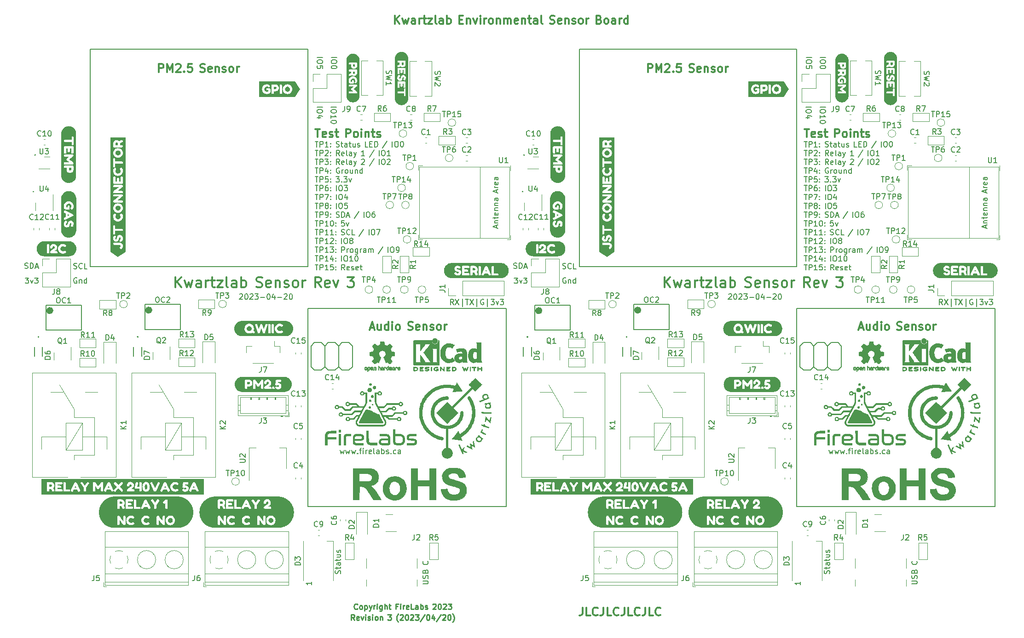
<source format=gbr>
%TF.GenerationSoftware,KiCad,Pcbnew,(7.0.0-0)*%
%TF.CreationDate,2023-04-23T09:32:57-04:00*%
%TF.ProjectId,KwartzLab-SensorBoard-Rev3-Panel,4b776172-747a-44c6-9162-2d53656e736f,3*%
%TF.SameCoordinates,Original*%
%TF.FileFunction,Legend,Top*%
%TF.FilePolarity,Positive*%
%FSLAX46Y46*%
G04 Gerber Fmt 4.6, Leading zero omitted, Abs format (unit mm)*
G04 Created by KiCad (PCBNEW (7.0.0-0)) date 2023-04-23 09:32:57*
%MOMM*%
%LPD*%
G01*
G04 APERTURE LIST*
%ADD10C,0.150000*%
%ADD11C,0.300000*%
%ADD12C,0.250000*%
%ADD13C,0.380000*%
%ADD14C,0.120000*%
%ADD15C,0.127000*%
%ADD16C,0.200000*%
%ADD17C,0.152400*%
%ADD18C,0.635000*%
%ADD19C,0.010000*%
G04 APERTURE END LIST*
D10*
X140222851Y-69842390D02*
X140841898Y-69842390D01*
X140841898Y-69842390D02*
X140508565Y-70223343D01*
X140508565Y-70223343D02*
X140651422Y-70223343D01*
X140651422Y-70223343D02*
X140746660Y-70270962D01*
X140746660Y-70270962D02*
X140794279Y-70318581D01*
X140794279Y-70318581D02*
X140841898Y-70413819D01*
X140841898Y-70413819D02*
X140841898Y-70651914D01*
X140841898Y-70651914D02*
X140794279Y-70747152D01*
X140794279Y-70747152D02*
X140746660Y-70794771D01*
X140746660Y-70794771D02*
X140651422Y-70842390D01*
X140651422Y-70842390D02*
X140365708Y-70842390D01*
X140365708Y-70842390D02*
X140270470Y-70794771D01*
X140270470Y-70794771D02*
X140222851Y-70747152D01*
X141175232Y-70175724D02*
X141413327Y-70842390D01*
X141413327Y-70842390D02*
X141651422Y-70175724D01*
X141937137Y-69842390D02*
X142556184Y-69842390D01*
X142556184Y-69842390D02*
X142222851Y-70223343D01*
X142222851Y-70223343D02*
X142365708Y-70223343D01*
X142365708Y-70223343D02*
X142460946Y-70270962D01*
X142460946Y-70270962D02*
X142508565Y-70318581D01*
X142508565Y-70318581D02*
X142556184Y-70413819D01*
X142556184Y-70413819D02*
X142556184Y-70651914D01*
X142556184Y-70651914D02*
X142508565Y-70747152D01*
X142508565Y-70747152D02*
X142460946Y-70794771D01*
X142460946Y-70794771D02*
X142365708Y-70842390D01*
X142365708Y-70842390D02*
X142079994Y-70842390D01*
X142079994Y-70842390D02*
X141984756Y-70794771D01*
X141984756Y-70794771D02*
X141937137Y-70747152D01*
X50265663Y-69842390D02*
X50884710Y-69842390D01*
X50884710Y-69842390D02*
X50551377Y-70223343D01*
X50551377Y-70223343D02*
X50694234Y-70223343D01*
X50694234Y-70223343D02*
X50789472Y-70270962D01*
X50789472Y-70270962D02*
X50837091Y-70318581D01*
X50837091Y-70318581D02*
X50884710Y-70413819D01*
X50884710Y-70413819D02*
X50884710Y-70651914D01*
X50884710Y-70651914D02*
X50837091Y-70747152D01*
X50837091Y-70747152D02*
X50789472Y-70794771D01*
X50789472Y-70794771D02*
X50694234Y-70842390D01*
X50694234Y-70842390D02*
X50408520Y-70842390D01*
X50408520Y-70842390D02*
X50313282Y-70794771D01*
X50313282Y-70794771D02*
X50265663Y-70747152D01*
X51218044Y-70175724D02*
X51456139Y-70842390D01*
X51456139Y-70842390D02*
X51694234Y-70175724D01*
X51979949Y-69842390D02*
X52598996Y-69842390D01*
X52598996Y-69842390D02*
X52265663Y-70223343D01*
X52265663Y-70223343D02*
X52408520Y-70223343D01*
X52408520Y-70223343D02*
X52503758Y-70270962D01*
X52503758Y-70270962D02*
X52551377Y-70318581D01*
X52551377Y-70318581D02*
X52598996Y-70413819D01*
X52598996Y-70413819D02*
X52598996Y-70651914D01*
X52598996Y-70651914D02*
X52551377Y-70747152D01*
X52551377Y-70747152D02*
X52503758Y-70794771D01*
X52503758Y-70794771D02*
X52408520Y-70842390D01*
X52408520Y-70842390D02*
X52122806Y-70842390D01*
X52122806Y-70842390D02*
X52027568Y-70794771D01*
X52027568Y-70794771D02*
X51979949Y-70747152D01*
D11*
X193592851Y-42423571D02*
X194449994Y-42423571D01*
X194021422Y-43923571D02*
X194021422Y-42423571D01*
X195521422Y-43852142D02*
X195378565Y-43923571D01*
X195378565Y-43923571D02*
X195092851Y-43923571D01*
X195092851Y-43923571D02*
X194949993Y-43852142D01*
X194949993Y-43852142D02*
X194878565Y-43709285D01*
X194878565Y-43709285D02*
X194878565Y-43137857D01*
X194878565Y-43137857D02*
X194949993Y-42995000D01*
X194949993Y-42995000D02*
X195092851Y-42923571D01*
X195092851Y-42923571D02*
X195378565Y-42923571D01*
X195378565Y-42923571D02*
X195521422Y-42995000D01*
X195521422Y-42995000D02*
X195592851Y-43137857D01*
X195592851Y-43137857D02*
X195592851Y-43280714D01*
X195592851Y-43280714D02*
X194878565Y-43423571D01*
X196164279Y-43852142D02*
X196307136Y-43923571D01*
X196307136Y-43923571D02*
X196592850Y-43923571D01*
X196592850Y-43923571D02*
X196735707Y-43852142D01*
X196735707Y-43852142D02*
X196807136Y-43709285D01*
X196807136Y-43709285D02*
X196807136Y-43637857D01*
X196807136Y-43637857D02*
X196735707Y-43495000D01*
X196735707Y-43495000D02*
X196592850Y-43423571D01*
X196592850Y-43423571D02*
X196378565Y-43423571D01*
X196378565Y-43423571D02*
X196235707Y-43352142D01*
X196235707Y-43352142D02*
X196164279Y-43209285D01*
X196164279Y-43209285D02*
X196164279Y-43137857D01*
X196164279Y-43137857D02*
X196235707Y-42995000D01*
X196235707Y-42995000D02*
X196378565Y-42923571D01*
X196378565Y-42923571D02*
X196592850Y-42923571D01*
X196592850Y-42923571D02*
X196735707Y-42995000D01*
X197235708Y-42923571D02*
X197807136Y-42923571D01*
X197449993Y-42423571D02*
X197449993Y-43709285D01*
X197449993Y-43709285D02*
X197521422Y-43852142D01*
X197521422Y-43852142D02*
X197664279Y-43923571D01*
X197664279Y-43923571D02*
X197807136Y-43923571D01*
X199207136Y-43923571D02*
X199207136Y-42423571D01*
X199207136Y-42423571D02*
X199778565Y-42423571D01*
X199778565Y-42423571D02*
X199921422Y-42495000D01*
X199921422Y-42495000D02*
X199992851Y-42566428D01*
X199992851Y-42566428D02*
X200064279Y-42709285D01*
X200064279Y-42709285D02*
X200064279Y-42923571D01*
X200064279Y-42923571D02*
X199992851Y-43066428D01*
X199992851Y-43066428D02*
X199921422Y-43137857D01*
X199921422Y-43137857D02*
X199778565Y-43209285D01*
X199778565Y-43209285D02*
X199207136Y-43209285D01*
X200921422Y-43923571D02*
X200778565Y-43852142D01*
X200778565Y-43852142D02*
X200707136Y-43780714D01*
X200707136Y-43780714D02*
X200635708Y-43637857D01*
X200635708Y-43637857D02*
X200635708Y-43209285D01*
X200635708Y-43209285D02*
X200707136Y-43066428D01*
X200707136Y-43066428D02*
X200778565Y-42995000D01*
X200778565Y-42995000D02*
X200921422Y-42923571D01*
X200921422Y-42923571D02*
X201135708Y-42923571D01*
X201135708Y-42923571D02*
X201278565Y-42995000D01*
X201278565Y-42995000D02*
X201349994Y-43066428D01*
X201349994Y-43066428D02*
X201421422Y-43209285D01*
X201421422Y-43209285D02*
X201421422Y-43637857D01*
X201421422Y-43637857D02*
X201349994Y-43780714D01*
X201349994Y-43780714D02*
X201278565Y-43852142D01*
X201278565Y-43852142D02*
X201135708Y-43923571D01*
X201135708Y-43923571D02*
X200921422Y-43923571D01*
X202064279Y-43923571D02*
X202064279Y-42923571D01*
X202064279Y-42423571D02*
X201992851Y-42495000D01*
X201992851Y-42495000D02*
X202064279Y-42566428D01*
X202064279Y-42566428D02*
X202135708Y-42495000D01*
X202135708Y-42495000D02*
X202064279Y-42423571D01*
X202064279Y-42423571D02*
X202064279Y-42566428D01*
X202778565Y-42923571D02*
X202778565Y-43923571D01*
X202778565Y-43066428D02*
X202849994Y-42995000D01*
X202849994Y-42995000D02*
X202992851Y-42923571D01*
X202992851Y-42923571D02*
X203207137Y-42923571D01*
X203207137Y-42923571D02*
X203349994Y-42995000D01*
X203349994Y-42995000D02*
X203421423Y-43137857D01*
X203421423Y-43137857D02*
X203421423Y-43923571D01*
X203921423Y-42923571D02*
X204492851Y-42923571D01*
X204135708Y-42423571D02*
X204135708Y-43709285D01*
X204135708Y-43709285D02*
X204207137Y-43852142D01*
X204207137Y-43852142D02*
X204349994Y-43923571D01*
X204349994Y-43923571D02*
X204492851Y-43923571D01*
X204921423Y-43852142D02*
X205064280Y-43923571D01*
X205064280Y-43923571D02*
X205349994Y-43923571D01*
X205349994Y-43923571D02*
X205492851Y-43852142D01*
X205492851Y-43852142D02*
X205564280Y-43709285D01*
X205564280Y-43709285D02*
X205564280Y-43637857D01*
X205564280Y-43637857D02*
X205492851Y-43495000D01*
X205492851Y-43495000D02*
X205349994Y-43423571D01*
X205349994Y-43423571D02*
X205135709Y-43423571D01*
X205135709Y-43423571D02*
X204992851Y-43352142D01*
X204992851Y-43352142D02*
X204921423Y-43209285D01*
X204921423Y-43209285D02*
X204921423Y-43137857D01*
X204921423Y-43137857D02*
X204992851Y-42995000D01*
X204992851Y-42995000D02*
X205135709Y-42923571D01*
X205135709Y-42923571D02*
X205349994Y-42923571D01*
X205349994Y-42923571D02*
X205492851Y-42995000D01*
X103635663Y-42423571D02*
X104492806Y-42423571D01*
X104064234Y-43923571D02*
X104064234Y-42423571D01*
X105564234Y-43852142D02*
X105421377Y-43923571D01*
X105421377Y-43923571D02*
X105135663Y-43923571D01*
X105135663Y-43923571D02*
X104992805Y-43852142D01*
X104992805Y-43852142D02*
X104921377Y-43709285D01*
X104921377Y-43709285D02*
X104921377Y-43137857D01*
X104921377Y-43137857D02*
X104992805Y-42995000D01*
X104992805Y-42995000D02*
X105135663Y-42923571D01*
X105135663Y-42923571D02*
X105421377Y-42923571D01*
X105421377Y-42923571D02*
X105564234Y-42995000D01*
X105564234Y-42995000D02*
X105635663Y-43137857D01*
X105635663Y-43137857D02*
X105635663Y-43280714D01*
X105635663Y-43280714D02*
X104921377Y-43423571D01*
X106207091Y-43852142D02*
X106349948Y-43923571D01*
X106349948Y-43923571D02*
X106635662Y-43923571D01*
X106635662Y-43923571D02*
X106778519Y-43852142D01*
X106778519Y-43852142D02*
X106849948Y-43709285D01*
X106849948Y-43709285D02*
X106849948Y-43637857D01*
X106849948Y-43637857D02*
X106778519Y-43495000D01*
X106778519Y-43495000D02*
X106635662Y-43423571D01*
X106635662Y-43423571D02*
X106421377Y-43423571D01*
X106421377Y-43423571D02*
X106278519Y-43352142D01*
X106278519Y-43352142D02*
X106207091Y-43209285D01*
X106207091Y-43209285D02*
X106207091Y-43137857D01*
X106207091Y-43137857D02*
X106278519Y-42995000D01*
X106278519Y-42995000D02*
X106421377Y-42923571D01*
X106421377Y-42923571D02*
X106635662Y-42923571D01*
X106635662Y-42923571D02*
X106778519Y-42995000D01*
X107278520Y-42923571D02*
X107849948Y-42923571D01*
X107492805Y-42423571D02*
X107492805Y-43709285D01*
X107492805Y-43709285D02*
X107564234Y-43852142D01*
X107564234Y-43852142D02*
X107707091Y-43923571D01*
X107707091Y-43923571D02*
X107849948Y-43923571D01*
X109249948Y-43923571D02*
X109249948Y-42423571D01*
X109249948Y-42423571D02*
X109821377Y-42423571D01*
X109821377Y-42423571D02*
X109964234Y-42495000D01*
X109964234Y-42495000D02*
X110035663Y-42566428D01*
X110035663Y-42566428D02*
X110107091Y-42709285D01*
X110107091Y-42709285D02*
X110107091Y-42923571D01*
X110107091Y-42923571D02*
X110035663Y-43066428D01*
X110035663Y-43066428D02*
X109964234Y-43137857D01*
X109964234Y-43137857D02*
X109821377Y-43209285D01*
X109821377Y-43209285D02*
X109249948Y-43209285D01*
X110964234Y-43923571D02*
X110821377Y-43852142D01*
X110821377Y-43852142D02*
X110749948Y-43780714D01*
X110749948Y-43780714D02*
X110678520Y-43637857D01*
X110678520Y-43637857D02*
X110678520Y-43209285D01*
X110678520Y-43209285D02*
X110749948Y-43066428D01*
X110749948Y-43066428D02*
X110821377Y-42995000D01*
X110821377Y-42995000D02*
X110964234Y-42923571D01*
X110964234Y-42923571D02*
X111178520Y-42923571D01*
X111178520Y-42923571D02*
X111321377Y-42995000D01*
X111321377Y-42995000D02*
X111392806Y-43066428D01*
X111392806Y-43066428D02*
X111464234Y-43209285D01*
X111464234Y-43209285D02*
X111464234Y-43637857D01*
X111464234Y-43637857D02*
X111392806Y-43780714D01*
X111392806Y-43780714D02*
X111321377Y-43852142D01*
X111321377Y-43852142D02*
X111178520Y-43923571D01*
X111178520Y-43923571D02*
X110964234Y-43923571D01*
X112107091Y-43923571D02*
X112107091Y-42923571D01*
X112107091Y-42423571D02*
X112035663Y-42495000D01*
X112035663Y-42495000D02*
X112107091Y-42566428D01*
X112107091Y-42566428D02*
X112178520Y-42495000D01*
X112178520Y-42495000D02*
X112107091Y-42423571D01*
X112107091Y-42423571D02*
X112107091Y-42566428D01*
X112821377Y-42923571D02*
X112821377Y-43923571D01*
X112821377Y-43066428D02*
X112892806Y-42995000D01*
X112892806Y-42995000D02*
X113035663Y-42923571D01*
X113035663Y-42923571D02*
X113249949Y-42923571D01*
X113249949Y-42923571D02*
X113392806Y-42995000D01*
X113392806Y-42995000D02*
X113464235Y-43137857D01*
X113464235Y-43137857D02*
X113464235Y-43923571D01*
X113964235Y-42923571D02*
X114535663Y-42923571D01*
X114178520Y-42423571D02*
X114178520Y-43709285D01*
X114178520Y-43709285D02*
X114249949Y-43852142D01*
X114249949Y-43852142D02*
X114392806Y-43923571D01*
X114392806Y-43923571D02*
X114535663Y-43923571D01*
X114964235Y-43852142D02*
X115107092Y-43923571D01*
X115107092Y-43923571D02*
X115392806Y-43923571D01*
X115392806Y-43923571D02*
X115535663Y-43852142D01*
X115535663Y-43852142D02*
X115607092Y-43709285D01*
X115607092Y-43709285D02*
X115607092Y-43637857D01*
X115607092Y-43637857D02*
X115535663Y-43495000D01*
X115535663Y-43495000D02*
X115392806Y-43423571D01*
X115392806Y-43423571D02*
X115178521Y-43423571D01*
X115178521Y-43423571D02*
X115035663Y-43352142D01*
X115035663Y-43352142D02*
X114964235Y-43209285D01*
X114964235Y-43209285D02*
X114964235Y-43137857D01*
X114964235Y-43137857D02*
X115035663Y-42995000D01*
X115035663Y-42995000D02*
X115178521Y-42923571D01*
X115178521Y-42923571D02*
X115392806Y-42923571D01*
X115392806Y-42923571D02*
X115535663Y-42995000D01*
D10*
X193535232Y-44712380D02*
X194106660Y-44712380D01*
X193820946Y-45712380D02*
X193820946Y-44712380D01*
X194439994Y-45712380D02*
X194439994Y-44712380D01*
X194439994Y-44712380D02*
X194820946Y-44712380D01*
X194820946Y-44712380D02*
X194916184Y-44760000D01*
X194916184Y-44760000D02*
X194963803Y-44807619D01*
X194963803Y-44807619D02*
X195011422Y-44902857D01*
X195011422Y-44902857D02*
X195011422Y-45045714D01*
X195011422Y-45045714D02*
X194963803Y-45140952D01*
X194963803Y-45140952D02*
X194916184Y-45188571D01*
X194916184Y-45188571D02*
X194820946Y-45236190D01*
X194820946Y-45236190D02*
X194439994Y-45236190D01*
X195963803Y-45712380D02*
X195392375Y-45712380D01*
X195678089Y-45712380D02*
X195678089Y-44712380D01*
X195678089Y-44712380D02*
X195582851Y-44855238D01*
X195582851Y-44855238D02*
X195487613Y-44950476D01*
X195487613Y-44950476D02*
X195392375Y-44998095D01*
X196392375Y-45617142D02*
X196439994Y-45664761D01*
X196439994Y-45664761D02*
X196392375Y-45712380D01*
X196392375Y-45712380D02*
X196344756Y-45664761D01*
X196344756Y-45664761D02*
X196392375Y-45617142D01*
X196392375Y-45617142D02*
X196392375Y-45712380D01*
X196392375Y-45093333D02*
X196439994Y-45140952D01*
X196439994Y-45140952D02*
X196392375Y-45188571D01*
X196392375Y-45188571D02*
X196344756Y-45140952D01*
X196344756Y-45140952D02*
X196392375Y-45093333D01*
X196392375Y-45093333D02*
X196392375Y-45188571D01*
X197420946Y-45664761D02*
X197563803Y-45712380D01*
X197563803Y-45712380D02*
X197801898Y-45712380D01*
X197801898Y-45712380D02*
X197897136Y-45664761D01*
X197897136Y-45664761D02*
X197944755Y-45617142D01*
X197944755Y-45617142D02*
X197992374Y-45521904D01*
X197992374Y-45521904D02*
X197992374Y-45426666D01*
X197992374Y-45426666D02*
X197944755Y-45331428D01*
X197944755Y-45331428D02*
X197897136Y-45283809D01*
X197897136Y-45283809D02*
X197801898Y-45236190D01*
X197801898Y-45236190D02*
X197611422Y-45188571D01*
X197611422Y-45188571D02*
X197516184Y-45140952D01*
X197516184Y-45140952D02*
X197468565Y-45093333D01*
X197468565Y-45093333D02*
X197420946Y-44998095D01*
X197420946Y-44998095D02*
X197420946Y-44902857D01*
X197420946Y-44902857D02*
X197468565Y-44807619D01*
X197468565Y-44807619D02*
X197516184Y-44760000D01*
X197516184Y-44760000D02*
X197611422Y-44712380D01*
X197611422Y-44712380D02*
X197849517Y-44712380D01*
X197849517Y-44712380D02*
X197992374Y-44760000D01*
X198278089Y-45045714D02*
X198659041Y-45045714D01*
X198420946Y-44712380D02*
X198420946Y-45569523D01*
X198420946Y-45569523D02*
X198468565Y-45664761D01*
X198468565Y-45664761D02*
X198563803Y-45712380D01*
X198563803Y-45712380D02*
X198659041Y-45712380D01*
X199420946Y-45712380D02*
X199420946Y-45188571D01*
X199420946Y-45188571D02*
X199373327Y-45093333D01*
X199373327Y-45093333D02*
X199278089Y-45045714D01*
X199278089Y-45045714D02*
X199087613Y-45045714D01*
X199087613Y-45045714D02*
X198992375Y-45093333D01*
X199420946Y-45664761D02*
X199325708Y-45712380D01*
X199325708Y-45712380D02*
X199087613Y-45712380D01*
X199087613Y-45712380D02*
X198992375Y-45664761D01*
X198992375Y-45664761D02*
X198944756Y-45569523D01*
X198944756Y-45569523D02*
X198944756Y-45474285D01*
X198944756Y-45474285D02*
X198992375Y-45379047D01*
X198992375Y-45379047D02*
X199087613Y-45331428D01*
X199087613Y-45331428D02*
X199325708Y-45331428D01*
X199325708Y-45331428D02*
X199420946Y-45283809D01*
X199754280Y-45045714D02*
X200135232Y-45045714D01*
X199897137Y-44712380D02*
X199897137Y-45569523D01*
X199897137Y-45569523D02*
X199944756Y-45664761D01*
X199944756Y-45664761D02*
X200039994Y-45712380D01*
X200039994Y-45712380D02*
X200135232Y-45712380D01*
X200897137Y-45045714D02*
X200897137Y-45712380D01*
X200468566Y-45045714D02*
X200468566Y-45569523D01*
X200468566Y-45569523D02*
X200516185Y-45664761D01*
X200516185Y-45664761D02*
X200611423Y-45712380D01*
X200611423Y-45712380D02*
X200754280Y-45712380D01*
X200754280Y-45712380D02*
X200849518Y-45664761D01*
X200849518Y-45664761D02*
X200897137Y-45617142D01*
X201325709Y-45664761D02*
X201420947Y-45712380D01*
X201420947Y-45712380D02*
X201611423Y-45712380D01*
X201611423Y-45712380D02*
X201706661Y-45664761D01*
X201706661Y-45664761D02*
X201754280Y-45569523D01*
X201754280Y-45569523D02*
X201754280Y-45521904D01*
X201754280Y-45521904D02*
X201706661Y-45426666D01*
X201706661Y-45426666D02*
X201611423Y-45379047D01*
X201611423Y-45379047D02*
X201468566Y-45379047D01*
X201468566Y-45379047D02*
X201373328Y-45331428D01*
X201373328Y-45331428D02*
X201325709Y-45236190D01*
X201325709Y-45236190D02*
X201325709Y-45188571D01*
X201325709Y-45188571D02*
X201373328Y-45093333D01*
X201373328Y-45093333D02*
X201468566Y-45045714D01*
X201468566Y-45045714D02*
X201611423Y-45045714D01*
X201611423Y-45045714D02*
X201706661Y-45093333D01*
X203259042Y-45712380D02*
X202782852Y-45712380D01*
X202782852Y-45712380D02*
X202782852Y-44712380D01*
X203592376Y-45188571D02*
X203925709Y-45188571D01*
X204068566Y-45712380D02*
X203592376Y-45712380D01*
X203592376Y-45712380D02*
X203592376Y-44712380D01*
X203592376Y-44712380D02*
X204068566Y-44712380D01*
X204497138Y-45712380D02*
X204497138Y-44712380D01*
X204497138Y-44712380D02*
X204735233Y-44712380D01*
X204735233Y-44712380D02*
X204878090Y-44760000D01*
X204878090Y-44760000D02*
X204973328Y-44855238D01*
X204973328Y-44855238D02*
X205020947Y-44950476D01*
X205020947Y-44950476D02*
X205068566Y-45140952D01*
X205068566Y-45140952D02*
X205068566Y-45283809D01*
X205068566Y-45283809D02*
X205020947Y-45474285D01*
X205020947Y-45474285D02*
X204973328Y-45569523D01*
X204973328Y-45569523D02*
X204878090Y-45664761D01*
X204878090Y-45664761D02*
X204735233Y-45712380D01*
X204735233Y-45712380D02*
X204497138Y-45712380D01*
X206811423Y-44664761D02*
X205954281Y-45950476D01*
X207744757Y-45712380D02*
X207744757Y-44712380D01*
X208411423Y-44712380D02*
X208601899Y-44712380D01*
X208601899Y-44712380D02*
X208697137Y-44760000D01*
X208697137Y-44760000D02*
X208792375Y-44855238D01*
X208792375Y-44855238D02*
X208839994Y-45045714D01*
X208839994Y-45045714D02*
X208839994Y-45379047D01*
X208839994Y-45379047D02*
X208792375Y-45569523D01*
X208792375Y-45569523D02*
X208697137Y-45664761D01*
X208697137Y-45664761D02*
X208601899Y-45712380D01*
X208601899Y-45712380D02*
X208411423Y-45712380D01*
X208411423Y-45712380D02*
X208316185Y-45664761D01*
X208316185Y-45664761D02*
X208220947Y-45569523D01*
X208220947Y-45569523D02*
X208173328Y-45379047D01*
X208173328Y-45379047D02*
X208173328Y-45045714D01*
X208173328Y-45045714D02*
X208220947Y-44855238D01*
X208220947Y-44855238D02*
X208316185Y-44760000D01*
X208316185Y-44760000D02*
X208411423Y-44712380D01*
X209459042Y-44712380D02*
X209554280Y-44712380D01*
X209554280Y-44712380D02*
X209649518Y-44760000D01*
X209649518Y-44760000D02*
X209697137Y-44807619D01*
X209697137Y-44807619D02*
X209744756Y-44902857D01*
X209744756Y-44902857D02*
X209792375Y-45093333D01*
X209792375Y-45093333D02*
X209792375Y-45331428D01*
X209792375Y-45331428D02*
X209744756Y-45521904D01*
X209744756Y-45521904D02*
X209697137Y-45617142D01*
X209697137Y-45617142D02*
X209649518Y-45664761D01*
X209649518Y-45664761D02*
X209554280Y-45712380D01*
X209554280Y-45712380D02*
X209459042Y-45712380D01*
X209459042Y-45712380D02*
X209363804Y-45664761D01*
X209363804Y-45664761D02*
X209316185Y-45617142D01*
X209316185Y-45617142D02*
X209268566Y-45521904D01*
X209268566Y-45521904D02*
X209220947Y-45331428D01*
X209220947Y-45331428D02*
X209220947Y-45093333D01*
X209220947Y-45093333D02*
X209268566Y-44902857D01*
X209268566Y-44902857D02*
X209316185Y-44807619D01*
X209316185Y-44807619D02*
X209363804Y-44760000D01*
X209363804Y-44760000D02*
X209459042Y-44712380D01*
X193535232Y-46332380D02*
X194106660Y-46332380D01*
X193820946Y-47332380D02*
X193820946Y-46332380D01*
X194439994Y-47332380D02*
X194439994Y-46332380D01*
X194439994Y-46332380D02*
X194820946Y-46332380D01*
X194820946Y-46332380D02*
X194916184Y-46380000D01*
X194916184Y-46380000D02*
X194963803Y-46427619D01*
X194963803Y-46427619D02*
X195011422Y-46522857D01*
X195011422Y-46522857D02*
X195011422Y-46665714D01*
X195011422Y-46665714D02*
X194963803Y-46760952D01*
X194963803Y-46760952D02*
X194916184Y-46808571D01*
X194916184Y-46808571D02*
X194820946Y-46856190D01*
X194820946Y-46856190D02*
X194439994Y-46856190D01*
X195392375Y-46427619D02*
X195439994Y-46380000D01*
X195439994Y-46380000D02*
X195535232Y-46332380D01*
X195535232Y-46332380D02*
X195773327Y-46332380D01*
X195773327Y-46332380D02*
X195868565Y-46380000D01*
X195868565Y-46380000D02*
X195916184Y-46427619D01*
X195916184Y-46427619D02*
X195963803Y-46522857D01*
X195963803Y-46522857D02*
X195963803Y-46618095D01*
X195963803Y-46618095D02*
X195916184Y-46760952D01*
X195916184Y-46760952D02*
X195344756Y-47332380D01*
X195344756Y-47332380D02*
X195963803Y-47332380D01*
X196392375Y-47237142D02*
X196439994Y-47284761D01*
X196439994Y-47284761D02*
X196392375Y-47332380D01*
X196392375Y-47332380D02*
X196344756Y-47284761D01*
X196344756Y-47284761D02*
X196392375Y-47237142D01*
X196392375Y-47237142D02*
X196392375Y-47332380D01*
X196392375Y-46713333D02*
X196439994Y-46760952D01*
X196439994Y-46760952D02*
X196392375Y-46808571D01*
X196392375Y-46808571D02*
X196344756Y-46760952D01*
X196344756Y-46760952D02*
X196392375Y-46713333D01*
X196392375Y-46713333D02*
X196392375Y-46808571D01*
X198039993Y-47332380D02*
X197706660Y-46856190D01*
X197468565Y-47332380D02*
X197468565Y-46332380D01*
X197468565Y-46332380D02*
X197849517Y-46332380D01*
X197849517Y-46332380D02*
X197944755Y-46380000D01*
X197944755Y-46380000D02*
X197992374Y-46427619D01*
X197992374Y-46427619D02*
X198039993Y-46522857D01*
X198039993Y-46522857D02*
X198039993Y-46665714D01*
X198039993Y-46665714D02*
X197992374Y-46760952D01*
X197992374Y-46760952D02*
X197944755Y-46808571D01*
X197944755Y-46808571D02*
X197849517Y-46856190D01*
X197849517Y-46856190D02*
X197468565Y-46856190D01*
X198849517Y-47284761D02*
X198754279Y-47332380D01*
X198754279Y-47332380D02*
X198563803Y-47332380D01*
X198563803Y-47332380D02*
X198468565Y-47284761D01*
X198468565Y-47284761D02*
X198420946Y-47189523D01*
X198420946Y-47189523D02*
X198420946Y-46808571D01*
X198420946Y-46808571D02*
X198468565Y-46713333D01*
X198468565Y-46713333D02*
X198563803Y-46665714D01*
X198563803Y-46665714D02*
X198754279Y-46665714D01*
X198754279Y-46665714D02*
X198849517Y-46713333D01*
X198849517Y-46713333D02*
X198897136Y-46808571D01*
X198897136Y-46808571D02*
X198897136Y-46903809D01*
X198897136Y-46903809D02*
X198420946Y-46999047D01*
X199468565Y-47332380D02*
X199373327Y-47284761D01*
X199373327Y-47284761D02*
X199325708Y-47189523D01*
X199325708Y-47189523D02*
X199325708Y-46332380D01*
X200278089Y-47332380D02*
X200278089Y-46808571D01*
X200278089Y-46808571D02*
X200230470Y-46713333D01*
X200230470Y-46713333D02*
X200135232Y-46665714D01*
X200135232Y-46665714D02*
X199944756Y-46665714D01*
X199944756Y-46665714D02*
X199849518Y-46713333D01*
X200278089Y-47284761D02*
X200182851Y-47332380D01*
X200182851Y-47332380D02*
X199944756Y-47332380D01*
X199944756Y-47332380D02*
X199849518Y-47284761D01*
X199849518Y-47284761D02*
X199801899Y-47189523D01*
X199801899Y-47189523D02*
X199801899Y-47094285D01*
X199801899Y-47094285D02*
X199849518Y-46999047D01*
X199849518Y-46999047D02*
X199944756Y-46951428D01*
X199944756Y-46951428D02*
X200182851Y-46951428D01*
X200182851Y-46951428D02*
X200278089Y-46903809D01*
X200659042Y-46665714D02*
X200897137Y-47332380D01*
X201135232Y-46665714D02*
X200897137Y-47332380D01*
X200897137Y-47332380D02*
X200801899Y-47570476D01*
X200801899Y-47570476D02*
X200754280Y-47618095D01*
X200754280Y-47618095D02*
X200659042Y-47665714D01*
X202639994Y-47332380D02*
X202068566Y-47332380D01*
X202354280Y-47332380D02*
X202354280Y-46332380D01*
X202354280Y-46332380D02*
X202259042Y-46475238D01*
X202259042Y-46475238D02*
X202163804Y-46570476D01*
X202163804Y-46570476D02*
X202068566Y-46618095D01*
X204382851Y-46284761D02*
X203525709Y-47570476D01*
X205316185Y-47332380D02*
X205316185Y-46332380D01*
X205982851Y-46332380D02*
X206173327Y-46332380D01*
X206173327Y-46332380D02*
X206268565Y-46380000D01*
X206268565Y-46380000D02*
X206363803Y-46475238D01*
X206363803Y-46475238D02*
X206411422Y-46665714D01*
X206411422Y-46665714D02*
X206411422Y-46999047D01*
X206411422Y-46999047D02*
X206363803Y-47189523D01*
X206363803Y-47189523D02*
X206268565Y-47284761D01*
X206268565Y-47284761D02*
X206173327Y-47332380D01*
X206173327Y-47332380D02*
X205982851Y-47332380D01*
X205982851Y-47332380D02*
X205887613Y-47284761D01*
X205887613Y-47284761D02*
X205792375Y-47189523D01*
X205792375Y-47189523D02*
X205744756Y-46999047D01*
X205744756Y-46999047D02*
X205744756Y-46665714D01*
X205744756Y-46665714D02*
X205792375Y-46475238D01*
X205792375Y-46475238D02*
X205887613Y-46380000D01*
X205887613Y-46380000D02*
X205982851Y-46332380D01*
X207363803Y-47332380D02*
X206792375Y-47332380D01*
X207078089Y-47332380D02*
X207078089Y-46332380D01*
X207078089Y-46332380D02*
X206982851Y-46475238D01*
X206982851Y-46475238D02*
X206887613Y-46570476D01*
X206887613Y-46570476D02*
X206792375Y-46618095D01*
X193535232Y-47952380D02*
X194106660Y-47952380D01*
X193820946Y-48952380D02*
X193820946Y-47952380D01*
X194439994Y-48952380D02*
X194439994Y-47952380D01*
X194439994Y-47952380D02*
X194820946Y-47952380D01*
X194820946Y-47952380D02*
X194916184Y-48000000D01*
X194916184Y-48000000D02*
X194963803Y-48047619D01*
X194963803Y-48047619D02*
X195011422Y-48142857D01*
X195011422Y-48142857D02*
X195011422Y-48285714D01*
X195011422Y-48285714D02*
X194963803Y-48380952D01*
X194963803Y-48380952D02*
X194916184Y-48428571D01*
X194916184Y-48428571D02*
X194820946Y-48476190D01*
X194820946Y-48476190D02*
X194439994Y-48476190D01*
X195344756Y-47952380D02*
X195963803Y-47952380D01*
X195963803Y-47952380D02*
X195630470Y-48333333D01*
X195630470Y-48333333D02*
X195773327Y-48333333D01*
X195773327Y-48333333D02*
X195868565Y-48380952D01*
X195868565Y-48380952D02*
X195916184Y-48428571D01*
X195916184Y-48428571D02*
X195963803Y-48523809D01*
X195963803Y-48523809D02*
X195963803Y-48761904D01*
X195963803Y-48761904D02*
X195916184Y-48857142D01*
X195916184Y-48857142D02*
X195868565Y-48904761D01*
X195868565Y-48904761D02*
X195773327Y-48952380D01*
X195773327Y-48952380D02*
X195487613Y-48952380D01*
X195487613Y-48952380D02*
X195392375Y-48904761D01*
X195392375Y-48904761D02*
X195344756Y-48857142D01*
X196392375Y-48857142D02*
X196439994Y-48904761D01*
X196439994Y-48904761D02*
X196392375Y-48952380D01*
X196392375Y-48952380D02*
X196344756Y-48904761D01*
X196344756Y-48904761D02*
X196392375Y-48857142D01*
X196392375Y-48857142D02*
X196392375Y-48952380D01*
X196392375Y-48333333D02*
X196439994Y-48380952D01*
X196439994Y-48380952D02*
X196392375Y-48428571D01*
X196392375Y-48428571D02*
X196344756Y-48380952D01*
X196344756Y-48380952D02*
X196392375Y-48333333D01*
X196392375Y-48333333D02*
X196392375Y-48428571D01*
X198039993Y-48952380D02*
X197706660Y-48476190D01*
X197468565Y-48952380D02*
X197468565Y-47952380D01*
X197468565Y-47952380D02*
X197849517Y-47952380D01*
X197849517Y-47952380D02*
X197944755Y-48000000D01*
X197944755Y-48000000D02*
X197992374Y-48047619D01*
X197992374Y-48047619D02*
X198039993Y-48142857D01*
X198039993Y-48142857D02*
X198039993Y-48285714D01*
X198039993Y-48285714D02*
X197992374Y-48380952D01*
X197992374Y-48380952D02*
X197944755Y-48428571D01*
X197944755Y-48428571D02*
X197849517Y-48476190D01*
X197849517Y-48476190D02*
X197468565Y-48476190D01*
X198849517Y-48904761D02*
X198754279Y-48952380D01*
X198754279Y-48952380D02*
X198563803Y-48952380D01*
X198563803Y-48952380D02*
X198468565Y-48904761D01*
X198468565Y-48904761D02*
X198420946Y-48809523D01*
X198420946Y-48809523D02*
X198420946Y-48428571D01*
X198420946Y-48428571D02*
X198468565Y-48333333D01*
X198468565Y-48333333D02*
X198563803Y-48285714D01*
X198563803Y-48285714D02*
X198754279Y-48285714D01*
X198754279Y-48285714D02*
X198849517Y-48333333D01*
X198849517Y-48333333D02*
X198897136Y-48428571D01*
X198897136Y-48428571D02*
X198897136Y-48523809D01*
X198897136Y-48523809D02*
X198420946Y-48619047D01*
X199468565Y-48952380D02*
X199373327Y-48904761D01*
X199373327Y-48904761D02*
X199325708Y-48809523D01*
X199325708Y-48809523D02*
X199325708Y-47952380D01*
X200278089Y-48952380D02*
X200278089Y-48428571D01*
X200278089Y-48428571D02*
X200230470Y-48333333D01*
X200230470Y-48333333D02*
X200135232Y-48285714D01*
X200135232Y-48285714D02*
X199944756Y-48285714D01*
X199944756Y-48285714D02*
X199849518Y-48333333D01*
X200278089Y-48904761D02*
X200182851Y-48952380D01*
X200182851Y-48952380D02*
X199944756Y-48952380D01*
X199944756Y-48952380D02*
X199849518Y-48904761D01*
X199849518Y-48904761D02*
X199801899Y-48809523D01*
X199801899Y-48809523D02*
X199801899Y-48714285D01*
X199801899Y-48714285D02*
X199849518Y-48619047D01*
X199849518Y-48619047D02*
X199944756Y-48571428D01*
X199944756Y-48571428D02*
X200182851Y-48571428D01*
X200182851Y-48571428D02*
X200278089Y-48523809D01*
X200659042Y-48285714D02*
X200897137Y-48952380D01*
X201135232Y-48285714D02*
X200897137Y-48952380D01*
X200897137Y-48952380D02*
X200801899Y-49190476D01*
X200801899Y-49190476D02*
X200754280Y-49238095D01*
X200754280Y-49238095D02*
X200659042Y-49285714D01*
X202068566Y-48047619D02*
X202116185Y-48000000D01*
X202116185Y-48000000D02*
X202211423Y-47952380D01*
X202211423Y-47952380D02*
X202449518Y-47952380D01*
X202449518Y-47952380D02*
X202544756Y-48000000D01*
X202544756Y-48000000D02*
X202592375Y-48047619D01*
X202592375Y-48047619D02*
X202639994Y-48142857D01*
X202639994Y-48142857D02*
X202639994Y-48238095D01*
X202639994Y-48238095D02*
X202592375Y-48380952D01*
X202592375Y-48380952D02*
X202020947Y-48952380D01*
X202020947Y-48952380D02*
X202639994Y-48952380D01*
X204382851Y-47904761D02*
X203525709Y-49190476D01*
X205316185Y-48952380D02*
X205316185Y-47952380D01*
X205982851Y-47952380D02*
X206173327Y-47952380D01*
X206173327Y-47952380D02*
X206268565Y-48000000D01*
X206268565Y-48000000D02*
X206363803Y-48095238D01*
X206363803Y-48095238D02*
X206411422Y-48285714D01*
X206411422Y-48285714D02*
X206411422Y-48619047D01*
X206411422Y-48619047D02*
X206363803Y-48809523D01*
X206363803Y-48809523D02*
X206268565Y-48904761D01*
X206268565Y-48904761D02*
X206173327Y-48952380D01*
X206173327Y-48952380D02*
X205982851Y-48952380D01*
X205982851Y-48952380D02*
X205887613Y-48904761D01*
X205887613Y-48904761D02*
X205792375Y-48809523D01*
X205792375Y-48809523D02*
X205744756Y-48619047D01*
X205744756Y-48619047D02*
X205744756Y-48285714D01*
X205744756Y-48285714D02*
X205792375Y-48095238D01*
X205792375Y-48095238D02*
X205887613Y-48000000D01*
X205887613Y-48000000D02*
X205982851Y-47952380D01*
X206792375Y-48047619D02*
X206839994Y-48000000D01*
X206839994Y-48000000D02*
X206935232Y-47952380D01*
X206935232Y-47952380D02*
X207173327Y-47952380D01*
X207173327Y-47952380D02*
X207268565Y-48000000D01*
X207268565Y-48000000D02*
X207316184Y-48047619D01*
X207316184Y-48047619D02*
X207363803Y-48142857D01*
X207363803Y-48142857D02*
X207363803Y-48238095D01*
X207363803Y-48238095D02*
X207316184Y-48380952D01*
X207316184Y-48380952D02*
X206744756Y-48952380D01*
X206744756Y-48952380D02*
X207363803Y-48952380D01*
X193535232Y-49572380D02*
X194106660Y-49572380D01*
X193820946Y-50572380D02*
X193820946Y-49572380D01*
X194439994Y-50572380D02*
X194439994Y-49572380D01*
X194439994Y-49572380D02*
X194820946Y-49572380D01*
X194820946Y-49572380D02*
X194916184Y-49620000D01*
X194916184Y-49620000D02*
X194963803Y-49667619D01*
X194963803Y-49667619D02*
X195011422Y-49762857D01*
X195011422Y-49762857D02*
X195011422Y-49905714D01*
X195011422Y-49905714D02*
X194963803Y-50000952D01*
X194963803Y-50000952D02*
X194916184Y-50048571D01*
X194916184Y-50048571D02*
X194820946Y-50096190D01*
X194820946Y-50096190D02*
X194439994Y-50096190D01*
X195868565Y-49905714D02*
X195868565Y-50572380D01*
X195630470Y-49524761D02*
X195392375Y-50239047D01*
X195392375Y-50239047D02*
X196011422Y-50239047D01*
X196392375Y-50477142D02*
X196439994Y-50524761D01*
X196439994Y-50524761D02*
X196392375Y-50572380D01*
X196392375Y-50572380D02*
X196344756Y-50524761D01*
X196344756Y-50524761D02*
X196392375Y-50477142D01*
X196392375Y-50477142D02*
X196392375Y-50572380D01*
X196392375Y-49953333D02*
X196439994Y-50000952D01*
X196439994Y-50000952D02*
X196392375Y-50048571D01*
X196392375Y-50048571D02*
X196344756Y-50000952D01*
X196344756Y-50000952D02*
X196392375Y-49953333D01*
X196392375Y-49953333D02*
X196392375Y-50048571D01*
X197992374Y-49620000D02*
X197897136Y-49572380D01*
X197897136Y-49572380D02*
X197754279Y-49572380D01*
X197754279Y-49572380D02*
X197611422Y-49620000D01*
X197611422Y-49620000D02*
X197516184Y-49715238D01*
X197516184Y-49715238D02*
X197468565Y-49810476D01*
X197468565Y-49810476D02*
X197420946Y-50000952D01*
X197420946Y-50000952D02*
X197420946Y-50143809D01*
X197420946Y-50143809D02*
X197468565Y-50334285D01*
X197468565Y-50334285D02*
X197516184Y-50429523D01*
X197516184Y-50429523D02*
X197611422Y-50524761D01*
X197611422Y-50524761D02*
X197754279Y-50572380D01*
X197754279Y-50572380D02*
X197849517Y-50572380D01*
X197849517Y-50572380D02*
X197992374Y-50524761D01*
X197992374Y-50524761D02*
X198039993Y-50477142D01*
X198039993Y-50477142D02*
X198039993Y-50143809D01*
X198039993Y-50143809D02*
X197849517Y-50143809D01*
X198468565Y-50572380D02*
X198468565Y-49905714D01*
X198468565Y-50096190D02*
X198516184Y-50000952D01*
X198516184Y-50000952D02*
X198563803Y-49953333D01*
X198563803Y-49953333D02*
X198659041Y-49905714D01*
X198659041Y-49905714D02*
X198754279Y-49905714D01*
X199230470Y-50572380D02*
X199135232Y-50524761D01*
X199135232Y-50524761D02*
X199087613Y-50477142D01*
X199087613Y-50477142D02*
X199039994Y-50381904D01*
X199039994Y-50381904D02*
X199039994Y-50096190D01*
X199039994Y-50096190D02*
X199087613Y-50000952D01*
X199087613Y-50000952D02*
X199135232Y-49953333D01*
X199135232Y-49953333D02*
X199230470Y-49905714D01*
X199230470Y-49905714D02*
X199373327Y-49905714D01*
X199373327Y-49905714D02*
X199468565Y-49953333D01*
X199468565Y-49953333D02*
X199516184Y-50000952D01*
X199516184Y-50000952D02*
X199563803Y-50096190D01*
X199563803Y-50096190D02*
X199563803Y-50381904D01*
X199563803Y-50381904D02*
X199516184Y-50477142D01*
X199516184Y-50477142D02*
X199468565Y-50524761D01*
X199468565Y-50524761D02*
X199373327Y-50572380D01*
X199373327Y-50572380D02*
X199230470Y-50572380D01*
X200420946Y-49905714D02*
X200420946Y-50572380D01*
X199992375Y-49905714D02*
X199992375Y-50429523D01*
X199992375Y-50429523D02*
X200039994Y-50524761D01*
X200039994Y-50524761D02*
X200135232Y-50572380D01*
X200135232Y-50572380D02*
X200278089Y-50572380D01*
X200278089Y-50572380D02*
X200373327Y-50524761D01*
X200373327Y-50524761D02*
X200420946Y-50477142D01*
X200897137Y-49905714D02*
X200897137Y-50572380D01*
X200897137Y-50000952D02*
X200944756Y-49953333D01*
X200944756Y-49953333D02*
X201039994Y-49905714D01*
X201039994Y-49905714D02*
X201182851Y-49905714D01*
X201182851Y-49905714D02*
X201278089Y-49953333D01*
X201278089Y-49953333D02*
X201325708Y-50048571D01*
X201325708Y-50048571D02*
X201325708Y-50572380D01*
X202230470Y-50572380D02*
X202230470Y-49572380D01*
X202230470Y-50524761D02*
X202135232Y-50572380D01*
X202135232Y-50572380D02*
X201944756Y-50572380D01*
X201944756Y-50572380D02*
X201849518Y-50524761D01*
X201849518Y-50524761D02*
X201801899Y-50477142D01*
X201801899Y-50477142D02*
X201754280Y-50381904D01*
X201754280Y-50381904D02*
X201754280Y-50096190D01*
X201754280Y-50096190D02*
X201801899Y-50000952D01*
X201801899Y-50000952D02*
X201849518Y-49953333D01*
X201849518Y-49953333D02*
X201944756Y-49905714D01*
X201944756Y-49905714D02*
X202135232Y-49905714D01*
X202135232Y-49905714D02*
X202230470Y-49953333D01*
X193535232Y-51192380D02*
X194106660Y-51192380D01*
X193820946Y-52192380D02*
X193820946Y-51192380D01*
X194439994Y-52192380D02*
X194439994Y-51192380D01*
X194439994Y-51192380D02*
X194820946Y-51192380D01*
X194820946Y-51192380D02*
X194916184Y-51240000D01*
X194916184Y-51240000D02*
X194963803Y-51287619D01*
X194963803Y-51287619D02*
X195011422Y-51382857D01*
X195011422Y-51382857D02*
X195011422Y-51525714D01*
X195011422Y-51525714D02*
X194963803Y-51620952D01*
X194963803Y-51620952D02*
X194916184Y-51668571D01*
X194916184Y-51668571D02*
X194820946Y-51716190D01*
X194820946Y-51716190D02*
X194439994Y-51716190D01*
X195916184Y-51192380D02*
X195439994Y-51192380D01*
X195439994Y-51192380D02*
X195392375Y-51668571D01*
X195392375Y-51668571D02*
X195439994Y-51620952D01*
X195439994Y-51620952D02*
X195535232Y-51573333D01*
X195535232Y-51573333D02*
X195773327Y-51573333D01*
X195773327Y-51573333D02*
X195868565Y-51620952D01*
X195868565Y-51620952D02*
X195916184Y-51668571D01*
X195916184Y-51668571D02*
X195963803Y-51763809D01*
X195963803Y-51763809D02*
X195963803Y-52001904D01*
X195963803Y-52001904D02*
X195916184Y-52097142D01*
X195916184Y-52097142D02*
X195868565Y-52144761D01*
X195868565Y-52144761D02*
X195773327Y-52192380D01*
X195773327Y-52192380D02*
X195535232Y-52192380D01*
X195535232Y-52192380D02*
X195439994Y-52144761D01*
X195439994Y-52144761D02*
X195392375Y-52097142D01*
X196392375Y-52097142D02*
X196439994Y-52144761D01*
X196439994Y-52144761D02*
X196392375Y-52192380D01*
X196392375Y-52192380D02*
X196344756Y-52144761D01*
X196344756Y-52144761D02*
X196392375Y-52097142D01*
X196392375Y-52097142D02*
X196392375Y-52192380D01*
X196392375Y-51573333D02*
X196439994Y-51620952D01*
X196439994Y-51620952D02*
X196392375Y-51668571D01*
X196392375Y-51668571D02*
X196344756Y-51620952D01*
X196344756Y-51620952D02*
X196392375Y-51573333D01*
X196392375Y-51573333D02*
X196392375Y-51668571D01*
X197373327Y-51192380D02*
X197992374Y-51192380D01*
X197992374Y-51192380D02*
X197659041Y-51573333D01*
X197659041Y-51573333D02*
X197801898Y-51573333D01*
X197801898Y-51573333D02*
X197897136Y-51620952D01*
X197897136Y-51620952D02*
X197944755Y-51668571D01*
X197944755Y-51668571D02*
X197992374Y-51763809D01*
X197992374Y-51763809D02*
X197992374Y-52001904D01*
X197992374Y-52001904D02*
X197944755Y-52097142D01*
X197944755Y-52097142D02*
X197897136Y-52144761D01*
X197897136Y-52144761D02*
X197801898Y-52192380D01*
X197801898Y-52192380D02*
X197516184Y-52192380D01*
X197516184Y-52192380D02*
X197420946Y-52144761D01*
X197420946Y-52144761D02*
X197373327Y-52097142D01*
X198420946Y-52097142D02*
X198468565Y-52144761D01*
X198468565Y-52144761D02*
X198420946Y-52192380D01*
X198420946Y-52192380D02*
X198373327Y-52144761D01*
X198373327Y-52144761D02*
X198420946Y-52097142D01*
X198420946Y-52097142D02*
X198420946Y-52192380D01*
X198801898Y-51192380D02*
X199420945Y-51192380D01*
X199420945Y-51192380D02*
X199087612Y-51573333D01*
X199087612Y-51573333D02*
X199230469Y-51573333D01*
X199230469Y-51573333D02*
X199325707Y-51620952D01*
X199325707Y-51620952D02*
X199373326Y-51668571D01*
X199373326Y-51668571D02*
X199420945Y-51763809D01*
X199420945Y-51763809D02*
X199420945Y-52001904D01*
X199420945Y-52001904D02*
X199373326Y-52097142D01*
X199373326Y-52097142D02*
X199325707Y-52144761D01*
X199325707Y-52144761D02*
X199230469Y-52192380D01*
X199230469Y-52192380D02*
X198944755Y-52192380D01*
X198944755Y-52192380D02*
X198849517Y-52144761D01*
X198849517Y-52144761D02*
X198801898Y-52097142D01*
X199754279Y-51525714D02*
X199992374Y-52192380D01*
X199992374Y-52192380D02*
X200230469Y-51525714D01*
X193535232Y-52812380D02*
X194106660Y-52812380D01*
X193820946Y-53812380D02*
X193820946Y-52812380D01*
X194439994Y-53812380D02*
X194439994Y-52812380D01*
X194439994Y-52812380D02*
X194820946Y-52812380D01*
X194820946Y-52812380D02*
X194916184Y-52860000D01*
X194916184Y-52860000D02*
X194963803Y-52907619D01*
X194963803Y-52907619D02*
X195011422Y-53002857D01*
X195011422Y-53002857D02*
X195011422Y-53145714D01*
X195011422Y-53145714D02*
X194963803Y-53240952D01*
X194963803Y-53240952D02*
X194916184Y-53288571D01*
X194916184Y-53288571D02*
X194820946Y-53336190D01*
X194820946Y-53336190D02*
X194439994Y-53336190D01*
X195868565Y-52812380D02*
X195678089Y-52812380D01*
X195678089Y-52812380D02*
X195582851Y-52860000D01*
X195582851Y-52860000D02*
X195535232Y-52907619D01*
X195535232Y-52907619D02*
X195439994Y-53050476D01*
X195439994Y-53050476D02*
X195392375Y-53240952D01*
X195392375Y-53240952D02*
X195392375Y-53621904D01*
X195392375Y-53621904D02*
X195439994Y-53717142D01*
X195439994Y-53717142D02*
X195487613Y-53764761D01*
X195487613Y-53764761D02*
X195582851Y-53812380D01*
X195582851Y-53812380D02*
X195773327Y-53812380D01*
X195773327Y-53812380D02*
X195868565Y-53764761D01*
X195868565Y-53764761D02*
X195916184Y-53717142D01*
X195916184Y-53717142D02*
X195963803Y-53621904D01*
X195963803Y-53621904D02*
X195963803Y-53383809D01*
X195963803Y-53383809D02*
X195916184Y-53288571D01*
X195916184Y-53288571D02*
X195868565Y-53240952D01*
X195868565Y-53240952D02*
X195773327Y-53193333D01*
X195773327Y-53193333D02*
X195582851Y-53193333D01*
X195582851Y-53193333D02*
X195487613Y-53240952D01*
X195487613Y-53240952D02*
X195439994Y-53288571D01*
X195439994Y-53288571D02*
X195392375Y-53383809D01*
X196392375Y-53717142D02*
X196439994Y-53764761D01*
X196439994Y-53764761D02*
X196392375Y-53812380D01*
X196392375Y-53812380D02*
X196344756Y-53764761D01*
X196344756Y-53764761D02*
X196392375Y-53717142D01*
X196392375Y-53717142D02*
X196392375Y-53812380D01*
X196392375Y-53193333D02*
X196439994Y-53240952D01*
X196439994Y-53240952D02*
X196392375Y-53288571D01*
X196392375Y-53288571D02*
X196344756Y-53240952D01*
X196344756Y-53240952D02*
X196392375Y-53193333D01*
X196392375Y-53193333D02*
X196392375Y-53288571D01*
X197468565Y-53812380D02*
X197468565Y-52812380D01*
X198135231Y-52812380D02*
X198325707Y-52812380D01*
X198325707Y-52812380D02*
X198420945Y-52860000D01*
X198420945Y-52860000D02*
X198516183Y-52955238D01*
X198516183Y-52955238D02*
X198563802Y-53145714D01*
X198563802Y-53145714D02*
X198563802Y-53479047D01*
X198563802Y-53479047D02*
X198516183Y-53669523D01*
X198516183Y-53669523D02*
X198420945Y-53764761D01*
X198420945Y-53764761D02*
X198325707Y-53812380D01*
X198325707Y-53812380D02*
X198135231Y-53812380D01*
X198135231Y-53812380D02*
X198039993Y-53764761D01*
X198039993Y-53764761D02*
X197944755Y-53669523D01*
X197944755Y-53669523D02*
X197897136Y-53479047D01*
X197897136Y-53479047D02*
X197897136Y-53145714D01*
X197897136Y-53145714D02*
X197944755Y-52955238D01*
X197944755Y-52955238D02*
X198039993Y-52860000D01*
X198039993Y-52860000D02*
X198135231Y-52812380D01*
X198897136Y-52812380D02*
X199516183Y-52812380D01*
X199516183Y-52812380D02*
X199182850Y-53193333D01*
X199182850Y-53193333D02*
X199325707Y-53193333D01*
X199325707Y-53193333D02*
X199420945Y-53240952D01*
X199420945Y-53240952D02*
X199468564Y-53288571D01*
X199468564Y-53288571D02*
X199516183Y-53383809D01*
X199516183Y-53383809D02*
X199516183Y-53621904D01*
X199516183Y-53621904D02*
X199468564Y-53717142D01*
X199468564Y-53717142D02*
X199420945Y-53764761D01*
X199420945Y-53764761D02*
X199325707Y-53812380D01*
X199325707Y-53812380D02*
X199039993Y-53812380D01*
X199039993Y-53812380D02*
X198944755Y-53764761D01*
X198944755Y-53764761D02*
X198897136Y-53717142D01*
X193535232Y-54432380D02*
X194106660Y-54432380D01*
X193820946Y-55432380D02*
X193820946Y-54432380D01*
X194439994Y-55432380D02*
X194439994Y-54432380D01*
X194439994Y-54432380D02*
X194820946Y-54432380D01*
X194820946Y-54432380D02*
X194916184Y-54480000D01*
X194916184Y-54480000D02*
X194963803Y-54527619D01*
X194963803Y-54527619D02*
X195011422Y-54622857D01*
X195011422Y-54622857D02*
X195011422Y-54765714D01*
X195011422Y-54765714D02*
X194963803Y-54860952D01*
X194963803Y-54860952D02*
X194916184Y-54908571D01*
X194916184Y-54908571D02*
X194820946Y-54956190D01*
X194820946Y-54956190D02*
X194439994Y-54956190D01*
X195344756Y-54432380D02*
X196011422Y-54432380D01*
X196011422Y-54432380D02*
X195582851Y-55432380D01*
X196392375Y-55337142D02*
X196439994Y-55384761D01*
X196439994Y-55384761D02*
X196392375Y-55432380D01*
X196392375Y-55432380D02*
X196344756Y-55384761D01*
X196344756Y-55384761D02*
X196392375Y-55337142D01*
X196392375Y-55337142D02*
X196392375Y-55432380D01*
X196392375Y-54813333D02*
X196439994Y-54860952D01*
X196439994Y-54860952D02*
X196392375Y-54908571D01*
X196392375Y-54908571D02*
X196344756Y-54860952D01*
X196344756Y-54860952D02*
X196392375Y-54813333D01*
X196392375Y-54813333D02*
X196392375Y-54908571D01*
X197468565Y-55432380D02*
X197468565Y-54432380D01*
X198135231Y-54432380D02*
X198325707Y-54432380D01*
X198325707Y-54432380D02*
X198420945Y-54480000D01*
X198420945Y-54480000D02*
X198516183Y-54575238D01*
X198516183Y-54575238D02*
X198563802Y-54765714D01*
X198563802Y-54765714D02*
X198563802Y-55099047D01*
X198563802Y-55099047D02*
X198516183Y-55289523D01*
X198516183Y-55289523D02*
X198420945Y-55384761D01*
X198420945Y-55384761D02*
X198325707Y-55432380D01*
X198325707Y-55432380D02*
X198135231Y-55432380D01*
X198135231Y-55432380D02*
X198039993Y-55384761D01*
X198039993Y-55384761D02*
X197944755Y-55289523D01*
X197944755Y-55289523D02*
X197897136Y-55099047D01*
X197897136Y-55099047D02*
X197897136Y-54765714D01*
X197897136Y-54765714D02*
X197944755Y-54575238D01*
X197944755Y-54575238D02*
X198039993Y-54480000D01*
X198039993Y-54480000D02*
X198135231Y-54432380D01*
X199420945Y-54765714D02*
X199420945Y-55432380D01*
X199182850Y-54384761D02*
X198944755Y-55099047D01*
X198944755Y-55099047D02*
X199563802Y-55099047D01*
X193535232Y-56052380D02*
X194106660Y-56052380D01*
X193820946Y-57052380D02*
X193820946Y-56052380D01*
X194439994Y-57052380D02*
X194439994Y-56052380D01*
X194439994Y-56052380D02*
X194820946Y-56052380D01*
X194820946Y-56052380D02*
X194916184Y-56100000D01*
X194916184Y-56100000D02*
X194963803Y-56147619D01*
X194963803Y-56147619D02*
X195011422Y-56242857D01*
X195011422Y-56242857D02*
X195011422Y-56385714D01*
X195011422Y-56385714D02*
X194963803Y-56480952D01*
X194963803Y-56480952D02*
X194916184Y-56528571D01*
X194916184Y-56528571D02*
X194820946Y-56576190D01*
X194820946Y-56576190D02*
X194439994Y-56576190D01*
X195582851Y-56480952D02*
X195487613Y-56433333D01*
X195487613Y-56433333D02*
X195439994Y-56385714D01*
X195439994Y-56385714D02*
X195392375Y-56290476D01*
X195392375Y-56290476D02*
X195392375Y-56242857D01*
X195392375Y-56242857D02*
X195439994Y-56147619D01*
X195439994Y-56147619D02*
X195487613Y-56100000D01*
X195487613Y-56100000D02*
X195582851Y-56052380D01*
X195582851Y-56052380D02*
X195773327Y-56052380D01*
X195773327Y-56052380D02*
X195868565Y-56100000D01*
X195868565Y-56100000D02*
X195916184Y-56147619D01*
X195916184Y-56147619D02*
X195963803Y-56242857D01*
X195963803Y-56242857D02*
X195963803Y-56290476D01*
X195963803Y-56290476D02*
X195916184Y-56385714D01*
X195916184Y-56385714D02*
X195868565Y-56433333D01*
X195868565Y-56433333D02*
X195773327Y-56480952D01*
X195773327Y-56480952D02*
X195582851Y-56480952D01*
X195582851Y-56480952D02*
X195487613Y-56528571D01*
X195487613Y-56528571D02*
X195439994Y-56576190D01*
X195439994Y-56576190D02*
X195392375Y-56671428D01*
X195392375Y-56671428D02*
X195392375Y-56861904D01*
X195392375Y-56861904D02*
X195439994Y-56957142D01*
X195439994Y-56957142D02*
X195487613Y-57004761D01*
X195487613Y-57004761D02*
X195582851Y-57052380D01*
X195582851Y-57052380D02*
X195773327Y-57052380D01*
X195773327Y-57052380D02*
X195868565Y-57004761D01*
X195868565Y-57004761D02*
X195916184Y-56957142D01*
X195916184Y-56957142D02*
X195963803Y-56861904D01*
X195963803Y-56861904D02*
X195963803Y-56671428D01*
X195963803Y-56671428D02*
X195916184Y-56576190D01*
X195916184Y-56576190D02*
X195868565Y-56528571D01*
X195868565Y-56528571D02*
X195773327Y-56480952D01*
X196392375Y-56957142D02*
X196439994Y-57004761D01*
X196439994Y-57004761D02*
X196392375Y-57052380D01*
X196392375Y-57052380D02*
X196344756Y-57004761D01*
X196344756Y-57004761D02*
X196392375Y-56957142D01*
X196392375Y-56957142D02*
X196392375Y-57052380D01*
X196392375Y-56433333D02*
X196439994Y-56480952D01*
X196439994Y-56480952D02*
X196392375Y-56528571D01*
X196392375Y-56528571D02*
X196344756Y-56480952D01*
X196344756Y-56480952D02*
X196392375Y-56433333D01*
X196392375Y-56433333D02*
X196392375Y-56528571D01*
X197468565Y-57052380D02*
X197468565Y-56052380D01*
X198135231Y-56052380D02*
X198325707Y-56052380D01*
X198325707Y-56052380D02*
X198420945Y-56100000D01*
X198420945Y-56100000D02*
X198516183Y-56195238D01*
X198516183Y-56195238D02*
X198563802Y-56385714D01*
X198563802Y-56385714D02*
X198563802Y-56719047D01*
X198563802Y-56719047D02*
X198516183Y-56909523D01*
X198516183Y-56909523D02*
X198420945Y-57004761D01*
X198420945Y-57004761D02*
X198325707Y-57052380D01*
X198325707Y-57052380D02*
X198135231Y-57052380D01*
X198135231Y-57052380D02*
X198039993Y-57004761D01*
X198039993Y-57004761D02*
X197944755Y-56909523D01*
X197944755Y-56909523D02*
X197897136Y-56719047D01*
X197897136Y-56719047D02*
X197897136Y-56385714D01*
X197897136Y-56385714D02*
X197944755Y-56195238D01*
X197944755Y-56195238D02*
X198039993Y-56100000D01*
X198039993Y-56100000D02*
X198135231Y-56052380D01*
X199468564Y-56052380D02*
X198992374Y-56052380D01*
X198992374Y-56052380D02*
X198944755Y-56528571D01*
X198944755Y-56528571D02*
X198992374Y-56480952D01*
X198992374Y-56480952D02*
X199087612Y-56433333D01*
X199087612Y-56433333D02*
X199325707Y-56433333D01*
X199325707Y-56433333D02*
X199420945Y-56480952D01*
X199420945Y-56480952D02*
X199468564Y-56528571D01*
X199468564Y-56528571D02*
X199516183Y-56623809D01*
X199516183Y-56623809D02*
X199516183Y-56861904D01*
X199516183Y-56861904D02*
X199468564Y-56957142D01*
X199468564Y-56957142D02*
X199420945Y-57004761D01*
X199420945Y-57004761D02*
X199325707Y-57052380D01*
X199325707Y-57052380D02*
X199087612Y-57052380D01*
X199087612Y-57052380D02*
X198992374Y-57004761D01*
X198992374Y-57004761D02*
X198944755Y-56957142D01*
X193535232Y-57672380D02*
X194106660Y-57672380D01*
X193820946Y-58672380D02*
X193820946Y-57672380D01*
X194439994Y-58672380D02*
X194439994Y-57672380D01*
X194439994Y-57672380D02*
X194820946Y-57672380D01*
X194820946Y-57672380D02*
X194916184Y-57720000D01*
X194916184Y-57720000D02*
X194963803Y-57767619D01*
X194963803Y-57767619D02*
X195011422Y-57862857D01*
X195011422Y-57862857D02*
X195011422Y-58005714D01*
X195011422Y-58005714D02*
X194963803Y-58100952D01*
X194963803Y-58100952D02*
X194916184Y-58148571D01*
X194916184Y-58148571D02*
X194820946Y-58196190D01*
X194820946Y-58196190D02*
X194439994Y-58196190D01*
X195487613Y-58672380D02*
X195678089Y-58672380D01*
X195678089Y-58672380D02*
X195773327Y-58624761D01*
X195773327Y-58624761D02*
X195820946Y-58577142D01*
X195820946Y-58577142D02*
X195916184Y-58434285D01*
X195916184Y-58434285D02*
X195963803Y-58243809D01*
X195963803Y-58243809D02*
X195963803Y-57862857D01*
X195963803Y-57862857D02*
X195916184Y-57767619D01*
X195916184Y-57767619D02*
X195868565Y-57720000D01*
X195868565Y-57720000D02*
X195773327Y-57672380D01*
X195773327Y-57672380D02*
X195582851Y-57672380D01*
X195582851Y-57672380D02*
X195487613Y-57720000D01*
X195487613Y-57720000D02*
X195439994Y-57767619D01*
X195439994Y-57767619D02*
X195392375Y-57862857D01*
X195392375Y-57862857D02*
X195392375Y-58100952D01*
X195392375Y-58100952D02*
X195439994Y-58196190D01*
X195439994Y-58196190D02*
X195487613Y-58243809D01*
X195487613Y-58243809D02*
X195582851Y-58291428D01*
X195582851Y-58291428D02*
X195773327Y-58291428D01*
X195773327Y-58291428D02*
X195868565Y-58243809D01*
X195868565Y-58243809D02*
X195916184Y-58196190D01*
X195916184Y-58196190D02*
X195963803Y-58100952D01*
X196392375Y-58577142D02*
X196439994Y-58624761D01*
X196439994Y-58624761D02*
X196392375Y-58672380D01*
X196392375Y-58672380D02*
X196344756Y-58624761D01*
X196344756Y-58624761D02*
X196392375Y-58577142D01*
X196392375Y-58577142D02*
X196392375Y-58672380D01*
X196392375Y-58053333D02*
X196439994Y-58100952D01*
X196439994Y-58100952D02*
X196392375Y-58148571D01*
X196392375Y-58148571D02*
X196344756Y-58100952D01*
X196344756Y-58100952D02*
X196392375Y-58053333D01*
X196392375Y-58053333D02*
X196392375Y-58148571D01*
X197420946Y-58624761D02*
X197563803Y-58672380D01*
X197563803Y-58672380D02*
X197801898Y-58672380D01*
X197801898Y-58672380D02*
X197897136Y-58624761D01*
X197897136Y-58624761D02*
X197944755Y-58577142D01*
X197944755Y-58577142D02*
X197992374Y-58481904D01*
X197992374Y-58481904D02*
X197992374Y-58386666D01*
X197992374Y-58386666D02*
X197944755Y-58291428D01*
X197944755Y-58291428D02*
X197897136Y-58243809D01*
X197897136Y-58243809D02*
X197801898Y-58196190D01*
X197801898Y-58196190D02*
X197611422Y-58148571D01*
X197611422Y-58148571D02*
X197516184Y-58100952D01*
X197516184Y-58100952D02*
X197468565Y-58053333D01*
X197468565Y-58053333D02*
X197420946Y-57958095D01*
X197420946Y-57958095D02*
X197420946Y-57862857D01*
X197420946Y-57862857D02*
X197468565Y-57767619D01*
X197468565Y-57767619D02*
X197516184Y-57720000D01*
X197516184Y-57720000D02*
X197611422Y-57672380D01*
X197611422Y-57672380D02*
X197849517Y-57672380D01*
X197849517Y-57672380D02*
X197992374Y-57720000D01*
X198420946Y-58672380D02*
X198420946Y-57672380D01*
X198420946Y-57672380D02*
X198659041Y-57672380D01*
X198659041Y-57672380D02*
X198801898Y-57720000D01*
X198801898Y-57720000D02*
X198897136Y-57815238D01*
X198897136Y-57815238D02*
X198944755Y-57910476D01*
X198944755Y-57910476D02*
X198992374Y-58100952D01*
X198992374Y-58100952D02*
X198992374Y-58243809D01*
X198992374Y-58243809D02*
X198944755Y-58434285D01*
X198944755Y-58434285D02*
X198897136Y-58529523D01*
X198897136Y-58529523D02*
X198801898Y-58624761D01*
X198801898Y-58624761D02*
X198659041Y-58672380D01*
X198659041Y-58672380D02*
X198420946Y-58672380D01*
X199373327Y-58386666D02*
X199849517Y-58386666D01*
X199278089Y-58672380D02*
X199611422Y-57672380D01*
X199611422Y-57672380D02*
X199944755Y-58672380D01*
X201592374Y-57624761D02*
X200735232Y-58910476D01*
X202525708Y-58672380D02*
X202525708Y-57672380D01*
X203192374Y-57672380D02*
X203382850Y-57672380D01*
X203382850Y-57672380D02*
X203478088Y-57720000D01*
X203478088Y-57720000D02*
X203573326Y-57815238D01*
X203573326Y-57815238D02*
X203620945Y-58005714D01*
X203620945Y-58005714D02*
X203620945Y-58339047D01*
X203620945Y-58339047D02*
X203573326Y-58529523D01*
X203573326Y-58529523D02*
X203478088Y-58624761D01*
X203478088Y-58624761D02*
X203382850Y-58672380D01*
X203382850Y-58672380D02*
X203192374Y-58672380D01*
X203192374Y-58672380D02*
X203097136Y-58624761D01*
X203097136Y-58624761D02*
X203001898Y-58529523D01*
X203001898Y-58529523D02*
X202954279Y-58339047D01*
X202954279Y-58339047D02*
X202954279Y-58005714D01*
X202954279Y-58005714D02*
X203001898Y-57815238D01*
X203001898Y-57815238D02*
X203097136Y-57720000D01*
X203097136Y-57720000D02*
X203192374Y-57672380D01*
X204478088Y-57672380D02*
X204287612Y-57672380D01*
X204287612Y-57672380D02*
X204192374Y-57720000D01*
X204192374Y-57720000D02*
X204144755Y-57767619D01*
X204144755Y-57767619D02*
X204049517Y-57910476D01*
X204049517Y-57910476D02*
X204001898Y-58100952D01*
X204001898Y-58100952D02*
X204001898Y-58481904D01*
X204001898Y-58481904D02*
X204049517Y-58577142D01*
X204049517Y-58577142D02*
X204097136Y-58624761D01*
X204097136Y-58624761D02*
X204192374Y-58672380D01*
X204192374Y-58672380D02*
X204382850Y-58672380D01*
X204382850Y-58672380D02*
X204478088Y-58624761D01*
X204478088Y-58624761D02*
X204525707Y-58577142D01*
X204525707Y-58577142D02*
X204573326Y-58481904D01*
X204573326Y-58481904D02*
X204573326Y-58243809D01*
X204573326Y-58243809D02*
X204525707Y-58148571D01*
X204525707Y-58148571D02*
X204478088Y-58100952D01*
X204478088Y-58100952D02*
X204382850Y-58053333D01*
X204382850Y-58053333D02*
X204192374Y-58053333D01*
X204192374Y-58053333D02*
X204097136Y-58100952D01*
X204097136Y-58100952D02*
X204049517Y-58148571D01*
X204049517Y-58148571D02*
X204001898Y-58243809D01*
X193535232Y-59292380D02*
X194106660Y-59292380D01*
X193820946Y-60292380D02*
X193820946Y-59292380D01*
X194439994Y-60292380D02*
X194439994Y-59292380D01*
X194439994Y-59292380D02*
X194820946Y-59292380D01*
X194820946Y-59292380D02*
X194916184Y-59340000D01*
X194916184Y-59340000D02*
X194963803Y-59387619D01*
X194963803Y-59387619D02*
X195011422Y-59482857D01*
X195011422Y-59482857D02*
X195011422Y-59625714D01*
X195011422Y-59625714D02*
X194963803Y-59720952D01*
X194963803Y-59720952D02*
X194916184Y-59768571D01*
X194916184Y-59768571D02*
X194820946Y-59816190D01*
X194820946Y-59816190D02*
X194439994Y-59816190D01*
X195963803Y-60292380D02*
X195392375Y-60292380D01*
X195678089Y-60292380D02*
X195678089Y-59292380D01*
X195678089Y-59292380D02*
X195582851Y-59435238D01*
X195582851Y-59435238D02*
X195487613Y-59530476D01*
X195487613Y-59530476D02*
X195392375Y-59578095D01*
X196582851Y-59292380D02*
X196678089Y-59292380D01*
X196678089Y-59292380D02*
X196773327Y-59340000D01*
X196773327Y-59340000D02*
X196820946Y-59387619D01*
X196820946Y-59387619D02*
X196868565Y-59482857D01*
X196868565Y-59482857D02*
X196916184Y-59673333D01*
X196916184Y-59673333D02*
X196916184Y-59911428D01*
X196916184Y-59911428D02*
X196868565Y-60101904D01*
X196868565Y-60101904D02*
X196820946Y-60197142D01*
X196820946Y-60197142D02*
X196773327Y-60244761D01*
X196773327Y-60244761D02*
X196678089Y-60292380D01*
X196678089Y-60292380D02*
X196582851Y-60292380D01*
X196582851Y-60292380D02*
X196487613Y-60244761D01*
X196487613Y-60244761D02*
X196439994Y-60197142D01*
X196439994Y-60197142D02*
X196392375Y-60101904D01*
X196392375Y-60101904D02*
X196344756Y-59911428D01*
X196344756Y-59911428D02*
X196344756Y-59673333D01*
X196344756Y-59673333D02*
X196392375Y-59482857D01*
X196392375Y-59482857D02*
X196439994Y-59387619D01*
X196439994Y-59387619D02*
X196487613Y-59340000D01*
X196487613Y-59340000D02*
X196582851Y-59292380D01*
X197344756Y-60197142D02*
X197392375Y-60244761D01*
X197392375Y-60244761D02*
X197344756Y-60292380D01*
X197344756Y-60292380D02*
X197297137Y-60244761D01*
X197297137Y-60244761D02*
X197344756Y-60197142D01*
X197344756Y-60197142D02*
X197344756Y-60292380D01*
X197344756Y-59673333D02*
X197392375Y-59720952D01*
X197392375Y-59720952D02*
X197344756Y-59768571D01*
X197344756Y-59768571D02*
X197297137Y-59720952D01*
X197297137Y-59720952D02*
X197344756Y-59673333D01*
X197344756Y-59673333D02*
X197344756Y-59768571D01*
X198897136Y-59292380D02*
X198420946Y-59292380D01*
X198420946Y-59292380D02*
X198373327Y-59768571D01*
X198373327Y-59768571D02*
X198420946Y-59720952D01*
X198420946Y-59720952D02*
X198516184Y-59673333D01*
X198516184Y-59673333D02*
X198754279Y-59673333D01*
X198754279Y-59673333D02*
X198849517Y-59720952D01*
X198849517Y-59720952D02*
X198897136Y-59768571D01*
X198897136Y-59768571D02*
X198944755Y-59863809D01*
X198944755Y-59863809D02*
X198944755Y-60101904D01*
X198944755Y-60101904D02*
X198897136Y-60197142D01*
X198897136Y-60197142D02*
X198849517Y-60244761D01*
X198849517Y-60244761D02*
X198754279Y-60292380D01*
X198754279Y-60292380D02*
X198516184Y-60292380D01*
X198516184Y-60292380D02*
X198420946Y-60244761D01*
X198420946Y-60244761D02*
X198373327Y-60197142D01*
X199278089Y-59625714D02*
X199516184Y-60292380D01*
X199516184Y-60292380D02*
X199754279Y-59625714D01*
X193535232Y-60912380D02*
X194106660Y-60912380D01*
X193820946Y-61912380D02*
X193820946Y-60912380D01*
X194439994Y-61912380D02*
X194439994Y-60912380D01*
X194439994Y-60912380D02*
X194820946Y-60912380D01*
X194820946Y-60912380D02*
X194916184Y-60960000D01*
X194916184Y-60960000D02*
X194963803Y-61007619D01*
X194963803Y-61007619D02*
X195011422Y-61102857D01*
X195011422Y-61102857D02*
X195011422Y-61245714D01*
X195011422Y-61245714D02*
X194963803Y-61340952D01*
X194963803Y-61340952D02*
X194916184Y-61388571D01*
X194916184Y-61388571D02*
X194820946Y-61436190D01*
X194820946Y-61436190D02*
X194439994Y-61436190D01*
X195963803Y-61912380D02*
X195392375Y-61912380D01*
X195678089Y-61912380D02*
X195678089Y-60912380D01*
X195678089Y-60912380D02*
X195582851Y-61055238D01*
X195582851Y-61055238D02*
X195487613Y-61150476D01*
X195487613Y-61150476D02*
X195392375Y-61198095D01*
X196916184Y-61912380D02*
X196344756Y-61912380D01*
X196630470Y-61912380D02*
X196630470Y-60912380D01*
X196630470Y-60912380D02*
X196535232Y-61055238D01*
X196535232Y-61055238D02*
X196439994Y-61150476D01*
X196439994Y-61150476D02*
X196344756Y-61198095D01*
X197344756Y-61817142D02*
X197392375Y-61864761D01*
X197392375Y-61864761D02*
X197344756Y-61912380D01*
X197344756Y-61912380D02*
X197297137Y-61864761D01*
X197297137Y-61864761D02*
X197344756Y-61817142D01*
X197344756Y-61817142D02*
X197344756Y-61912380D01*
X197344756Y-61293333D02*
X197392375Y-61340952D01*
X197392375Y-61340952D02*
X197344756Y-61388571D01*
X197344756Y-61388571D02*
X197297137Y-61340952D01*
X197297137Y-61340952D02*
X197344756Y-61293333D01*
X197344756Y-61293333D02*
X197344756Y-61388571D01*
X198373327Y-61864761D02*
X198516184Y-61912380D01*
X198516184Y-61912380D02*
X198754279Y-61912380D01*
X198754279Y-61912380D02*
X198849517Y-61864761D01*
X198849517Y-61864761D02*
X198897136Y-61817142D01*
X198897136Y-61817142D02*
X198944755Y-61721904D01*
X198944755Y-61721904D02*
X198944755Y-61626666D01*
X198944755Y-61626666D02*
X198897136Y-61531428D01*
X198897136Y-61531428D02*
X198849517Y-61483809D01*
X198849517Y-61483809D02*
X198754279Y-61436190D01*
X198754279Y-61436190D02*
X198563803Y-61388571D01*
X198563803Y-61388571D02*
X198468565Y-61340952D01*
X198468565Y-61340952D02*
X198420946Y-61293333D01*
X198420946Y-61293333D02*
X198373327Y-61198095D01*
X198373327Y-61198095D02*
X198373327Y-61102857D01*
X198373327Y-61102857D02*
X198420946Y-61007619D01*
X198420946Y-61007619D02*
X198468565Y-60960000D01*
X198468565Y-60960000D02*
X198563803Y-60912380D01*
X198563803Y-60912380D02*
X198801898Y-60912380D01*
X198801898Y-60912380D02*
X198944755Y-60960000D01*
X199944755Y-61817142D02*
X199897136Y-61864761D01*
X199897136Y-61864761D02*
X199754279Y-61912380D01*
X199754279Y-61912380D02*
X199659041Y-61912380D01*
X199659041Y-61912380D02*
X199516184Y-61864761D01*
X199516184Y-61864761D02*
X199420946Y-61769523D01*
X199420946Y-61769523D02*
X199373327Y-61674285D01*
X199373327Y-61674285D02*
X199325708Y-61483809D01*
X199325708Y-61483809D02*
X199325708Y-61340952D01*
X199325708Y-61340952D02*
X199373327Y-61150476D01*
X199373327Y-61150476D02*
X199420946Y-61055238D01*
X199420946Y-61055238D02*
X199516184Y-60960000D01*
X199516184Y-60960000D02*
X199659041Y-60912380D01*
X199659041Y-60912380D02*
X199754279Y-60912380D01*
X199754279Y-60912380D02*
X199897136Y-60960000D01*
X199897136Y-60960000D02*
X199944755Y-61007619D01*
X200849517Y-61912380D02*
X200373327Y-61912380D01*
X200373327Y-61912380D02*
X200373327Y-60912380D01*
X202497136Y-60864761D02*
X201639994Y-62150476D01*
X203430470Y-61912380D02*
X203430470Y-60912380D01*
X204097136Y-60912380D02*
X204287612Y-60912380D01*
X204287612Y-60912380D02*
X204382850Y-60960000D01*
X204382850Y-60960000D02*
X204478088Y-61055238D01*
X204478088Y-61055238D02*
X204525707Y-61245714D01*
X204525707Y-61245714D02*
X204525707Y-61579047D01*
X204525707Y-61579047D02*
X204478088Y-61769523D01*
X204478088Y-61769523D02*
X204382850Y-61864761D01*
X204382850Y-61864761D02*
X204287612Y-61912380D01*
X204287612Y-61912380D02*
X204097136Y-61912380D01*
X204097136Y-61912380D02*
X204001898Y-61864761D01*
X204001898Y-61864761D02*
X203906660Y-61769523D01*
X203906660Y-61769523D02*
X203859041Y-61579047D01*
X203859041Y-61579047D02*
X203859041Y-61245714D01*
X203859041Y-61245714D02*
X203906660Y-61055238D01*
X203906660Y-61055238D02*
X204001898Y-60960000D01*
X204001898Y-60960000D02*
X204097136Y-60912380D01*
X204859041Y-60912380D02*
X205525707Y-60912380D01*
X205525707Y-60912380D02*
X205097136Y-61912380D01*
X193535232Y-62532380D02*
X194106660Y-62532380D01*
X193820946Y-63532380D02*
X193820946Y-62532380D01*
X194439994Y-63532380D02*
X194439994Y-62532380D01*
X194439994Y-62532380D02*
X194820946Y-62532380D01*
X194820946Y-62532380D02*
X194916184Y-62580000D01*
X194916184Y-62580000D02*
X194963803Y-62627619D01*
X194963803Y-62627619D02*
X195011422Y-62722857D01*
X195011422Y-62722857D02*
X195011422Y-62865714D01*
X195011422Y-62865714D02*
X194963803Y-62960952D01*
X194963803Y-62960952D02*
X194916184Y-63008571D01*
X194916184Y-63008571D02*
X194820946Y-63056190D01*
X194820946Y-63056190D02*
X194439994Y-63056190D01*
X195963803Y-63532380D02*
X195392375Y-63532380D01*
X195678089Y-63532380D02*
X195678089Y-62532380D01*
X195678089Y-62532380D02*
X195582851Y-62675238D01*
X195582851Y-62675238D02*
X195487613Y-62770476D01*
X195487613Y-62770476D02*
X195392375Y-62818095D01*
X196344756Y-62627619D02*
X196392375Y-62580000D01*
X196392375Y-62580000D02*
X196487613Y-62532380D01*
X196487613Y-62532380D02*
X196725708Y-62532380D01*
X196725708Y-62532380D02*
X196820946Y-62580000D01*
X196820946Y-62580000D02*
X196868565Y-62627619D01*
X196868565Y-62627619D02*
X196916184Y-62722857D01*
X196916184Y-62722857D02*
X196916184Y-62818095D01*
X196916184Y-62818095D02*
X196868565Y-62960952D01*
X196868565Y-62960952D02*
X196297137Y-63532380D01*
X196297137Y-63532380D02*
X196916184Y-63532380D01*
X197344756Y-63437142D02*
X197392375Y-63484761D01*
X197392375Y-63484761D02*
X197344756Y-63532380D01*
X197344756Y-63532380D02*
X197297137Y-63484761D01*
X197297137Y-63484761D02*
X197344756Y-63437142D01*
X197344756Y-63437142D02*
X197344756Y-63532380D01*
X197344756Y-62913333D02*
X197392375Y-62960952D01*
X197392375Y-62960952D02*
X197344756Y-63008571D01*
X197344756Y-63008571D02*
X197297137Y-62960952D01*
X197297137Y-62960952D02*
X197344756Y-62913333D01*
X197344756Y-62913333D02*
X197344756Y-63008571D01*
X198420946Y-63532380D02*
X198420946Y-62532380D01*
X199087612Y-62532380D02*
X199278088Y-62532380D01*
X199278088Y-62532380D02*
X199373326Y-62580000D01*
X199373326Y-62580000D02*
X199468564Y-62675238D01*
X199468564Y-62675238D02*
X199516183Y-62865714D01*
X199516183Y-62865714D02*
X199516183Y-63199047D01*
X199516183Y-63199047D02*
X199468564Y-63389523D01*
X199468564Y-63389523D02*
X199373326Y-63484761D01*
X199373326Y-63484761D02*
X199278088Y-63532380D01*
X199278088Y-63532380D02*
X199087612Y-63532380D01*
X199087612Y-63532380D02*
X198992374Y-63484761D01*
X198992374Y-63484761D02*
X198897136Y-63389523D01*
X198897136Y-63389523D02*
X198849517Y-63199047D01*
X198849517Y-63199047D02*
X198849517Y-62865714D01*
X198849517Y-62865714D02*
X198897136Y-62675238D01*
X198897136Y-62675238D02*
X198992374Y-62580000D01*
X198992374Y-62580000D02*
X199087612Y-62532380D01*
X200087612Y-62960952D02*
X199992374Y-62913333D01*
X199992374Y-62913333D02*
X199944755Y-62865714D01*
X199944755Y-62865714D02*
X199897136Y-62770476D01*
X199897136Y-62770476D02*
X199897136Y-62722857D01*
X199897136Y-62722857D02*
X199944755Y-62627619D01*
X199944755Y-62627619D02*
X199992374Y-62580000D01*
X199992374Y-62580000D02*
X200087612Y-62532380D01*
X200087612Y-62532380D02*
X200278088Y-62532380D01*
X200278088Y-62532380D02*
X200373326Y-62580000D01*
X200373326Y-62580000D02*
X200420945Y-62627619D01*
X200420945Y-62627619D02*
X200468564Y-62722857D01*
X200468564Y-62722857D02*
X200468564Y-62770476D01*
X200468564Y-62770476D02*
X200420945Y-62865714D01*
X200420945Y-62865714D02*
X200373326Y-62913333D01*
X200373326Y-62913333D02*
X200278088Y-62960952D01*
X200278088Y-62960952D02*
X200087612Y-62960952D01*
X200087612Y-62960952D02*
X199992374Y-63008571D01*
X199992374Y-63008571D02*
X199944755Y-63056190D01*
X199944755Y-63056190D02*
X199897136Y-63151428D01*
X199897136Y-63151428D02*
X199897136Y-63341904D01*
X199897136Y-63341904D02*
X199944755Y-63437142D01*
X199944755Y-63437142D02*
X199992374Y-63484761D01*
X199992374Y-63484761D02*
X200087612Y-63532380D01*
X200087612Y-63532380D02*
X200278088Y-63532380D01*
X200278088Y-63532380D02*
X200373326Y-63484761D01*
X200373326Y-63484761D02*
X200420945Y-63437142D01*
X200420945Y-63437142D02*
X200468564Y-63341904D01*
X200468564Y-63341904D02*
X200468564Y-63151428D01*
X200468564Y-63151428D02*
X200420945Y-63056190D01*
X200420945Y-63056190D02*
X200373326Y-63008571D01*
X200373326Y-63008571D02*
X200278088Y-62960952D01*
X193535232Y-64152380D02*
X194106660Y-64152380D01*
X193820946Y-65152380D02*
X193820946Y-64152380D01*
X194439994Y-65152380D02*
X194439994Y-64152380D01*
X194439994Y-64152380D02*
X194820946Y-64152380D01*
X194820946Y-64152380D02*
X194916184Y-64200000D01*
X194916184Y-64200000D02*
X194963803Y-64247619D01*
X194963803Y-64247619D02*
X195011422Y-64342857D01*
X195011422Y-64342857D02*
X195011422Y-64485714D01*
X195011422Y-64485714D02*
X194963803Y-64580952D01*
X194963803Y-64580952D02*
X194916184Y-64628571D01*
X194916184Y-64628571D02*
X194820946Y-64676190D01*
X194820946Y-64676190D02*
X194439994Y-64676190D01*
X195963803Y-65152380D02*
X195392375Y-65152380D01*
X195678089Y-65152380D02*
X195678089Y-64152380D01*
X195678089Y-64152380D02*
X195582851Y-64295238D01*
X195582851Y-64295238D02*
X195487613Y-64390476D01*
X195487613Y-64390476D02*
X195392375Y-64438095D01*
X196297137Y-64152380D02*
X196916184Y-64152380D01*
X196916184Y-64152380D02*
X196582851Y-64533333D01*
X196582851Y-64533333D02*
X196725708Y-64533333D01*
X196725708Y-64533333D02*
X196820946Y-64580952D01*
X196820946Y-64580952D02*
X196868565Y-64628571D01*
X196868565Y-64628571D02*
X196916184Y-64723809D01*
X196916184Y-64723809D02*
X196916184Y-64961904D01*
X196916184Y-64961904D02*
X196868565Y-65057142D01*
X196868565Y-65057142D02*
X196820946Y-65104761D01*
X196820946Y-65104761D02*
X196725708Y-65152380D01*
X196725708Y-65152380D02*
X196439994Y-65152380D01*
X196439994Y-65152380D02*
X196344756Y-65104761D01*
X196344756Y-65104761D02*
X196297137Y-65057142D01*
X197344756Y-65057142D02*
X197392375Y-65104761D01*
X197392375Y-65104761D02*
X197344756Y-65152380D01*
X197344756Y-65152380D02*
X197297137Y-65104761D01*
X197297137Y-65104761D02*
X197344756Y-65057142D01*
X197344756Y-65057142D02*
X197344756Y-65152380D01*
X197344756Y-64533333D02*
X197392375Y-64580952D01*
X197392375Y-64580952D02*
X197344756Y-64628571D01*
X197344756Y-64628571D02*
X197297137Y-64580952D01*
X197297137Y-64580952D02*
X197344756Y-64533333D01*
X197344756Y-64533333D02*
X197344756Y-64628571D01*
X198420946Y-65152380D02*
X198420946Y-64152380D01*
X198420946Y-64152380D02*
X198801898Y-64152380D01*
X198801898Y-64152380D02*
X198897136Y-64200000D01*
X198897136Y-64200000D02*
X198944755Y-64247619D01*
X198944755Y-64247619D02*
X198992374Y-64342857D01*
X198992374Y-64342857D02*
X198992374Y-64485714D01*
X198992374Y-64485714D02*
X198944755Y-64580952D01*
X198944755Y-64580952D02*
X198897136Y-64628571D01*
X198897136Y-64628571D02*
X198801898Y-64676190D01*
X198801898Y-64676190D02*
X198420946Y-64676190D01*
X199420946Y-65152380D02*
X199420946Y-64485714D01*
X199420946Y-64676190D02*
X199468565Y-64580952D01*
X199468565Y-64580952D02*
X199516184Y-64533333D01*
X199516184Y-64533333D02*
X199611422Y-64485714D01*
X199611422Y-64485714D02*
X199706660Y-64485714D01*
X200182851Y-65152380D02*
X200087613Y-65104761D01*
X200087613Y-65104761D02*
X200039994Y-65057142D01*
X200039994Y-65057142D02*
X199992375Y-64961904D01*
X199992375Y-64961904D02*
X199992375Y-64676190D01*
X199992375Y-64676190D02*
X200039994Y-64580952D01*
X200039994Y-64580952D02*
X200087613Y-64533333D01*
X200087613Y-64533333D02*
X200182851Y-64485714D01*
X200182851Y-64485714D02*
X200325708Y-64485714D01*
X200325708Y-64485714D02*
X200420946Y-64533333D01*
X200420946Y-64533333D02*
X200468565Y-64580952D01*
X200468565Y-64580952D02*
X200516184Y-64676190D01*
X200516184Y-64676190D02*
X200516184Y-64961904D01*
X200516184Y-64961904D02*
X200468565Y-65057142D01*
X200468565Y-65057142D02*
X200420946Y-65104761D01*
X200420946Y-65104761D02*
X200325708Y-65152380D01*
X200325708Y-65152380D02*
X200182851Y-65152380D01*
X201373327Y-64485714D02*
X201373327Y-65295238D01*
X201373327Y-65295238D02*
X201325708Y-65390476D01*
X201325708Y-65390476D02*
X201278089Y-65438095D01*
X201278089Y-65438095D02*
X201182851Y-65485714D01*
X201182851Y-65485714D02*
X201039994Y-65485714D01*
X201039994Y-65485714D02*
X200944756Y-65438095D01*
X201373327Y-65104761D02*
X201278089Y-65152380D01*
X201278089Y-65152380D02*
X201087613Y-65152380D01*
X201087613Y-65152380D02*
X200992375Y-65104761D01*
X200992375Y-65104761D02*
X200944756Y-65057142D01*
X200944756Y-65057142D02*
X200897137Y-64961904D01*
X200897137Y-64961904D02*
X200897137Y-64676190D01*
X200897137Y-64676190D02*
X200944756Y-64580952D01*
X200944756Y-64580952D02*
X200992375Y-64533333D01*
X200992375Y-64533333D02*
X201087613Y-64485714D01*
X201087613Y-64485714D02*
X201278089Y-64485714D01*
X201278089Y-64485714D02*
X201373327Y-64533333D01*
X201849518Y-65152380D02*
X201849518Y-64485714D01*
X201849518Y-64676190D02*
X201897137Y-64580952D01*
X201897137Y-64580952D02*
X201944756Y-64533333D01*
X201944756Y-64533333D02*
X202039994Y-64485714D01*
X202039994Y-64485714D02*
X202135232Y-64485714D01*
X202897137Y-65152380D02*
X202897137Y-64628571D01*
X202897137Y-64628571D02*
X202849518Y-64533333D01*
X202849518Y-64533333D02*
X202754280Y-64485714D01*
X202754280Y-64485714D02*
X202563804Y-64485714D01*
X202563804Y-64485714D02*
X202468566Y-64533333D01*
X202897137Y-65104761D02*
X202801899Y-65152380D01*
X202801899Y-65152380D02*
X202563804Y-65152380D01*
X202563804Y-65152380D02*
X202468566Y-65104761D01*
X202468566Y-65104761D02*
X202420947Y-65009523D01*
X202420947Y-65009523D02*
X202420947Y-64914285D01*
X202420947Y-64914285D02*
X202468566Y-64819047D01*
X202468566Y-64819047D02*
X202563804Y-64771428D01*
X202563804Y-64771428D02*
X202801899Y-64771428D01*
X202801899Y-64771428D02*
X202897137Y-64723809D01*
X203373328Y-65152380D02*
X203373328Y-64485714D01*
X203373328Y-64580952D02*
X203420947Y-64533333D01*
X203420947Y-64533333D02*
X203516185Y-64485714D01*
X203516185Y-64485714D02*
X203659042Y-64485714D01*
X203659042Y-64485714D02*
X203754280Y-64533333D01*
X203754280Y-64533333D02*
X203801899Y-64628571D01*
X203801899Y-64628571D02*
X203801899Y-65152380D01*
X203801899Y-64628571D02*
X203849518Y-64533333D01*
X203849518Y-64533333D02*
X203944756Y-64485714D01*
X203944756Y-64485714D02*
X204087613Y-64485714D01*
X204087613Y-64485714D02*
X204182852Y-64533333D01*
X204182852Y-64533333D02*
X204230471Y-64628571D01*
X204230471Y-64628571D02*
X204230471Y-65152380D01*
X206020946Y-64104761D02*
X205163804Y-65390476D01*
X206954280Y-65152380D02*
X206954280Y-64152380D01*
X207620946Y-64152380D02*
X207811422Y-64152380D01*
X207811422Y-64152380D02*
X207906660Y-64200000D01*
X207906660Y-64200000D02*
X208001898Y-64295238D01*
X208001898Y-64295238D02*
X208049517Y-64485714D01*
X208049517Y-64485714D02*
X208049517Y-64819047D01*
X208049517Y-64819047D02*
X208001898Y-65009523D01*
X208001898Y-65009523D02*
X207906660Y-65104761D01*
X207906660Y-65104761D02*
X207811422Y-65152380D01*
X207811422Y-65152380D02*
X207620946Y-65152380D01*
X207620946Y-65152380D02*
X207525708Y-65104761D01*
X207525708Y-65104761D02*
X207430470Y-65009523D01*
X207430470Y-65009523D02*
X207382851Y-64819047D01*
X207382851Y-64819047D02*
X207382851Y-64485714D01*
X207382851Y-64485714D02*
X207430470Y-64295238D01*
X207430470Y-64295238D02*
X207525708Y-64200000D01*
X207525708Y-64200000D02*
X207620946Y-64152380D01*
X208525708Y-65152380D02*
X208716184Y-65152380D01*
X208716184Y-65152380D02*
X208811422Y-65104761D01*
X208811422Y-65104761D02*
X208859041Y-65057142D01*
X208859041Y-65057142D02*
X208954279Y-64914285D01*
X208954279Y-64914285D02*
X209001898Y-64723809D01*
X209001898Y-64723809D02*
X209001898Y-64342857D01*
X209001898Y-64342857D02*
X208954279Y-64247619D01*
X208954279Y-64247619D02*
X208906660Y-64200000D01*
X208906660Y-64200000D02*
X208811422Y-64152380D01*
X208811422Y-64152380D02*
X208620946Y-64152380D01*
X208620946Y-64152380D02*
X208525708Y-64200000D01*
X208525708Y-64200000D02*
X208478089Y-64247619D01*
X208478089Y-64247619D02*
X208430470Y-64342857D01*
X208430470Y-64342857D02*
X208430470Y-64580952D01*
X208430470Y-64580952D02*
X208478089Y-64676190D01*
X208478089Y-64676190D02*
X208525708Y-64723809D01*
X208525708Y-64723809D02*
X208620946Y-64771428D01*
X208620946Y-64771428D02*
X208811422Y-64771428D01*
X208811422Y-64771428D02*
X208906660Y-64723809D01*
X208906660Y-64723809D02*
X208954279Y-64676190D01*
X208954279Y-64676190D02*
X209001898Y-64580952D01*
X193535232Y-65772380D02*
X194106660Y-65772380D01*
X193820946Y-66772380D02*
X193820946Y-65772380D01*
X194439994Y-66772380D02*
X194439994Y-65772380D01*
X194439994Y-65772380D02*
X194820946Y-65772380D01*
X194820946Y-65772380D02*
X194916184Y-65820000D01*
X194916184Y-65820000D02*
X194963803Y-65867619D01*
X194963803Y-65867619D02*
X195011422Y-65962857D01*
X195011422Y-65962857D02*
X195011422Y-66105714D01*
X195011422Y-66105714D02*
X194963803Y-66200952D01*
X194963803Y-66200952D02*
X194916184Y-66248571D01*
X194916184Y-66248571D02*
X194820946Y-66296190D01*
X194820946Y-66296190D02*
X194439994Y-66296190D01*
X195963803Y-66772380D02*
X195392375Y-66772380D01*
X195678089Y-66772380D02*
X195678089Y-65772380D01*
X195678089Y-65772380D02*
X195582851Y-65915238D01*
X195582851Y-65915238D02*
X195487613Y-66010476D01*
X195487613Y-66010476D02*
X195392375Y-66058095D01*
X196820946Y-66105714D02*
X196820946Y-66772380D01*
X196582851Y-65724761D02*
X196344756Y-66439047D01*
X196344756Y-66439047D02*
X196963803Y-66439047D01*
X197344756Y-66677142D02*
X197392375Y-66724761D01*
X197392375Y-66724761D02*
X197344756Y-66772380D01*
X197344756Y-66772380D02*
X197297137Y-66724761D01*
X197297137Y-66724761D02*
X197344756Y-66677142D01*
X197344756Y-66677142D02*
X197344756Y-66772380D01*
X197344756Y-66153333D02*
X197392375Y-66200952D01*
X197392375Y-66200952D02*
X197344756Y-66248571D01*
X197344756Y-66248571D02*
X197297137Y-66200952D01*
X197297137Y-66200952D02*
X197344756Y-66153333D01*
X197344756Y-66153333D02*
X197344756Y-66248571D01*
X198420946Y-66772380D02*
X198420946Y-65772380D01*
X199087612Y-65772380D02*
X199278088Y-65772380D01*
X199278088Y-65772380D02*
X199373326Y-65820000D01*
X199373326Y-65820000D02*
X199468564Y-65915238D01*
X199468564Y-65915238D02*
X199516183Y-66105714D01*
X199516183Y-66105714D02*
X199516183Y-66439047D01*
X199516183Y-66439047D02*
X199468564Y-66629523D01*
X199468564Y-66629523D02*
X199373326Y-66724761D01*
X199373326Y-66724761D02*
X199278088Y-66772380D01*
X199278088Y-66772380D02*
X199087612Y-66772380D01*
X199087612Y-66772380D02*
X198992374Y-66724761D01*
X198992374Y-66724761D02*
X198897136Y-66629523D01*
X198897136Y-66629523D02*
X198849517Y-66439047D01*
X198849517Y-66439047D02*
X198849517Y-66105714D01*
X198849517Y-66105714D02*
X198897136Y-65915238D01*
X198897136Y-65915238D02*
X198992374Y-65820000D01*
X198992374Y-65820000D02*
X199087612Y-65772380D01*
X200468564Y-66772380D02*
X199897136Y-66772380D01*
X200182850Y-66772380D02*
X200182850Y-65772380D01*
X200182850Y-65772380D02*
X200087612Y-65915238D01*
X200087612Y-65915238D02*
X199992374Y-66010476D01*
X199992374Y-66010476D02*
X199897136Y-66058095D01*
X201087612Y-65772380D02*
X201182850Y-65772380D01*
X201182850Y-65772380D02*
X201278088Y-65820000D01*
X201278088Y-65820000D02*
X201325707Y-65867619D01*
X201325707Y-65867619D02*
X201373326Y-65962857D01*
X201373326Y-65962857D02*
X201420945Y-66153333D01*
X201420945Y-66153333D02*
X201420945Y-66391428D01*
X201420945Y-66391428D02*
X201373326Y-66581904D01*
X201373326Y-66581904D02*
X201325707Y-66677142D01*
X201325707Y-66677142D02*
X201278088Y-66724761D01*
X201278088Y-66724761D02*
X201182850Y-66772380D01*
X201182850Y-66772380D02*
X201087612Y-66772380D01*
X201087612Y-66772380D02*
X200992374Y-66724761D01*
X200992374Y-66724761D02*
X200944755Y-66677142D01*
X200944755Y-66677142D02*
X200897136Y-66581904D01*
X200897136Y-66581904D02*
X200849517Y-66391428D01*
X200849517Y-66391428D02*
X200849517Y-66153333D01*
X200849517Y-66153333D02*
X200897136Y-65962857D01*
X200897136Y-65962857D02*
X200944755Y-65867619D01*
X200944755Y-65867619D02*
X200992374Y-65820000D01*
X200992374Y-65820000D02*
X201087612Y-65772380D01*
X193535232Y-67392380D02*
X194106660Y-67392380D01*
X193820946Y-68392380D02*
X193820946Y-67392380D01*
X194439994Y-68392380D02*
X194439994Y-67392380D01*
X194439994Y-67392380D02*
X194820946Y-67392380D01*
X194820946Y-67392380D02*
X194916184Y-67440000D01*
X194916184Y-67440000D02*
X194963803Y-67487619D01*
X194963803Y-67487619D02*
X195011422Y-67582857D01*
X195011422Y-67582857D02*
X195011422Y-67725714D01*
X195011422Y-67725714D02*
X194963803Y-67820952D01*
X194963803Y-67820952D02*
X194916184Y-67868571D01*
X194916184Y-67868571D02*
X194820946Y-67916190D01*
X194820946Y-67916190D02*
X194439994Y-67916190D01*
X195963803Y-68392380D02*
X195392375Y-68392380D01*
X195678089Y-68392380D02*
X195678089Y-67392380D01*
X195678089Y-67392380D02*
X195582851Y-67535238D01*
X195582851Y-67535238D02*
X195487613Y-67630476D01*
X195487613Y-67630476D02*
X195392375Y-67678095D01*
X196868565Y-67392380D02*
X196392375Y-67392380D01*
X196392375Y-67392380D02*
X196344756Y-67868571D01*
X196344756Y-67868571D02*
X196392375Y-67820952D01*
X196392375Y-67820952D02*
X196487613Y-67773333D01*
X196487613Y-67773333D02*
X196725708Y-67773333D01*
X196725708Y-67773333D02*
X196820946Y-67820952D01*
X196820946Y-67820952D02*
X196868565Y-67868571D01*
X196868565Y-67868571D02*
X196916184Y-67963809D01*
X196916184Y-67963809D02*
X196916184Y-68201904D01*
X196916184Y-68201904D02*
X196868565Y-68297142D01*
X196868565Y-68297142D02*
X196820946Y-68344761D01*
X196820946Y-68344761D02*
X196725708Y-68392380D01*
X196725708Y-68392380D02*
X196487613Y-68392380D01*
X196487613Y-68392380D02*
X196392375Y-68344761D01*
X196392375Y-68344761D02*
X196344756Y-68297142D01*
X197344756Y-68297142D02*
X197392375Y-68344761D01*
X197392375Y-68344761D02*
X197344756Y-68392380D01*
X197344756Y-68392380D02*
X197297137Y-68344761D01*
X197297137Y-68344761D02*
X197344756Y-68297142D01*
X197344756Y-68297142D02*
X197344756Y-68392380D01*
X197344756Y-67773333D02*
X197392375Y-67820952D01*
X197392375Y-67820952D02*
X197344756Y-67868571D01*
X197344756Y-67868571D02*
X197297137Y-67820952D01*
X197297137Y-67820952D02*
X197344756Y-67773333D01*
X197344756Y-67773333D02*
X197344756Y-67868571D01*
X198992374Y-68392380D02*
X198659041Y-67916190D01*
X198420946Y-68392380D02*
X198420946Y-67392380D01*
X198420946Y-67392380D02*
X198801898Y-67392380D01*
X198801898Y-67392380D02*
X198897136Y-67440000D01*
X198897136Y-67440000D02*
X198944755Y-67487619D01*
X198944755Y-67487619D02*
X198992374Y-67582857D01*
X198992374Y-67582857D02*
X198992374Y-67725714D01*
X198992374Y-67725714D02*
X198944755Y-67820952D01*
X198944755Y-67820952D02*
X198897136Y-67868571D01*
X198897136Y-67868571D02*
X198801898Y-67916190D01*
X198801898Y-67916190D02*
X198420946Y-67916190D01*
X199801898Y-68344761D02*
X199706660Y-68392380D01*
X199706660Y-68392380D02*
X199516184Y-68392380D01*
X199516184Y-68392380D02*
X199420946Y-68344761D01*
X199420946Y-68344761D02*
X199373327Y-68249523D01*
X199373327Y-68249523D02*
X199373327Y-67868571D01*
X199373327Y-67868571D02*
X199420946Y-67773333D01*
X199420946Y-67773333D02*
X199516184Y-67725714D01*
X199516184Y-67725714D02*
X199706660Y-67725714D01*
X199706660Y-67725714D02*
X199801898Y-67773333D01*
X199801898Y-67773333D02*
X199849517Y-67868571D01*
X199849517Y-67868571D02*
X199849517Y-67963809D01*
X199849517Y-67963809D02*
X199373327Y-68059047D01*
X200230470Y-68344761D02*
X200325708Y-68392380D01*
X200325708Y-68392380D02*
X200516184Y-68392380D01*
X200516184Y-68392380D02*
X200611422Y-68344761D01*
X200611422Y-68344761D02*
X200659041Y-68249523D01*
X200659041Y-68249523D02*
X200659041Y-68201904D01*
X200659041Y-68201904D02*
X200611422Y-68106666D01*
X200611422Y-68106666D02*
X200516184Y-68059047D01*
X200516184Y-68059047D02*
X200373327Y-68059047D01*
X200373327Y-68059047D02*
X200278089Y-68011428D01*
X200278089Y-68011428D02*
X200230470Y-67916190D01*
X200230470Y-67916190D02*
X200230470Y-67868571D01*
X200230470Y-67868571D02*
X200278089Y-67773333D01*
X200278089Y-67773333D02*
X200373327Y-67725714D01*
X200373327Y-67725714D02*
X200516184Y-67725714D01*
X200516184Y-67725714D02*
X200611422Y-67773333D01*
X201468565Y-68344761D02*
X201373327Y-68392380D01*
X201373327Y-68392380D02*
X201182851Y-68392380D01*
X201182851Y-68392380D02*
X201087613Y-68344761D01*
X201087613Y-68344761D02*
X201039994Y-68249523D01*
X201039994Y-68249523D02*
X201039994Y-67868571D01*
X201039994Y-67868571D02*
X201087613Y-67773333D01*
X201087613Y-67773333D02*
X201182851Y-67725714D01*
X201182851Y-67725714D02*
X201373327Y-67725714D01*
X201373327Y-67725714D02*
X201468565Y-67773333D01*
X201468565Y-67773333D02*
X201516184Y-67868571D01*
X201516184Y-67868571D02*
X201516184Y-67963809D01*
X201516184Y-67963809D02*
X201039994Y-68059047D01*
X201801899Y-67725714D02*
X202182851Y-67725714D01*
X201944756Y-67392380D02*
X201944756Y-68249523D01*
X201944756Y-68249523D02*
X201992375Y-68344761D01*
X201992375Y-68344761D02*
X202087613Y-68392380D01*
X202087613Y-68392380D02*
X202182851Y-68392380D01*
X103578044Y-44712380D02*
X104149472Y-44712380D01*
X103863758Y-45712380D02*
X103863758Y-44712380D01*
X104482806Y-45712380D02*
X104482806Y-44712380D01*
X104482806Y-44712380D02*
X104863758Y-44712380D01*
X104863758Y-44712380D02*
X104958996Y-44760000D01*
X104958996Y-44760000D02*
X105006615Y-44807619D01*
X105006615Y-44807619D02*
X105054234Y-44902857D01*
X105054234Y-44902857D02*
X105054234Y-45045714D01*
X105054234Y-45045714D02*
X105006615Y-45140952D01*
X105006615Y-45140952D02*
X104958996Y-45188571D01*
X104958996Y-45188571D02*
X104863758Y-45236190D01*
X104863758Y-45236190D02*
X104482806Y-45236190D01*
X106006615Y-45712380D02*
X105435187Y-45712380D01*
X105720901Y-45712380D02*
X105720901Y-44712380D01*
X105720901Y-44712380D02*
X105625663Y-44855238D01*
X105625663Y-44855238D02*
X105530425Y-44950476D01*
X105530425Y-44950476D02*
X105435187Y-44998095D01*
X106435187Y-45617142D02*
X106482806Y-45664761D01*
X106482806Y-45664761D02*
X106435187Y-45712380D01*
X106435187Y-45712380D02*
X106387568Y-45664761D01*
X106387568Y-45664761D02*
X106435187Y-45617142D01*
X106435187Y-45617142D02*
X106435187Y-45712380D01*
X106435187Y-45093333D02*
X106482806Y-45140952D01*
X106482806Y-45140952D02*
X106435187Y-45188571D01*
X106435187Y-45188571D02*
X106387568Y-45140952D01*
X106387568Y-45140952D02*
X106435187Y-45093333D01*
X106435187Y-45093333D02*
X106435187Y-45188571D01*
X107463758Y-45664761D02*
X107606615Y-45712380D01*
X107606615Y-45712380D02*
X107844710Y-45712380D01*
X107844710Y-45712380D02*
X107939948Y-45664761D01*
X107939948Y-45664761D02*
X107987567Y-45617142D01*
X107987567Y-45617142D02*
X108035186Y-45521904D01*
X108035186Y-45521904D02*
X108035186Y-45426666D01*
X108035186Y-45426666D02*
X107987567Y-45331428D01*
X107987567Y-45331428D02*
X107939948Y-45283809D01*
X107939948Y-45283809D02*
X107844710Y-45236190D01*
X107844710Y-45236190D02*
X107654234Y-45188571D01*
X107654234Y-45188571D02*
X107558996Y-45140952D01*
X107558996Y-45140952D02*
X107511377Y-45093333D01*
X107511377Y-45093333D02*
X107463758Y-44998095D01*
X107463758Y-44998095D02*
X107463758Y-44902857D01*
X107463758Y-44902857D02*
X107511377Y-44807619D01*
X107511377Y-44807619D02*
X107558996Y-44760000D01*
X107558996Y-44760000D02*
X107654234Y-44712380D01*
X107654234Y-44712380D02*
X107892329Y-44712380D01*
X107892329Y-44712380D02*
X108035186Y-44760000D01*
X108320901Y-45045714D02*
X108701853Y-45045714D01*
X108463758Y-44712380D02*
X108463758Y-45569523D01*
X108463758Y-45569523D02*
X108511377Y-45664761D01*
X108511377Y-45664761D02*
X108606615Y-45712380D01*
X108606615Y-45712380D02*
X108701853Y-45712380D01*
X109463758Y-45712380D02*
X109463758Y-45188571D01*
X109463758Y-45188571D02*
X109416139Y-45093333D01*
X109416139Y-45093333D02*
X109320901Y-45045714D01*
X109320901Y-45045714D02*
X109130425Y-45045714D01*
X109130425Y-45045714D02*
X109035187Y-45093333D01*
X109463758Y-45664761D02*
X109368520Y-45712380D01*
X109368520Y-45712380D02*
X109130425Y-45712380D01*
X109130425Y-45712380D02*
X109035187Y-45664761D01*
X109035187Y-45664761D02*
X108987568Y-45569523D01*
X108987568Y-45569523D02*
X108987568Y-45474285D01*
X108987568Y-45474285D02*
X109035187Y-45379047D01*
X109035187Y-45379047D02*
X109130425Y-45331428D01*
X109130425Y-45331428D02*
X109368520Y-45331428D01*
X109368520Y-45331428D02*
X109463758Y-45283809D01*
X109797092Y-45045714D02*
X110178044Y-45045714D01*
X109939949Y-44712380D02*
X109939949Y-45569523D01*
X109939949Y-45569523D02*
X109987568Y-45664761D01*
X109987568Y-45664761D02*
X110082806Y-45712380D01*
X110082806Y-45712380D02*
X110178044Y-45712380D01*
X110939949Y-45045714D02*
X110939949Y-45712380D01*
X110511378Y-45045714D02*
X110511378Y-45569523D01*
X110511378Y-45569523D02*
X110558997Y-45664761D01*
X110558997Y-45664761D02*
X110654235Y-45712380D01*
X110654235Y-45712380D02*
X110797092Y-45712380D01*
X110797092Y-45712380D02*
X110892330Y-45664761D01*
X110892330Y-45664761D02*
X110939949Y-45617142D01*
X111368521Y-45664761D02*
X111463759Y-45712380D01*
X111463759Y-45712380D02*
X111654235Y-45712380D01*
X111654235Y-45712380D02*
X111749473Y-45664761D01*
X111749473Y-45664761D02*
X111797092Y-45569523D01*
X111797092Y-45569523D02*
X111797092Y-45521904D01*
X111797092Y-45521904D02*
X111749473Y-45426666D01*
X111749473Y-45426666D02*
X111654235Y-45379047D01*
X111654235Y-45379047D02*
X111511378Y-45379047D01*
X111511378Y-45379047D02*
X111416140Y-45331428D01*
X111416140Y-45331428D02*
X111368521Y-45236190D01*
X111368521Y-45236190D02*
X111368521Y-45188571D01*
X111368521Y-45188571D02*
X111416140Y-45093333D01*
X111416140Y-45093333D02*
X111511378Y-45045714D01*
X111511378Y-45045714D02*
X111654235Y-45045714D01*
X111654235Y-45045714D02*
X111749473Y-45093333D01*
X113301854Y-45712380D02*
X112825664Y-45712380D01*
X112825664Y-45712380D02*
X112825664Y-44712380D01*
X113635188Y-45188571D02*
X113968521Y-45188571D01*
X114111378Y-45712380D02*
X113635188Y-45712380D01*
X113635188Y-45712380D02*
X113635188Y-44712380D01*
X113635188Y-44712380D02*
X114111378Y-44712380D01*
X114539950Y-45712380D02*
X114539950Y-44712380D01*
X114539950Y-44712380D02*
X114778045Y-44712380D01*
X114778045Y-44712380D02*
X114920902Y-44760000D01*
X114920902Y-44760000D02*
X115016140Y-44855238D01*
X115016140Y-44855238D02*
X115063759Y-44950476D01*
X115063759Y-44950476D02*
X115111378Y-45140952D01*
X115111378Y-45140952D02*
X115111378Y-45283809D01*
X115111378Y-45283809D02*
X115063759Y-45474285D01*
X115063759Y-45474285D02*
X115016140Y-45569523D01*
X115016140Y-45569523D02*
X114920902Y-45664761D01*
X114920902Y-45664761D02*
X114778045Y-45712380D01*
X114778045Y-45712380D02*
X114539950Y-45712380D01*
X116854235Y-44664761D02*
X115997093Y-45950476D01*
X117787569Y-45712380D02*
X117787569Y-44712380D01*
X118454235Y-44712380D02*
X118644711Y-44712380D01*
X118644711Y-44712380D02*
X118739949Y-44760000D01*
X118739949Y-44760000D02*
X118835187Y-44855238D01*
X118835187Y-44855238D02*
X118882806Y-45045714D01*
X118882806Y-45045714D02*
X118882806Y-45379047D01*
X118882806Y-45379047D02*
X118835187Y-45569523D01*
X118835187Y-45569523D02*
X118739949Y-45664761D01*
X118739949Y-45664761D02*
X118644711Y-45712380D01*
X118644711Y-45712380D02*
X118454235Y-45712380D01*
X118454235Y-45712380D02*
X118358997Y-45664761D01*
X118358997Y-45664761D02*
X118263759Y-45569523D01*
X118263759Y-45569523D02*
X118216140Y-45379047D01*
X118216140Y-45379047D02*
X118216140Y-45045714D01*
X118216140Y-45045714D02*
X118263759Y-44855238D01*
X118263759Y-44855238D02*
X118358997Y-44760000D01*
X118358997Y-44760000D02*
X118454235Y-44712380D01*
X119501854Y-44712380D02*
X119597092Y-44712380D01*
X119597092Y-44712380D02*
X119692330Y-44760000D01*
X119692330Y-44760000D02*
X119739949Y-44807619D01*
X119739949Y-44807619D02*
X119787568Y-44902857D01*
X119787568Y-44902857D02*
X119835187Y-45093333D01*
X119835187Y-45093333D02*
X119835187Y-45331428D01*
X119835187Y-45331428D02*
X119787568Y-45521904D01*
X119787568Y-45521904D02*
X119739949Y-45617142D01*
X119739949Y-45617142D02*
X119692330Y-45664761D01*
X119692330Y-45664761D02*
X119597092Y-45712380D01*
X119597092Y-45712380D02*
X119501854Y-45712380D01*
X119501854Y-45712380D02*
X119406616Y-45664761D01*
X119406616Y-45664761D02*
X119358997Y-45617142D01*
X119358997Y-45617142D02*
X119311378Y-45521904D01*
X119311378Y-45521904D02*
X119263759Y-45331428D01*
X119263759Y-45331428D02*
X119263759Y-45093333D01*
X119263759Y-45093333D02*
X119311378Y-44902857D01*
X119311378Y-44902857D02*
X119358997Y-44807619D01*
X119358997Y-44807619D02*
X119406616Y-44760000D01*
X119406616Y-44760000D02*
X119501854Y-44712380D01*
X103578044Y-46332380D02*
X104149472Y-46332380D01*
X103863758Y-47332380D02*
X103863758Y-46332380D01*
X104482806Y-47332380D02*
X104482806Y-46332380D01*
X104482806Y-46332380D02*
X104863758Y-46332380D01*
X104863758Y-46332380D02*
X104958996Y-46380000D01*
X104958996Y-46380000D02*
X105006615Y-46427619D01*
X105006615Y-46427619D02*
X105054234Y-46522857D01*
X105054234Y-46522857D02*
X105054234Y-46665714D01*
X105054234Y-46665714D02*
X105006615Y-46760952D01*
X105006615Y-46760952D02*
X104958996Y-46808571D01*
X104958996Y-46808571D02*
X104863758Y-46856190D01*
X104863758Y-46856190D02*
X104482806Y-46856190D01*
X105435187Y-46427619D02*
X105482806Y-46380000D01*
X105482806Y-46380000D02*
X105578044Y-46332380D01*
X105578044Y-46332380D02*
X105816139Y-46332380D01*
X105816139Y-46332380D02*
X105911377Y-46380000D01*
X105911377Y-46380000D02*
X105958996Y-46427619D01*
X105958996Y-46427619D02*
X106006615Y-46522857D01*
X106006615Y-46522857D02*
X106006615Y-46618095D01*
X106006615Y-46618095D02*
X105958996Y-46760952D01*
X105958996Y-46760952D02*
X105387568Y-47332380D01*
X105387568Y-47332380D02*
X106006615Y-47332380D01*
X106435187Y-47237142D02*
X106482806Y-47284761D01*
X106482806Y-47284761D02*
X106435187Y-47332380D01*
X106435187Y-47332380D02*
X106387568Y-47284761D01*
X106387568Y-47284761D02*
X106435187Y-47237142D01*
X106435187Y-47237142D02*
X106435187Y-47332380D01*
X106435187Y-46713333D02*
X106482806Y-46760952D01*
X106482806Y-46760952D02*
X106435187Y-46808571D01*
X106435187Y-46808571D02*
X106387568Y-46760952D01*
X106387568Y-46760952D02*
X106435187Y-46713333D01*
X106435187Y-46713333D02*
X106435187Y-46808571D01*
X108082805Y-47332380D02*
X107749472Y-46856190D01*
X107511377Y-47332380D02*
X107511377Y-46332380D01*
X107511377Y-46332380D02*
X107892329Y-46332380D01*
X107892329Y-46332380D02*
X107987567Y-46380000D01*
X107987567Y-46380000D02*
X108035186Y-46427619D01*
X108035186Y-46427619D02*
X108082805Y-46522857D01*
X108082805Y-46522857D02*
X108082805Y-46665714D01*
X108082805Y-46665714D02*
X108035186Y-46760952D01*
X108035186Y-46760952D02*
X107987567Y-46808571D01*
X107987567Y-46808571D02*
X107892329Y-46856190D01*
X107892329Y-46856190D02*
X107511377Y-46856190D01*
X108892329Y-47284761D02*
X108797091Y-47332380D01*
X108797091Y-47332380D02*
X108606615Y-47332380D01*
X108606615Y-47332380D02*
X108511377Y-47284761D01*
X108511377Y-47284761D02*
X108463758Y-47189523D01*
X108463758Y-47189523D02*
X108463758Y-46808571D01*
X108463758Y-46808571D02*
X108511377Y-46713333D01*
X108511377Y-46713333D02*
X108606615Y-46665714D01*
X108606615Y-46665714D02*
X108797091Y-46665714D01*
X108797091Y-46665714D02*
X108892329Y-46713333D01*
X108892329Y-46713333D02*
X108939948Y-46808571D01*
X108939948Y-46808571D02*
X108939948Y-46903809D01*
X108939948Y-46903809D02*
X108463758Y-46999047D01*
X109511377Y-47332380D02*
X109416139Y-47284761D01*
X109416139Y-47284761D02*
X109368520Y-47189523D01*
X109368520Y-47189523D02*
X109368520Y-46332380D01*
X110320901Y-47332380D02*
X110320901Y-46808571D01*
X110320901Y-46808571D02*
X110273282Y-46713333D01*
X110273282Y-46713333D02*
X110178044Y-46665714D01*
X110178044Y-46665714D02*
X109987568Y-46665714D01*
X109987568Y-46665714D02*
X109892330Y-46713333D01*
X110320901Y-47284761D02*
X110225663Y-47332380D01*
X110225663Y-47332380D02*
X109987568Y-47332380D01*
X109987568Y-47332380D02*
X109892330Y-47284761D01*
X109892330Y-47284761D02*
X109844711Y-47189523D01*
X109844711Y-47189523D02*
X109844711Y-47094285D01*
X109844711Y-47094285D02*
X109892330Y-46999047D01*
X109892330Y-46999047D02*
X109987568Y-46951428D01*
X109987568Y-46951428D02*
X110225663Y-46951428D01*
X110225663Y-46951428D02*
X110320901Y-46903809D01*
X110701854Y-46665714D02*
X110939949Y-47332380D01*
X111178044Y-46665714D02*
X110939949Y-47332380D01*
X110939949Y-47332380D02*
X110844711Y-47570476D01*
X110844711Y-47570476D02*
X110797092Y-47618095D01*
X110797092Y-47618095D02*
X110701854Y-47665714D01*
X112682806Y-47332380D02*
X112111378Y-47332380D01*
X112397092Y-47332380D02*
X112397092Y-46332380D01*
X112397092Y-46332380D02*
X112301854Y-46475238D01*
X112301854Y-46475238D02*
X112206616Y-46570476D01*
X112206616Y-46570476D02*
X112111378Y-46618095D01*
X114425663Y-46284761D02*
X113568521Y-47570476D01*
X115358997Y-47332380D02*
X115358997Y-46332380D01*
X116025663Y-46332380D02*
X116216139Y-46332380D01*
X116216139Y-46332380D02*
X116311377Y-46380000D01*
X116311377Y-46380000D02*
X116406615Y-46475238D01*
X116406615Y-46475238D02*
X116454234Y-46665714D01*
X116454234Y-46665714D02*
X116454234Y-46999047D01*
X116454234Y-46999047D02*
X116406615Y-47189523D01*
X116406615Y-47189523D02*
X116311377Y-47284761D01*
X116311377Y-47284761D02*
X116216139Y-47332380D01*
X116216139Y-47332380D02*
X116025663Y-47332380D01*
X116025663Y-47332380D02*
X115930425Y-47284761D01*
X115930425Y-47284761D02*
X115835187Y-47189523D01*
X115835187Y-47189523D02*
X115787568Y-46999047D01*
X115787568Y-46999047D02*
X115787568Y-46665714D01*
X115787568Y-46665714D02*
X115835187Y-46475238D01*
X115835187Y-46475238D02*
X115930425Y-46380000D01*
X115930425Y-46380000D02*
X116025663Y-46332380D01*
X117406615Y-47332380D02*
X116835187Y-47332380D01*
X117120901Y-47332380D02*
X117120901Y-46332380D01*
X117120901Y-46332380D02*
X117025663Y-46475238D01*
X117025663Y-46475238D02*
X116930425Y-46570476D01*
X116930425Y-46570476D02*
X116835187Y-46618095D01*
X103578044Y-47952380D02*
X104149472Y-47952380D01*
X103863758Y-48952380D02*
X103863758Y-47952380D01*
X104482806Y-48952380D02*
X104482806Y-47952380D01*
X104482806Y-47952380D02*
X104863758Y-47952380D01*
X104863758Y-47952380D02*
X104958996Y-48000000D01*
X104958996Y-48000000D02*
X105006615Y-48047619D01*
X105006615Y-48047619D02*
X105054234Y-48142857D01*
X105054234Y-48142857D02*
X105054234Y-48285714D01*
X105054234Y-48285714D02*
X105006615Y-48380952D01*
X105006615Y-48380952D02*
X104958996Y-48428571D01*
X104958996Y-48428571D02*
X104863758Y-48476190D01*
X104863758Y-48476190D02*
X104482806Y-48476190D01*
X105387568Y-47952380D02*
X106006615Y-47952380D01*
X106006615Y-47952380D02*
X105673282Y-48333333D01*
X105673282Y-48333333D02*
X105816139Y-48333333D01*
X105816139Y-48333333D02*
X105911377Y-48380952D01*
X105911377Y-48380952D02*
X105958996Y-48428571D01*
X105958996Y-48428571D02*
X106006615Y-48523809D01*
X106006615Y-48523809D02*
X106006615Y-48761904D01*
X106006615Y-48761904D02*
X105958996Y-48857142D01*
X105958996Y-48857142D02*
X105911377Y-48904761D01*
X105911377Y-48904761D02*
X105816139Y-48952380D01*
X105816139Y-48952380D02*
X105530425Y-48952380D01*
X105530425Y-48952380D02*
X105435187Y-48904761D01*
X105435187Y-48904761D02*
X105387568Y-48857142D01*
X106435187Y-48857142D02*
X106482806Y-48904761D01*
X106482806Y-48904761D02*
X106435187Y-48952380D01*
X106435187Y-48952380D02*
X106387568Y-48904761D01*
X106387568Y-48904761D02*
X106435187Y-48857142D01*
X106435187Y-48857142D02*
X106435187Y-48952380D01*
X106435187Y-48333333D02*
X106482806Y-48380952D01*
X106482806Y-48380952D02*
X106435187Y-48428571D01*
X106435187Y-48428571D02*
X106387568Y-48380952D01*
X106387568Y-48380952D02*
X106435187Y-48333333D01*
X106435187Y-48333333D02*
X106435187Y-48428571D01*
X108082805Y-48952380D02*
X107749472Y-48476190D01*
X107511377Y-48952380D02*
X107511377Y-47952380D01*
X107511377Y-47952380D02*
X107892329Y-47952380D01*
X107892329Y-47952380D02*
X107987567Y-48000000D01*
X107987567Y-48000000D02*
X108035186Y-48047619D01*
X108035186Y-48047619D02*
X108082805Y-48142857D01*
X108082805Y-48142857D02*
X108082805Y-48285714D01*
X108082805Y-48285714D02*
X108035186Y-48380952D01*
X108035186Y-48380952D02*
X107987567Y-48428571D01*
X107987567Y-48428571D02*
X107892329Y-48476190D01*
X107892329Y-48476190D02*
X107511377Y-48476190D01*
X108892329Y-48904761D02*
X108797091Y-48952380D01*
X108797091Y-48952380D02*
X108606615Y-48952380D01*
X108606615Y-48952380D02*
X108511377Y-48904761D01*
X108511377Y-48904761D02*
X108463758Y-48809523D01*
X108463758Y-48809523D02*
X108463758Y-48428571D01*
X108463758Y-48428571D02*
X108511377Y-48333333D01*
X108511377Y-48333333D02*
X108606615Y-48285714D01*
X108606615Y-48285714D02*
X108797091Y-48285714D01*
X108797091Y-48285714D02*
X108892329Y-48333333D01*
X108892329Y-48333333D02*
X108939948Y-48428571D01*
X108939948Y-48428571D02*
X108939948Y-48523809D01*
X108939948Y-48523809D02*
X108463758Y-48619047D01*
X109511377Y-48952380D02*
X109416139Y-48904761D01*
X109416139Y-48904761D02*
X109368520Y-48809523D01*
X109368520Y-48809523D02*
X109368520Y-47952380D01*
X110320901Y-48952380D02*
X110320901Y-48428571D01*
X110320901Y-48428571D02*
X110273282Y-48333333D01*
X110273282Y-48333333D02*
X110178044Y-48285714D01*
X110178044Y-48285714D02*
X109987568Y-48285714D01*
X109987568Y-48285714D02*
X109892330Y-48333333D01*
X110320901Y-48904761D02*
X110225663Y-48952380D01*
X110225663Y-48952380D02*
X109987568Y-48952380D01*
X109987568Y-48952380D02*
X109892330Y-48904761D01*
X109892330Y-48904761D02*
X109844711Y-48809523D01*
X109844711Y-48809523D02*
X109844711Y-48714285D01*
X109844711Y-48714285D02*
X109892330Y-48619047D01*
X109892330Y-48619047D02*
X109987568Y-48571428D01*
X109987568Y-48571428D02*
X110225663Y-48571428D01*
X110225663Y-48571428D02*
X110320901Y-48523809D01*
X110701854Y-48285714D02*
X110939949Y-48952380D01*
X111178044Y-48285714D02*
X110939949Y-48952380D01*
X110939949Y-48952380D02*
X110844711Y-49190476D01*
X110844711Y-49190476D02*
X110797092Y-49238095D01*
X110797092Y-49238095D02*
X110701854Y-49285714D01*
X112111378Y-48047619D02*
X112158997Y-48000000D01*
X112158997Y-48000000D02*
X112254235Y-47952380D01*
X112254235Y-47952380D02*
X112492330Y-47952380D01*
X112492330Y-47952380D02*
X112587568Y-48000000D01*
X112587568Y-48000000D02*
X112635187Y-48047619D01*
X112635187Y-48047619D02*
X112682806Y-48142857D01*
X112682806Y-48142857D02*
X112682806Y-48238095D01*
X112682806Y-48238095D02*
X112635187Y-48380952D01*
X112635187Y-48380952D02*
X112063759Y-48952380D01*
X112063759Y-48952380D02*
X112682806Y-48952380D01*
X114425663Y-47904761D02*
X113568521Y-49190476D01*
X115358997Y-48952380D02*
X115358997Y-47952380D01*
X116025663Y-47952380D02*
X116216139Y-47952380D01*
X116216139Y-47952380D02*
X116311377Y-48000000D01*
X116311377Y-48000000D02*
X116406615Y-48095238D01*
X116406615Y-48095238D02*
X116454234Y-48285714D01*
X116454234Y-48285714D02*
X116454234Y-48619047D01*
X116454234Y-48619047D02*
X116406615Y-48809523D01*
X116406615Y-48809523D02*
X116311377Y-48904761D01*
X116311377Y-48904761D02*
X116216139Y-48952380D01*
X116216139Y-48952380D02*
X116025663Y-48952380D01*
X116025663Y-48952380D02*
X115930425Y-48904761D01*
X115930425Y-48904761D02*
X115835187Y-48809523D01*
X115835187Y-48809523D02*
X115787568Y-48619047D01*
X115787568Y-48619047D02*
X115787568Y-48285714D01*
X115787568Y-48285714D02*
X115835187Y-48095238D01*
X115835187Y-48095238D02*
X115930425Y-48000000D01*
X115930425Y-48000000D02*
X116025663Y-47952380D01*
X116835187Y-48047619D02*
X116882806Y-48000000D01*
X116882806Y-48000000D02*
X116978044Y-47952380D01*
X116978044Y-47952380D02*
X117216139Y-47952380D01*
X117216139Y-47952380D02*
X117311377Y-48000000D01*
X117311377Y-48000000D02*
X117358996Y-48047619D01*
X117358996Y-48047619D02*
X117406615Y-48142857D01*
X117406615Y-48142857D02*
X117406615Y-48238095D01*
X117406615Y-48238095D02*
X117358996Y-48380952D01*
X117358996Y-48380952D02*
X116787568Y-48952380D01*
X116787568Y-48952380D02*
X117406615Y-48952380D01*
X103578044Y-49572380D02*
X104149472Y-49572380D01*
X103863758Y-50572380D02*
X103863758Y-49572380D01*
X104482806Y-50572380D02*
X104482806Y-49572380D01*
X104482806Y-49572380D02*
X104863758Y-49572380D01*
X104863758Y-49572380D02*
X104958996Y-49620000D01*
X104958996Y-49620000D02*
X105006615Y-49667619D01*
X105006615Y-49667619D02*
X105054234Y-49762857D01*
X105054234Y-49762857D02*
X105054234Y-49905714D01*
X105054234Y-49905714D02*
X105006615Y-50000952D01*
X105006615Y-50000952D02*
X104958996Y-50048571D01*
X104958996Y-50048571D02*
X104863758Y-50096190D01*
X104863758Y-50096190D02*
X104482806Y-50096190D01*
X105911377Y-49905714D02*
X105911377Y-50572380D01*
X105673282Y-49524761D02*
X105435187Y-50239047D01*
X105435187Y-50239047D02*
X106054234Y-50239047D01*
X106435187Y-50477142D02*
X106482806Y-50524761D01*
X106482806Y-50524761D02*
X106435187Y-50572380D01*
X106435187Y-50572380D02*
X106387568Y-50524761D01*
X106387568Y-50524761D02*
X106435187Y-50477142D01*
X106435187Y-50477142D02*
X106435187Y-50572380D01*
X106435187Y-49953333D02*
X106482806Y-50000952D01*
X106482806Y-50000952D02*
X106435187Y-50048571D01*
X106435187Y-50048571D02*
X106387568Y-50000952D01*
X106387568Y-50000952D02*
X106435187Y-49953333D01*
X106435187Y-49953333D02*
X106435187Y-50048571D01*
X108035186Y-49620000D02*
X107939948Y-49572380D01*
X107939948Y-49572380D02*
X107797091Y-49572380D01*
X107797091Y-49572380D02*
X107654234Y-49620000D01*
X107654234Y-49620000D02*
X107558996Y-49715238D01*
X107558996Y-49715238D02*
X107511377Y-49810476D01*
X107511377Y-49810476D02*
X107463758Y-50000952D01*
X107463758Y-50000952D02*
X107463758Y-50143809D01*
X107463758Y-50143809D02*
X107511377Y-50334285D01*
X107511377Y-50334285D02*
X107558996Y-50429523D01*
X107558996Y-50429523D02*
X107654234Y-50524761D01*
X107654234Y-50524761D02*
X107797091Y-50572380D01*
X107797091Y-50572380D02*
X107892329Y-50572380D01*
X107892329Y-50572380D02*
X108035186Y-50524761D01*
X108035186Y-50524761D02*
X108082805Y-50477142D01*
X108082805Y-50477142D02*
X108082805Y-50143809D01*
X108082805Y-50143809D02*
X107892329Y-50143809D01*
X108511377Y-50572380D02*
X108511377Y-49905714D01*
X108511377Y-50096190D02*
X108558996Y-50000952D01*
X108558996Y-50000952D02*
X108606615Y-49953333D01*
X108606615Y-49953333D02*
X108701853Y-49905714D01*
X108701853Y-49905714D02*
X108797091Y-49905714D01*
X109273282Y-50572380D02*
X109178044Y-50524761D01*
X109178044Y-50524761D02*
X109130425Y-50477142D01*
X109130425Y-50477142D02*
X109082806Y-50381904D01*
X109082806Y-50381904D02*
X109082806Y-50096190D01*
X109082806Y-50096190D02*
X109130425Y-50000952D01*
X109130425Y-50000952D02*
X109178044Y-49953333D01*
X109178044Y-49953333D02*
X109273282Y-49905714D01*
X109273282Y-49905714D02*
X109416139Y-49905714D01*
X109416139Y-49905714D02*
X109511377Y-49953333D01*
X109511377Y-49953333D02*
X109558996Y-50000952D01*
X109558996Y-50000952D02*
X109606615Y-50096190D01*
X109606615Y-50096190D02*
X109606615Y-50381904D01*
X109606615Y-50381904D02*
X109558996Y-50477142D01*
X109558996Y-50477142D02*
X109511377Y-50524761D01*
X109511377Y-50524761D02*
X109416139Y-50572380D01*
X109416139Y-50572380D02*
X109273282Y-50572380D01*
X110463758Y-49905714D02*
X110463758Y-50572380D01*
X110035187Y-49905714D02*
X110035187Y-50429523D01*
X110035187Y-50429523D02*
X110082806Y-50524761D01*
X110082806Y-50524761D02*
X110178044Y-50572380D01*
X110178044Y-50572380D02*
X110320901Y-50572380D01*
X110320901Y-50572380D02*
X110416139Y-50524761D01*
X110416139Y-50524761D02*
X110463758Y-50477142D01*
X110939949Y-49905714D02*
X110939949Y-50572380D01*
X110939949Y-50000952D02*
X110987568Y-49953333D01*
X110987568Y-49953333D02*
X111082806Y-49905714D01*
X111082806Y-49905714D02*
X111225663Y-49905714D01*
X111225663Y-49905714D02*
X111320901Y-49953333D01*
X111320901Y-49953333D02*
X111368520Y-50048571D01*
X111368520Y-50048571D02*
X111368520Y-50572380D01*
X112273282Y-50572380D02*
X112273282Y-49572380D01*
X112273282Y-50524761D02*
X112178044Y-50572380D01*
X112178044Y-50572380D02*
X111987568Y-50572380D01*
X111987568Y-50572380D02*
X111892330Y-50524761D01*
X111892330Y-50524761D02*
X111844711Y-50477142D01*
X111844711Y-50477142D02*
X111797092Y-50381904D01*
X111797092Y-50381904D02*
X111797092Y-50096190D01*
X111797092Y-50096190D02*
X111844711Y-50000952D01*
X111844711Y-50000952D02*
X111892330Y-49953333D01*
X111892330Y-49953333D02*
X111987568Y-49905714D01*
X111987568Y-49905714D02*
X112178044Y-49905714D01*
X112178044Y-49905714D02*
X112273282Y-49953333D01*
X103578044Y-51192380D02*
X104149472Y-51192380D01*
X103863758Y-52192380D02*
X103863758Y-51192380D01*
X104482806Y-52192380D02*
X104482806Y-51192380D01*
X104482806Y-51192380D02*
X104863758Y-51192380D01*
X104863758Y-51192380D02*
X104958996Y-51240000D01*
X104958996Y-51240000D02*
X105006615Y-51287619D01*
X105006615Y-51287619D02*
X105054234Y-51382857D01*
X105054234Y-51382857D02*
X105054234Y-51525714D01*
X105054234Y-51525714D02*
X105006615Y-51620952D01*
X105006615Y-51620952D02*
X104958996Y-51668571D01*
X104958996Y-51668571D02*
X104863758Y-51716190D01*
X104863758Y-51716190D02*
X104482806Y-51716190D01*
X105958996Y-51192380D02*
X105482806Y-51192380D01*
X105482806Y-51192380D02*
X105435187Y-51668571D01*
X105435187Y-51668571D02*
X105482806Y-51620952D01*
X105482806Y-51620952D02*
X105578044Y-51573333D01*
X105578044Y-51573333D02*
X105816139Y-51573333D01*
X105816139Y-51573333D02*
X105911377Y-51620952D01*
X105911377Y-51620952D02*
X105958996Y-51668571D01*
X105958996Y-51668571D02*
X106006615Y-51763809D01*
X106006615Y-51763809D02*
X106006615Y-52001904D01*
X106006615Y-52001904D02*
X105958996Y-52097142D01*
X105958996Y-52097142D02*
X105911377Y-52144761D01*
X105911377Y-52144761D02*
X105816139Y-52192380D01*
X105816139Y-52192380D02*
X105578044Y-52192380D01*
X105578044Y-52192380D02*
X105482806Y-52144761D01*
X105482806Y-52144761D02*
X105435187Y-52097142D01*
X106435187Y-52097142D02*
X106482806Y-52144761D01*
X106482806Y-52144761D02*
X106435187Y-52192380D01*
X106435187Y-52192380D02*
X106387568Y-52144761D01*
X106387568Y-52144761D02*
X106435187Y-52097142D01*
X106435187Y-52097142D02*
X106435187Y-52192380D01*
X106435187Y-51573333D02*
X106482806Y-51620952D01*
X106482806Y-51620952D02*
X106435187Y-51668571D01*
X106435187Y-51668571D02*
X106387568Y-51620952D01*
X106387568Y-51620952D02*
X106435187Y-51573333D01*
X106435187Y-51573333D02*
X106435187Y-51668571D01*
X107416139Y-51192380D02*
X108035186Y-51192380D01*
X108035186Y-51192380D02*
X107701853Y-51573333D01*
X107701853Y-51573333D02*
X107844710Y-51573333D01*
X107844710Y-51573333D02*
X107939948Y-51620952D01*
X107939948Y-51620952D02*
X107987567Y-51668571D01*
X107987567Y-51668571D02*
X108035186Y-51763809D01*
X108035186Y-51763809D02*
X108035186Y-52001904D01*
X108035186Y-52001904D02*
X107987567Y-52097142D01*
X107987567Y-52097142D02*
X107939948Y-52144761D01*
X107939948Y-52144761D02*
X107844710Y-52192380D01*
X107844710Y-52192380D02*
X107558996Y-52192380D01*
X107558996Y-52192380D02*
X107463758Y-52144761D01*
X107463758Y-52144761D02*
X107416139Y-52097142D01*
X108463758Y-52097142D02*
X108511377Y-52144761D01*
X108511377Y-52144761D02*
X108463758Y-52192380D01*
X108463758Y-52192380D02*
X108416139Y-52144761D01*
X108416139Y-52144761D02*
X108463758Y-52097142D01*
X108463758Y-52097142D02*
X108463758Y-52192380D01*
X108844710Y-51192380D02*
X109463757Y-51192380D01*
X109463757Y-51192380D02*
X109130424Y-51573333D01*
X109130424Y-51573333D02*
X109273281Y-51573333D01*
X109273281Y-51573333D02*
X109368519Y-51620952D01*
X109368519Y-51620952D02*
X109416138Y-51668571D01*
X109416138Y-51668571D02*
X109463757Y-51763809D01*
X109463757Y-51763809D02*
X109463757Y-52001904D01*
X109463757Y-52001904D02*
X109416138Y-52097142D01*
X109416138Y-52097142D02*
X109368519Y-52144761D01*
X109368519Y-52144761D02*
X109273281Y-52192380D01*
X109273281Y-52192380D02*
X108987567Y-52192380D01*
X108987567Y-52192380D02*
X108892329Y-52144761D01*
X108892329Y-52144761D02*
X108844710Y-52097142D01*
X109797091Y-51525714D02*
X110035186Y-52192380D01*
X110035186Y-52192380D02*
X110273281Y-51525714D01*
X103578044Y-52812380D02*
X104149472Y-52812380D01*
X103863758Y-53812380D02*
X103863758Y-52812380D01*
X104482806Y-53812380D02*
X104482806Y-52812380D01*
X104482806Y-52812380D02*
X104863758Y-52812380D01*
X104863758Y-52812380D02*
X104958996Y-52860000D01*
X104958996Y-52860000D02*
X105006615Y-52907619D01*
X105006615Y-52907619D02*
X105054234Y-53002857D01*
X105054234Y-53002857D02*
X105054234Y-53145714D01*
X105054234Y-53145714D02*
X105006615Y-53240952D01*
X105006615Y-53240952D02*
X104958996Y-53288571D01*
X104958996Y-53288571D02*
X104863758Y-53336190D01*
X104863758Y-53336190D02*
X104482806Y-53336190D01*
X105911377Y-52812380D02*
X105720901Y-52812380D01*
X105720901Y-52812380D02*
X105625663Y-52860000D01*
X105625663Y-52860000D02*
X105578044Y-52907619D01*
X105578044Y-52907619D02*
X105482806Y-53050476D01*
X105482806Y-53050476D02*
X105435187Y-53240952D01*
X105435187Y-53240952D02*
X105435187Y-53621904D01*
X105435187Y-53621904D02*
X105482806Y-53717142D01*
X105482806Y-53717142D02*
X105530425Y-53764761D01*
X105530425Y-53764761D02*
X105625663Y-53812380D01*
X105625663Y-53812380D02*
X105816139Y-53812380D01*
X105816139Y-53812380D02*
X105911377Y-53764761D01*
X105911377Y-53764761D02*
X105958996Y-53717142D01*
X105958996Y-53717142D02*
X106006615Y-53621904D01*
X106006615Y-53621904D02*
X106006615Y-53383809D01*
X106006615Y-53383809D02*
X105958996Y-53288571D01*
X105958996Y-53288571D02*
X105911377Y-53240952D01*
X105911377Y-53240952D02*
X105816139Y-53193333D01*
X105816139Y-53193333D02*
X105625663Y-53193333D01*
X105625663Y-53193333D02*
X105530425Y-53240952D01*
X105530425Y-53240952D02*
X105482806Y-53288571D01*
X105482806Y-53288571D02*
X105435187Y-53383809D01*
X106435187Y-53717142D02*
X106482806Y-53764761D01*
X106482806Y-53764761D02*
X106435187Y-53812380D01*
X106435187Y-53812380D02*
X106387568Y-53764761D01*
X106387568Y-53764761D02*
X106435187Y-53717142D01*
X106435187Y-53717142D02*
X106435187Y-53812380D01*
X106435187Y-53193333D02*
X106482806Y-53240952D01*
X106482806Y-53240952D02*
X106435187Y-53288571D01*
X106435187Y-53288571D02*
X106387568Y-53240952D01*
X106387568Y-53240952D02*
X106435187Y-53193333D01*
X106435187Y-53193333D02*
X106435187Y-53288571D01*
X107511377Y-53812380D02*
X107511377Y-52812380D01*
X108178043Y-52812380D02*
X108368519Y-52812380D01*
X108368519Y-52812380D02*
X108463757Y-52860000D01*
X108463757Y-52860000D02*
X108558995Y-52955238D01*
X108558995Y-52955238D02*
X108606614Y-53145714D01*
X108606614Y-53145714D02*
X108606614Y-53479047D01*
X108606614Y-53479047D02*
X108558995Y-53669523D01*
X108558995Y-53669523D02*
X108463757Y-53764761D01*
X108463757Y-53764761D02*
X108368519Y-53812380D01*
X108368519Y-53812380D02*
X108178043Y-53812380D01*
X108178043Y-53812380D02*
X108082805Y-53764761D01*
X108082805Y-53764761D02*
X107987567Y-53669523D01*
X107987567Y-53669523D02*
X107939948Y-53479047D01*
X107939948Y-53479047D02*
X107939948Y-53145714D01*
X107939948Y-53145714D02*
X107987567Y-52955238D01*
X107987567Y-52955238D02*
X108082805Y-52860000D01*
X108082805Y-52860000D02*
X108178043Y-52812380D01*
X108939948Y-52812380D02*
X109558995Y-52812380D01*
X109558995Y-52812380D02*
X109225662Y-53193333D01*
X109225662Y-53193333D02*
X109368519Y-53193333D01*
X109368519Y-53193333D02*
X109463757Y-53240952D01*
X109463757Y-53240952D02*
X109511376Y-53288571D01*
X109511376Y-53288571D02*
X109558995Y-53383809D01*
X109558995Y-53383809D02*
X109558995Y-53621904D01*
X109558995Y-53621904D02*
X109511376Y-53717142D01*
X109511376Y-53717142D02*
X109463757Y-53764761D01*
X109463757Y-53764761D02*
X109368519Y-53812380D01*
X109368519Y-53812380D02*
X109082805Y-53812380D01*
X109082805Y-53812380D02*
X108987567Y-53764761D01*
X108987567Y-53764761D02*
X108939948Y-53717142D01*
X103578044Y-54432380D02*
X104149472Y-54432380D01*
X103863758Y-55432380D02*
X103863758Y-54432380D01*
X104482806Y-55432380D02*
X104482806Y-54432380D01*
X104482806Y-54432380D02*
X104863758Y-54432380D01*
X104863758Y-54432380D02*
X104958996Y-54480000D01*
X104958996Y-54480000D02*
X105006615Y-54527619D01*
X105006615Y-54527619D02*
X105054234Y-54622857D01*
X105054234Y-54622857D02*
X105054234Y-54765714D01*
X105054234Y-54765714D02*
X105006615Y-54860952D01*
X105006615Y-54860952D02*
X104958996Y-54908571D01*
X104958996Y-54908571D02*
X104863758Y-54956190D01*
X104863758Y-54956190D02*
X104482806Y-54956190D01*
X105387568Y-54432380D02*
X106054234Y-54432380D01*
X106054234Y-54432380D02*
X105625663Y-55432380D01*
X106435187Y-55337142D02*
X106482806Y-55384761D01*
X106482806Y-55384761D02*
X106435187Y-55432380D01*
X106435187Y-55432380D02*
X106387568Y-55384761D01*
X106387568Y-55384761D02*
X106435187Y-55337142D01*
X106435187Y-55337142D02*
X106435187Y-55432380D01*
X106435187Y-54813333D02*
X106482806Y-54860952D01*
X106482806Y-54860952D02*
X106435187Y-54908571D01*
X106435187Y-54908571D02*
X106387568Y-54860952D01*
X106387568Y-54860952D02*
X106435187Y-54813333D01*
X106435187Y-54813333D02*
X106435187Y-54908571D01*
X107511377Y-55432380D02*
X107511377Y-54432380D01*
X108178043Y-54432380D02*
X108368519Y-54432380D01*
X108368519Y-54432380D02*
X108463757Y-54480000D01*
X108463757Y-54480000D02*
X108558995Y-54575238D01*
X108558995Y-54575238D02*
X108606614Y-54765714D01*
X108606614Y-54765714D02*
X108606614Y-55099047D01*
X108606614Y-55099047D02*
X108558995Y-55289523D01*
X108558995Y-55289523D02*
X108463757Y-55384761D01*
X108463757Y-55384761D02*
X108368519Y-55432380D01*
X108368519Y-55432380D02*
X108178043Y-55432380D01*
X108178043Y-55432380D02*
X108082805Y-55384761D01*
X108082805Y-55384761D02*
X107987567Y-55289523D01*
X107987567Y-55289523D02*
X107939948Y-55099047D01*
X107939948Y-55099047D02*
X107939948Y-54765714D01*
X107939948Y-54765714D02*
X107987567Y-54575238D01*
X107987567Y-54575238D02*
X108082805Y-54480000D01*
X108082805Y-54480000D02*
X108178043Y-54432380D01*
X109463757Y-54765714D02*
X109463757Y-55432380D01*
X109225662Y-54384761D02*
X108987567Y-55099047D01*
X108987567Y-55099047D02*
X109606614Y-55099047D01*
X103578044Y-56052380D02*
X104149472Y-56052380D01*
X103863758Y-57052380D02*
X103863758Y-56052380D01*
X104482806Y-57052380D02*
X104482806Y-56052380D01*
X104482806Y-56052380D02*
X104863758Y-56052380D01*
X104863758Y-56052380D02*
X104958996Y-56100000D01*
X104958996Y-56100000D02*
X105006615Y-56147619D01*
X105006615Y-56147619D02*
X105054234Y-56242857D01*
X105054234Y-56242857D02*
X105054234Y-56385714D01*
X105054234Y-56385714D02*
X105006615Y-56480952D01*
X105006615Y-56480952D02*
X104958996Y-56528571D01*
X104958996Y-56528571D02*
X104863758Y-56576190D01*
X104863758Y-56576190D02*
X104482806Y-56576190D01*
X105625663Y-56480952D02*
X105530425Y-56433333D01*
X105530425Y-56433333D02*
X105482806Y-56385714D01*
X105482806Y-56385714D02*
X105435187Y-56290476D01*
X105435187Y-56290476D02*
X105435187Y-56242857D01*
X105435187Y-56242857D02*
X105482806Y-56147619D01*
X105482806Y-56147619D02*
X105530425Y-56100000D01*
X105530425Y-56100000D02*
X105625663Y-56052380D01*
X105625663Y-56052380D02*
X105816139Y-56052380D01*
X105816139Y-56052380D02*
X105911377Y-56100000D01*
X105911377Y-56100000D02*
X105958996Y-56147619D01*
X105958996Y-56147619D02*
X106006615Y-56242857D01*
X106006615Y-56242857D02*
X106006615Y-56290476D01*
X106006615Y-56290476D02*
X105958996Y-56385714D01*
X105958996Y-56385714D02*
X105911377Y-56433333D01*
X105911377Y-56433333D02*
X105816139Y-56480952D01*
X105816139Y-56480952D02*
X105625663Y-56480952D01*
X105625663Y-56480952D02*
X105530425Y-56528571D01*
X105530425Y-56528571D02*
X105482806Y-56576190D01*
X105482806Y-56576190D02*
X105435187Y-56671428D01*
X105435187Y-56671428D02*
X105435187Y-56861904D01*
X105435187Y-56861904D02*
X105482806Y-56957142D01*
X105482806Y-56957142D02*
X105530425Y-57004761D01*
X105530425Y-57004761D02*
X105625663Y-57052380D01*
X105625663Y-57052380D02*
X105816139Y-57052380D01*
X105816139Y-57052380D02*
X105911377Y-57004761D01*
X105911377Y-57004761D02*
X105958996Y-56957142D01*
X105958996Y-56957142D02*
X106006615Y-56861904D01*
X106006615Y-56861904D02*
X106006615Y-56671428D01*
X106006615Y-56671428D02*
X105958996Y-56576190D01*
X105958996Y-56576190D02*
X105911377Y-56528571D01*
X105911377Y-56528571D02*
X105816139Y-56480952D01*
X106435187Y-56957142D02*
X106482806Y-57004761D01*
X106482806Y-57004761D02*
X106435187Y-57052380D01*
X106435187Y-57052380D02*
X106387568Y-57004761D01*
X106387568Y-57004761D02*
X106435187Y-56957142D01*
X106435187Y-56957142D02*
X106435187Y-57052380D01*
X106435187Y-56433333D02*
X106482806Y-56480952D01*
X106482806Y-56480952D02*
X106435187Y-56528571D01*
X106435187Y-56528571D02*
X106387568Y-56480952D01*
X106387568Y-56480952D02*
X106435187Y-56433333D01*
X106435187Y-56433333D02*
X106435187Y-56528571D01*
X107511377Y-57052380D02*
X107511377Y-56052380D01*
X108178043Y-56052380D02*
X108368519Y-56052380D01*
X108368519Y-56052380D02*
X108463757Y-56100000D01*
X108463757Y-56100000D02*
X108558995Y-56195238D01*
X108558995Y-56195238D02*
X108606614Y-56385714D01*
X108606614Y-56385714D02*
X108606614Y-56719047D01*
X108606614Y-56719047D02*
X108558995Y-56909523D01*
X108558995Y-56909523D02*
X108463757Y-57004761D01*
X108463757Y-57004761D02*
X108368519Y-57052380D01*
X108368519Y-57052380D02*
X108178043Y-57052380D01*
X108178043Y-57052380D02*
X108082805Y-57004761D01*
X108082805Y-57004761D02*
X107987567Y-56909523D01*
X107987567Y-56909523D02*
X107939948Y-56719047D01*
X107939948Y-56719047D02*
X107939948Y-56385714D01*
X107939948Y-56385714D02*
X107987567Y-56195238D01*
X107987567Y-56195238D02*
X108082805Y-56100000D01*
X108082805Y-56100000D02*
X108178043Y-56052380D01*
X109511376Y-56052380D02*
X109035186Y-56052380D01*
X109035186Y-56052380D02*
X108987567Y-56528571D01*
X108987567Y-56528571D02*
X109035186Y-56480952D01*
X109035186Y-56480952D02*
X109130424Y-56433333D01*
X109130424Y-56433333D02*
X109368519Y-56433333D01*
X109368519Y-56433333D02*
X109463757Y-56480952D01*
X109463757Y-56480952D02*
X109511376Y-56528571D01*
X109511376Y-56528571D02*
X109558995Y-56623809D01*
X109558995Y-56623809D02*
X109558995Y-56861904D01*
X109558995Y-56861904D02*
X109511376Y-56957142D01*
X109511376Y-56957142D02*
X109463757Y-57004761D01*
X109463757Y-57004761D02*
X109368519Y-57052380D01*
X109368519Y-57052380D02*
X109130424Y-57052380D01*
X109130424Y-57052380D02*
X109035186Y-57004761D01*
X109035186Y-57004761D02*
X108987567Y-56957142D01*
X103578044Y-57672380D02*
X104149472Y-57672380D01*
X103863758Y-58672380D02*
X103863758Y-57672380D01*
X104482806Y-58672380D02*
X104482806Y-57672380D01*
X104482806Y-57672380D02*
X104863758Y-57672380D01*
X104863758Y-57672380D02*
X104958996Y-57720000D01*
X104958996Y-57720000D02*
X105006615Y-57767619D01*
X105006615Y-57767619D02*
X105054234Y-57862857D01*
X105054234Y-57862857D02*
X105054234Y-58005714D01*
X105054234Y-58005714D02*
X105006615Y-58100952D01*
X105006615Y-58100952D02*
X104958996Y-58148571D01*
X104958996Y-58148571D02*
X104863758Y-58196190D01*
X104863758Y-58196190D02*
X104482806Y-58196190D01*
X105530425Y-58672380D02*
X105720901Y-58672380D01*
X105720901Y-58672380D02*
X105816139Y-58624761D01*
X105816139Y-58624761D02*
X105863758Y-58577142D01*
X105863758Y-58577142D02*
X105958996Y-58434285D01*
X105958996Y-58434285D02*
X106006615Y-58243809D01*
X106006615Y-58243809D02*
X106006615Y-57862857D01*
X106006615Y-57862857D02*
X105958996Y-57767619D01*
X105958996Y-57767619D02*
X105911377Y-57720000D01*
X105911377Y-57720000D02*
X105816139Y-57672380D01*
X105816139Y-57672380D02*
X105625663Y-57672380D01*
X105625663Y-57672380D02*
X105530425Y-57720000D01*
X105530425Y-57720000D02*
X105482806Y-57767619D01*
X105482806Y-57767619D02*
X105435187Y-57862857D01*
X105435187Y-57862857D02*
X105435187Y-58100952D01*
X105435187Y-58100952D02*
X105482806Y-58196190D01*
X105482806Y-58196190D02*
X105530425Y-58243809D01*
X105530425Y-58243809D02*
X105625663Y-58291428D01*
X105625663Y-58291428D02*
X105816139Y-58291428D01*
X105816139Y-58291428D02*
X105911377Y-58243809D01*
X105911377Y-58243809D02*
X105958996Y-58196190D01*
X105958996Y-58196190D02*
X106006615Y-58100952D01*
X106435187Y-58577142D02*
X106482806Y-58624761D01*
X106482806Y-58624761D02*
X106435187Y-58672380D01*
X106435187Y-58672380D02*
X106387568Y-58624761D01*
X106387568Y-58624761D02*
X106435187Y-58577142D01*
X106435187Y-58577142D02*
X106435187Y-58672380D01*
X106435187Y-58053333D02*
X106482806Y-58100952D01*
X106482806Y-58100952D02*
X106435187Y-58148571D01*
X106435187Y-58148571D02*
X106387568Y-58100952D01*
X106387568Y-58100952D02*
X106435187Y-58053333D01*
X106435187Y-58053333D02*
X106435187Y-58148571D01*
X107463758Y-58624761D02*
X107606615Y-58672380D01*
X107606615Y-58672380D02*
X107844710Y-58672380D01*
X107844710Y-58672380D02*
X107939948Y-58624761D01*
X107939948Y-58624761D02*
X107987567Y-58577142D01*
X107987567Y-58577142D02*
X108035186Y-58481904D01*
X108035186Y-58481904D02*
X108035186Y-58386666D01*
X108035186Y-58386666D02*
X107987567Y-58291428D01*
X107987567Y-58291428D02*
X107939948Y-58243809D01*
X107939948Y-58243809D02*
X107844710Y-58196190D01*
X107844710Y-58196190D02*
X107654234Y-58148571D01*
X107654234Y-58148571D02*
X107558996Y-58100952D01*
X107558996Y-58100952D02*
X107511377Y-58053333D01*
X107511377Y-58053333D02*
X107463758Y-57958095D01*
X107463758Y-57958095D02*
X107463758Y-57862857D01*
X107463758Y-57862857D02*
X107511377Y-57767619D01*
X107511377Y-57767619D02*
X107558996Y-57720000D01*
X107558996Y-57720000D02*
X107654234Y-57672380D01*
X107654234Y-57672380D02*
X107892329Y-57672380D01*
X107892329Y-57672380D02*
X108035186Y-57720000D01*
X108463758Y-58672380D02*
X108463758Y-57672380D01*
X108463758Y-57672380D02*
X108701853Y-57672380D01*
X108701853Y-57672380D02*
X108844710Y-57720000D01*
X108844710Y-57720000D02*
X108939948Y-57815238D01*
X108939948Y-57815238D02*
X108987567Y-57910476D01*
X108987567Y-57910476D02*
X109035186Y-58100952D01*
X109035186Y-58100952D02*
X109035186Y-58243809D01*
X109035186Y-58243809D02*
X108987567Y-58434285D01*
X108987567Y-58434285D02*
X108939948Y-58529523D01*
X108939948Y-58529523D02*
X108844710Y-58624761D01*
X108844710Y-58624761D02*
X108701853Y-58672380D01*
X108701853Y-58672380D02*
X108463758Y-58672380D01*
X109416139Y-58386666D02*
X109892329Y-58386666D01*
X109320901Y-58672380D02*
X109654234Y-57672380D01*
X109654234Y-57672380D02*
X109987567Y-58672380D01*
X111635186Y-57624761D02*
X110778044Y-58910476D01*
X112568520Y-58672380D02*
X112568520Y-57672380D01*
X113235186Y-57672380D02*
X113425662Y-57672380D01*
X113425662Y-57672380D02*
X113520900Y-57720000D01*
X113520900Y-57720000D02*
X113616138Y-57815238D01*
X113616138Y-57815238D02*
X113663757Y-58005714D01*
X113663757Y-58005714D02*
X113663757Y-58339047D01*
X113663757Y-58339047D02*
X113616138Y-58529523D01*
X113616138Y-58529523D02*
X113520900Y-58624761D01*
X113520900Y-58624761D02*
X113425662Y-58672380D01*
X113425662Y-58672380D02*
X113235186Y-58672380D01*
X113235186Y-58672380D02*
X113139948Y-58624761D01*
X113139948Y-58624761D02*
X113044710Y-58529523D01*
X113044710Y-58529523D02*
X112997091Y-58339047D01*
X112997091Y-58339047D02*
X112997091Y-58005714D01*
X112997091Y-58005714D02*
X113044710Y-57815238D01*
X113044710Y-57815238D02*
X113139948Y-57720000D01*
X113139948Y-57720000D02*
X113235186Y-57672380D01*
X114520900Y-57672380D02*
X114330424Y-57672380D01*
X114330424Y-57672380D02*
X114235186Y-57720000D01*
X114235186Y-57720000D02*
X114187567Y-57767619D01*
X114187567Y-57767619D02*
X114092329Y-57910476D01*
X114092329Y-57910476D02*
X114044710Y-58100952D01*
X114044710Y-58100952D02*
X114044710Y-58481904D01*
X114044710Y-58481904D02*
X114092329Y-58577142D01*
X114092329Y-58577142D02*
X114139948Y-58624761D01*
X114139948Y-58624761D02*
X114235186Y-58672380D01*
X114235186Y-58672380D02*
X114425662Y-58672380D01*
X114425662Y-58672380D02*
X114520900Y-58624761D01*
X114520900Y-58624761D02*
X114568519Y-58577142D01*
X114568519Y-58577142D02*
X114616138Y-58481904D01*
X114616138Y-58481904D02*
X114616138Y-58243809D01*
X114616138Y-58243809D02*
X114568519Y-58148571D01*
X114568519Y-58148571D02*
X114520900Y-58100952D01*
X114520900Y-58100952D02*
X114425662Y-58053333D01*
X114425662Y-58053333D02*
X114235186Y-58053333D01*
X114235186Y-58053333D02*
X114139948Y-58100952D01*
X114139948Y-58100952D02*
X114092329Y-58148571D01*
X114092329Y-58148571D02*
X114044710Y-58243809D01*
X103578044Y-59292380D02*
X104149472Y-59292380D01*
X103863758Y-60292380D02*
X103863758Y-59292380D01*
X104482806Y-60292380D02*
X104482806Y-59292380D01*
X104482806Y-59292380D02*
X104863758Y-59292380D01*
X104863758Y-59292380D02*
X104958996Y-59340000D01*
X104958996Y-59340000D02*
X105006615Y-59387619D01*
X105006615Y-59387619D02*
X105054234Y-59482857D01*
X105054234Y-59482857D02*
X105054234Y-59625714D01*
X105054234Y-59625714D02*
X105006615Y-59720952D01*
X105006615Y-59720952D02*
X104958996Y-59768571D01*
X104958996Y-59768571D02*
X104863758Y-59816190D01*
X104863758Y-59816190D02*
X104482806Y-59816190D01*
X106006615Y-60292380D02*
X105435187Y-60292380D01*
X105720901Y-60292380D02*
X105720901Y-59292380D01*
X105720901Y-59292380D02*
X105625663Y-59435238D01*
X105625663Y-59435238D02*
X105530425Y-59530476D01*
X105530425Y-59530476D02*
X105435187Y-59578095D01*
X106625663Y-59292380D02*
X106720901Y-59292380D01*
X106720901Y-59292380D02*
X106816139Y-59340000D01*
X106816139Y-59340000D02*
X106863758Y-59387619D01*
X106863758Y-59387619D02*
X106911377Y-59482857D01*
X106911377Y-59482857D02*
X106958996Y-59673333D01*
X106958996Y-59673333D02*
X106958996Y-59911428D01*
X106958996Y-59911428D02*
X106911377Y-60101904D01*
X106911377Y-60101904D02*
X106863758Y-60197142D01*
X106863758Y-60197142D02*
X106816139Y-60244761D01*
X106816139Y-60244761D02*
X106720901Y-60292380D01*
X106720901Y-60292380D02*
X106625663Y-60292380D01*
X106625663Y-60292380D02*
X106530425Y-60244761D01*
X106530425Y-60244761D02*
X106482806Y-60197142D01*
X106482806Y-60197142D02*
X106435187Y-60101904D01*
X106435187Y-60101904D02*
X106387568Y-59911428D01*
X106387568Y-59911428D02*
X106387568Y-59673333D01*
X106387568Y-59673333D02*
X106435187Y-59482857D01*
X106435187Y-59482857D02*
X106482806Y-59387619D01*
X106482806Y-59387619D02*
X106530425Y-59340000D01*
X106530425Y-59340000D02*
X106625663Y-59292380D01*
X107387568Y-60197142D02*
X107435187Y-60244761D01*
X107435187Y-60244761D02*
X107387568Y-60292380D01*
X107387568Y-60292380D02*
X107339949Y-60244761D01*
X107339949Y-60244761D02*
X107387568Y-60197142D01*
X107387568Y-60197142D02*
X107387568Y-60292380D01*
X107387568Y-59673333D02*
X107435187Y-59720952D01*
X107435187Y-59720952D02*
X107387568Y-59768571D01*
X107387568Y-59768571D02*
X107339949Y-59720952D01*
X107339949Y-59720952D02*
X107387568Y-59673333D01*
X107387568Y-59673333D02*
X107387568Y-59768571D01*
X108939948Y-59292380D02*
X108463758Y-59292380D01*
X108463758Y-59292380D02*
X108416139Y-59768571D01*
X108416139Y-59768571D02*
X108463758Y-59720952D01*
X108463758Y-59720952D02*
X108558996Y-59673333D01*
X108558996Y-59673333D02*
X108797091Y-59673333D01*
X108797091Y-59673333D02*
X108892329Y-59720952D01*
X108892329Y-59720952D02*
X108939948Y-59768571D01*
X108939948Y-59768571D02*
X108987567Y-59863809D01*
X108987567Y-59863809D02*
X108987567Y-60101904D01*
X108987567Y-60101904D02*
X108939948Y-60197142D01*
X108939948Y-60197142D02*
X108892329Y-60244761D01*
X108892329Y-60244761D02*
X108797091Y-60292380D01*
X108797091Y-60292380D02*
X108558996Y-60292380D01*
X108558996Y-60292380D02*
X108463758Y-60244761D01*
X108463758Y-60244761D02*
X108416139Y-60197142D01*
X109320901Y-59625714D02*
X109558996Y-60292380D01*
X109558996Y-60292380D02*
X109797091Y-59625714D01*
X103578044Y-60912380D02*
X104149472Y-60912380D01*
X103863758Y-61912380D02*
X103863758Y-60912380D01*
X104482806Y-61912380D02*
X104482806Y-60912380D01*
X104482806Y-60912380D02*
X104863758Y-60912380D01*
X104863758Y-60912380D02*
X104958996Y-60960000D01*
X104958996Y-60960000D02*
X105006615Y-61007619D01*
X105006615Y-61007619D02*
X105054234Y-61102857D01*
X105054234Y-61102857D02*
X105054234Y-61245714D01*
X105054234Y-61245714D02*
X105006615Y-61340952D01*
X105006615Y-61340952D02*
X104958996Y-61388571D01*
X104958996Y-61388571D02*
X104863758Y-61436190D01*
X104863758Y-61436190D02*
X104482806Y-61436190D01*
X106006615Y-61912380D02*
X105435187Y-61912380D01*
X105720901Y-61912380D02*
X105720901Y-60912380D01*
X105720901Y-60912380D02*
X105625663Y-61055238D01*
X105625663Y-61055238D02*
X105530425Y-61150476D01*
X105530425Y-61150476D02*
X105435187Y-61198095D01*
X106958996Y-61912380D02*
X106387568Y-61912380D01*
X106673282Y-61912380D02*
X106673282Y-60912380D01*
X106673282Y-60912380D02*
X106578044Y-61055238D01*
X106578044Y-61055238D02*
X106482806Y-61150476D01*
X106482806Y-61150476D02*
X106387568Y-61198095D01*
X107387568Y-61817142D02*
X107435187Y-61864761D01*
X107435187Y-61864761D02*
X107387568Y-61912380D01*
X107387568Y-61912380D02*
X107339949Y-61864761D01*
X107339949Y-61864761D02*
X107387568Y-61817142D01*
X107387568Y-61817142D02*
X107387568Y-61912380D01*
X107387568Y-61293333D02*
X107435187Y-61340952D01*
X107435187Y-61340952D02*
X107387568Y-61388571D01*
X107387568Y-61388571D02*
X107339949Y-61340952D01*
X107339949Y-61340952D02*
X107387568Y-61293333D01*
X107387568Y-61293333D02*
X107387568Y-61388571D01*
X108416139Y-61864761D02*
X108558996Y-61912380D01*
X108558996Y-61912380D02*
X108797091Y-61912380D01*
X108797091Y-61912380D02*
X108892329Y-61864761D01*
X108892329Y-61864761D02*
X108939948Y-61817142D01*
X108939948Y-61817142D02*
X108987567Y-61721904D01*
X108987567Y-61721904D02*
X108987567Y-61626666D01*
X108987567Y-61626666D02*
X108939948Y-61531428D01*
X108939948Y-61531428D02*
X108892329Y-61483809D01*
X108892329Y-61483809D02*
X108797091Y-61436190D01*
X108797091Y-61436190D02*
X108606615Y-61388571D01*
X108606615Y-61388571D02*
X108511377Y-61340952D01*
X108511377Y-61340952D02*
X108463758Y-61293333D01*
X108463758Y-61293333D02*
X108416139Y-61198095D01*
X108416139Y-61198095D02*
X108416139Y-61102857D01*
X108416139Y-61102857D02*
X108463758Y-61007619D01*
X108463758Y-61007619D02*
X108511377Y-60960000D01*
X108511377Y-60960000D02*
X108606615Y-60912380D01*
X108606615Y-60912380D02*
X108844710Y-60912380D01*
X108844710Y-60912380D02*
X108987567Y-60960000D01*
X109987567Y-61817142D02*
X109939948Y-61864761D01*
X109939948Y-61864761D02*
X109797091Y-61912380D01*
X109797091Y-61912380D02*
X109701853Y-61912380D01*
X109701853Y-61912380D02*
X109558996Y-61864761D01*
X109558996Y-61864761D02*
X109463758Y-61769523D01*
X109463758Y-61769523D02*
X109416139Y-61674285D01*
X109416139Y-61674285D02*
X109368520Y-61483809D01*
X109368520Y-61483809D02*
X109368520Y-61340952D01*
X109368520Y-61340952D02*
X109416139Y-61150476D01*
X109416139Y-61150476D02*
X109463758Y-61055238D01*
X109463758Y-61055238D02*
X109558996Y-60960000D01*
X109558996Y-60960000D02*
X109701853Y-60912380D01*
X109701853Y-60912380D02*
X109797091Y-60912380D01*
X109797091Y-60912380D02*
X109939948Y-60960000D01*
X109939948Y-60960000D02*
X109987567Y-61007619D01*
X110892329Y-61912380D02*
X110416139Y-61912380D01*
X110416139Y-61912380D02*
X110416139Y-60912380D01*
X112539948Y-60864761D02*
X111682806Y-62150476D01*
X113473282Y-61912380D02*
X113473282Y-60912380D01*
X114139948Y-60912380D02*
X114330424Y-60912380D01*
X114330424Y-60912380D02*
X114425662Y-60960000D01*
X114425662Y-60960000D02*
X114520900Y-61055238D01*
X114520900Y-61055238D02*
X114568519Y-61245714D01*
X114568519Y-61245714D02*
X114568519Y-61579047D01*
X114568519Y-61579047D02*
X114520900Y-61769523D01*
X114520900Y-61769523D02*
X114425662Y-61864761D01*
X114425662Y-61864761D02*
X114330424Y-61912380D01*
X114330424Y-61912380D02*
X114139948Y-61912380D01*
X114139948Y-61912380D02*
X114044710Y-61864761D01*
X114044710Y-61864761D02*
X113949472Y-61769523D01*
X113949472Y-61769523D02*
X113901853Y-61579047D01*
X113901853Y-61579047D02*
X113901853Y-61245714D01*
X113901853Y-61245714D02*
X113949472Y-61055238D01*
X113949472Y-61055238D02*
X114044710Y-60960000D01*
X114044710Y-60960000D02*
X114139948Y-60912380D01*
X114901853Y-60912380D02*
X115568519Y-60912380D01*
X115568519Y-60912380D02*
X115139948Y-61912380D01*
X103578044Y-62532380D02*
X104149472Y-62532380D01*
X103863758Y-63532380D02*
X103863758Y-62532380D01*
X104482806Y-63532380D02*
X104482806Y-62532380D01*
X104482806Y-62532380D02*
X104863758Y-62532380D01*
X104863758Y-62532380D02*
X104958996Y-62580000D01*
X104958996Y-62580000D02*
X105006615Y-62627619D01*
X105006615Y-62627619D02*
X105054234Y-62722857D01*
X105054234Y-62722857D02*
X105054234Y-62865714D01*
X105054234Y-62865714D02*
X105006615Y-62960952D01*
X105006615Y-62960952D02*
X104958996Y-63008571D01*
X104958996Y-63008571D02*
X104863758Y-63056190D01*
X104863758Y-63056190D02*
X104482806Y-63056190D01*
X106006615Y-63532380D02*
X105435187Y-63532380D01*
X105720901Y-63532380D02*
X105720901Y-62532380D01*
X105720901Y-62532380D02*
X105625663Y-62675238D01*
X105625663Y-62675238D02*
X105530425Y-62770476D01*
X105530425Y-62770476D02*
X105435187Y-62818095D01*
X106387568Y-62627619D02*
X106435187Y-62580000D01*
X106435187Y-62580000D02*
X106530425Y-62532380D01*
X106530425Y-62532380D02*
X106768520Y-62532380D01*
X106768520Y-62532380D02*
X106863758Y-62580000D01*
X106863758Y-62580000D02*
X106911377Y-62627619D01*
X106911377Y-62627619D02*
X106958996Y-62722857D01*
X106958996Y-62722857D02*
X106958996Y-62818095D01*
X106958996Y-62818095D02*
X106911377Y-62960952D01*
X106911377Y-62960952D02*
X106339949Y-63532380D01*
X106339949Y-63532380D02*
X106958996Y-63532380D01*
X107387568Y-63437142D02*
X107435187Y-63484761D01*
X107435187Y-63484761D02*
X107387568Y-63532380D01*
X107387568Y-63532380D02*
X107339949Y-63484761D01*
X107339949Y-63484761D02*
X107387568Y-63437142D01*
X107387568Y-63437142D02*
X107387568Y-63532380D01*
X107387568Y-62913333D02*
X107435187Y-62960952D01*
X107435187Y-62960952D02*
X107387568Y-63008571D01*
X107387568Y-63008571D02*
X107339949Y-62960952D01*
X107339949Y-62960952D02*
X107387568Y-62913333D01*
X107387568Y-62913333D02*
X107387568Y-63008571D01*
X108463758Y-63532380D02*
X108463758Y-62532380D01*
X109130424Y-62532380D02*
X109320900Y-62532380D01*
X109320900Y-62532380D02*
X109416138Y-62580000D01*
X109416138Y-62580000D02*
X109511376Y-62675238D01*
X109511376Y-62675238D02*
X109558995Y-62865714D01*
X109558995Y-62865714D02*
X109558995Y-63199047D01*
X109558995Y-63199047D02*
X109511376Y-63389523D01*
X109511376Y-63389523D02*
X109416138Y-63484761D01*
X109416138Y-63484761D02*
X109320900Y-63532380D01*
X109320900Y-63532380D02*
X109130424Y-63532380D01*
X109130424Y-63532380D02*
X109035186Y-63484761D01*
X109035186Y-63484761D02*
X108939948Y-63389523D01*
X108939948Y-63389523D02*
X108892329Y-63199047D01*
X108892329Y-63199047D02*
X108892329Y-62865714D01*
X108892329Y-62865714D02*
X108939948Y-62675238D01*
X108939948Y-62675238D02*
X109035186Y-62580000D01*
X109035186Y-62580000D02*
X109130424Y-62532380D01*
X110130424Y-62960952D02*
X110035186Y-62913333D01*
X110035186Y-62913333D02*
X109987567Y-62865714D01*
X109987567Y-62865714D02*
X109939948Y-62770476D01*
X109939948Y-62770476D02*
X109939948Y-62722857D01*
X109939948Y-62722857D02*
X109987567Y-62627619D01*
X109987567Y-62627619D02*
X110035186Y-62580000D01*
X110035186Y-62580000D02*
X110130424Y-62532380D01*
X110130424Y-62532380D02*
X110320900Y-62532380D01*
X110320900Y-62532380D02*
X110416138Y-62580000D01*
X110416138Y-62580000D02*
X110463757Y-62627619D01*
X110463757Y-62627619D02*
X110511376Y-62722857D01*
X110511376Y-62722857D02*
X110511376Y-62770476D01*
X110511376Y-62770476D02*
X110463757Y-62865714D01*
X110463757Y-62865714D02*
X110416138Y-62913333D01*
X110416138Y-62913333D02*
X110320900Y-62960952D01*
X110320900Y-62960952D02*
X110130424Y-62960952D01*
X110130424Y-62960952D02*
X110035186Y-63008571D01*
X110035186Y-63008571D02*
X109987567Y-63056190D01*
X109987567Y-63056190D02*
X109939948Y-63151428D01*
X109939948Y-63151428D02*
X109939948Y-63341904D01*
X109939948Y-63341904D02*
X109987567Y-63437142D01*
X109987567Y-63437142D02*
X110035186Y-63484761D01*
X110035186Y-63484761D02*
X110130424Y-63532380D01*
X110130424Y-63532380D02*
X110320900Y-63532380D01*
X110320900Y-63532380D02*
X110416138Y-63484761D01*
X110416138Y-63484761D02*
X110463757Y-63437142D01*
X110463757Y-63437142D02*
X110511376Y-63341904D01*
X110511376Y-63341904D02*
X110511376Y-63151428D01*
X110511376Y-63151428D02*
X110463757Y-63056190D01*
X110463757Y-63056190D02*
X110416138Y-63008571D01*
X110416138Y-63008571D02*
X110320900Y-62960952D01*
X103578044Y-64152380D02*
X104149472Y-64152380D01*
X103863758Y-65152380D02*
X103863758Y-64152380D01*
X104482806Y-65152380D02*
X104482806Y-64152380D01*
X104482806Y-64152380D02*
X104863758Y-64152380D01*
X104863758Y-64152380D02*
X104958996Y-64200000D01*
X104958996Y-64200000D02*
X105006615Y-64247619D01*
X105006615Y-64247619D02*
X105054234Y-64342857D01*
X105054234Y-64342857D02*
X105054234Y-64485714D01*
X105054234Y-64485714D02*
X105006615Y-64580952D01*
X105006615Y-64580952D02*
X104958996Y-64628571D01*
X104958996Y-64628571D02*
X104863758Y-64676190D01*
X104863758Y-64676190D02*
X104482806Y-64676190D01*
X106006615Y-65152380D02*
X105435187Y-65152380D01*
X105720901Y-65152380D02*
X105720901Y-64152380D01*
X105720901Y-64152380D02*
X105625663Y-64295238D01*
X105625663Y-64295238D02*
X105530425Y-64390476D01*
X105530425Y-64390476D02*
X105435187Y-64438095D01*
X106339949Y-64152380D02*
X106958996Y-64152380D01*
X106958996Y-64152380D02*
X106625663Y-64533333D01*
X106625663Y-64533333D02*
X106768520Y-64533333D01*
X106768520Y-64533333D02*
X106863758Y-64580952D01*
X106863758Y-64580952D02*
X106911377Y-64628571D01*
X106911377Y-64628571D02*
X106958996Y-64723809D01*
X106958996Y-64723809D02*
X106958996Y-64961904D01*
X106958996Y-64961904D02*
X106911377Y-65057142D01*
X106911377Y-65057142D02*
X106863758Y-65104761D01*
X106863758Y-65104761D02*
X106768520Y-65152380D01*
X106768520Y-65152380D02*
X106482806Y-65152380D01*
X106482806Y-65152380D02*
X106387568Y-65104761D01*
X106387568Y-65104761D02*
X106339949Y-65057142D01*
X107387568Y-65057142D02*
X107435187Y-65104761D01*
X107435187Y-65104761D02*
X107387568Y-65152380D01*
X107387568Y-65152380D02*
X107339949Y-65104761D01*
X107339949Y-65104761D02*
X107387568Y-65057142D01*
X107387568Y-65057142D02*
X107387568Y-65152380D01*
X107387568Y-64533333D02*
X107435187Y-64580952D01*
X107435187Y-64580952D02*
X107387568Y-64628571D01*
X107387568Y-64628571D02*
X107339949Y-64580952D01*
X107339949Y-64580952D02*
X107387568Y-64533333D01*
X107387568Y-64533333D02*
X107387568Y-64628571D01*
X108463758Y-65152380D02*
X108463758Y-64152380D01*
X108463758Y-64152380D02*
X108844710Y-64152380D01*
X108844710Y-64152380D02*
X108939948Y-64200000D01*
X108939948Y-64200000D02*
X108987567Y-64247619D01*
X108987567Y-64247619D02*
X109035186Y-64342857D01*
X109035186Y-64342857D02*
X109035186Y-64485714D01*
X109035186Y-64485714D02*
X108987567Y-64580952D01*
X108987567Y-64580952D02*
X108939948Y-64628571D01*
X108939948Y-64628571D02*
X108844710Y-64676190D01*
X108844710Y-64676190D02*
X108463758Y-64676190D01*
X109463758Y-65152380D02*
X109463758Y-64485714D01*
X109463758Y-64676190D02*
X109511377Y-64580952D01*
X109511377Y-64580952D02*
X109558996Y-64533333D01*
X109558996Y-64533333D02*
X109654234Y-64485714D01*
X109654234Y-64485714D02*
X109749472Y-64485714D01*
X110225663Y-65152380D02*
X110130425Y-65104761D01*
X110130425Y-65104761D02*
X110082806Y-65057142D01*
X110082806Y-65057142D02*
X110035187Y-64961904D01*
X110035187Y-64961904D02*
X110035187Y-64676190D01*
X110035187Y-64676190D02*
X110082806Y-64580952D01*
X110082806Y-64580952D02*
X110130425Y-64533333D01*
X110130425Y-64533333D02*
X110225663Y-64485714D01*
X110225663Y-64485714D02*
X110368520Y-64485714D01*
X110368520Y-64485714D02*
X110463758Y-64533333D01*
X110463758Y-64533333D02*
X110511377Y-64580952D01*
X110511377Y-64580952D02*
X110558996Y-64676190D01*
X110558996Y-64676190D02*
X110558996Y-64961904D01*
X110558996Y-64961904D02*
X110511377Y-65057142D01*
X110511377Y-65057142D02*
X110463758Y-65104761D01*
X110463758Y-65104761D02*
X110368520Y-65152380D01*
X110368520Y-65152380D02*
X110225663Y-65152380D01*
X111416139Y-64485714D02*
X111416139Y-65295238D01*
X111416139Y-65295238D02*
X111368520Y-65390476D01*
X111368520Y-65390476D02*
X111320901Y-65438095D01*
X111320901Y-65438095D02*
X111225663Y-65485714D01*
X111225663Y-65485714D02*
X111082806Y-65485714D01*
X111082806Y-65485714D02*
X110987568Y-65438095D01*
X111416139Y-65104761D02*
X111320901Y-65152380D01*
X111320901Y-65152380D02*
X111130425Y-65152380D01*
X111130425Y-65152380D02*
X111035187Y-65104761D01*
X111035187Y-65104761D02*
X110987568Y-65057142D01*
X110987568Y-65057142D02*
X110939949Y-64961904D01*
X110939949Y-64961904D02*
X110939949Y-64676190D01*
X110939949Y-64676190D02*
X110987568Y-64580952D01*
X110987568Y-64580952D02*
X111035187Y-64533333D01*
X111035187Y-64533333D02*
X111130425Y-64485714D01*
X111130425Y-64485714D02*
X111320901Y-64485714D01*
X111320901Y-64485714D02*
X111416139Y-64533333D01*
X111892330Y-65152380D02*
X111892330Y-64485714D01*
X111892330Y-64676190D02*
X111939949Y-64580952D01*
X111939949Y-64580952D02*
X111987568Y-64533333D01*
X111987568Y-64533333D02*
X112082806Y-64485714D01*
X112082806Y-64485714D02*
X112178044Y-64485714D01*
X112939949Y-65152380D02*
X112939949Y-64628571D01*
X112939949Y-64628571D02*
X112892330Y-64533333D01*
X112892330Y-64533333D02*
X112797092Y-64485714D01*
X112797092Y-64485714D02*
X112606616Y-64485714D01*
X112606616Y-64485714D02*
X112511378Y-64533333D01*
X112939949Y-65104761D02*
X112844711Y-65152380D01*
X112844711Y-65152380D02*
X112606616Y-65152380D01*
X112606616Y-65152380D02*
X112511378Y-65104761D01*
X112511378Y-65104761D02*
X112463759Y-65009523D01*
X112463759Y-65009523D02*
X112463759Y-64914285D01*
X112463759Y-64914285D02*
X112511378Y-64819047D01*
X112511378Y-64819047D02*
X112606616Y-64771428D01*
X112606616Y-64771428D02*
X112844711Y-64771428D01*
X112844711Y-64771428D02*
X112939949Y-64723809D01*
X113416140Y-65152380D02*
X113416140Y-64485714D01*
X113416140Y-64580952D02*
X113463759Y-64533333D01*
X113463759Y-64533333D02*
X113558997Y-64485714D01*
X113558997Y-64485714D02*
X113701854Y-64485714D01*
X113701854Y-64485714D02*
X113797092Y-64533333D01*
X113797092Y-64533333D02*
X113844711Y-64628571D01*
X113844711Y-64628571D02*
X113844711Y-65152380D01*
X113844711Y-64628571D02*
X113892330Y-64533333D01*
X113892330Y-64533333D02*
X113987568Y-64485714D01*
X113987568Y-64485714D02*
X114130425Y-64485714D01*
X114130425Y-64485714D02*
X114225664Y-64533333D01*
X114225664Y-64533333D02*
X114273283Y-64628571D01*
X114273283Y-64628571D02*
X114273283Y-65152380D01*
X116063758Y-64104761D02*
X115206616Y-65390476D01*
X116997092Y-65152380D02*
X116997092Y-64152380D01*
X117663758Y-64152380D02*
X117854234Y-64152380D01*
X117854234Y-64152380D02*
X117949472Y-64200000D01*
X117949472Y-64200000D02*
X118044710Y-64295238D01*
X118044710Y-64295238D02*
X118092329Y-64485714D01*
X118092329Y-64485714D02*
X118092329Y-64819047D01*
X118092329Y-64819047D02*
X118044710Y-65009523D01*
X118044710Y-65009523D02*
X117949472Y-65104761D01*
X117949472Y-65104761D02*
X117854234Y-65152380D01*
X117854234Y-65152380D02*
X117663758Y-65152380D01*
X117663758Y-65152380D02*
X117568520Y-65104761D01*
X117568520Y-65104761D02*
X117473282Y-65009523D01*
X117473282Y-65009523D02*
X117425663Y-64819047D01*
X117425663Y-64819047D02*
X117425663Y-64485714D01*
X117425663Y-64485714D02*
X117473282Y-64295238D01*
X117473282Y-64295238D02*
X117568520Y-64200000D01*
X117568520Y-64200000D02*
X117663758Y-64152380D01*
X118568520Y-65152380D02*
X118758996Y-65152380D01*
X118758996Y-65152380D02*
X118854234Y-65104761D01*
X118854234Y-65104761D02*
X118901853Y-65057142D01*
X118901853Y-65057142D02*
X118997091Y-64914285D01*
X118997091Y-64914285D02*
X119044710Y-64723809D01*
X119044710Y-64723809D02*
X119044710Y-64342857D01*
X119044710Y-64342857D02*
X118997091Y-64247619D01*
X118997091Y-64247619D02*
X118949472Y-64200000D01*
X118949472Y-64200000D02*
X118854234Y-64152380D01*
X118854234Y-64152380D02*
X118663758Y-64152380D01*
X118663758Y-64152380D02*
X118568520Y-64200000D01*
X118568520Y-64200000D02*
X118520901Y-64247619D01*
X118520901Y-64247619D02*
X118473282Y-64342857D01*
X118473282Y-64342857D02*
X118473282Y-64580952D01*
X118473282Y-64580952D02*
X118520901Y-64676190D01*
X118520901Y-64676190D02*
X118568520Y-64723809D01*
X118568520Y-64723809D02*
X118663758Y-64771428D01*
X118663758Y-64771428D02*
X118854234Y-64771428D01*
X118854234Y-64771428D02*
X118949472Y-64723809D01*
X118949472Y-64723809D02*
X118997091Y-64676190D01*
X118997091Y-64676190D02*
X119044710Y-64580952D01*
X103578044Y-65772380D02*
X104149472Y-65772380D01*
X103863758Y-66772380D02*
X103863758Y-65772380D01*
X104482806Y-66772380D02*
X104482806Y-65772380D01*
X104482806Y-65772380D02*
X104863758Y-65772380D01*
X104863758Y-65772380D02*
X104958996Y-65820000D01*
X104958996Y-65820000D02*
X105006615Y-65867619D01*
X105006615Y-65867619D02*
X105054234Y-65962857D01*
X105054234Y-65962857D02*
X105054234Y-66105714D01*
X105054234Y-66105714D02*
X105006615Y-66200952D01*
X105006615Y-66200952D02*
X104958996Y-66248571D01*
X104958996Y-66248571D02*
X104863758Y-66296190D01*
X104863758Y-66296190D02*
X104482806Y-66296190D01*
X106006615Y-66772380D02*
X105435187Y-66772380D01*
X105720901Y-66772380D02*
X105720901Y-65772380D01*
X105720901Y-65772380D02*
X105625663Y-65915238D01*
X105625663Y-65915238D02*
X105530425Y-66010476D01*
X105530425Y-66010476D02*
X105435187Y-66058095D01*
X106863758Y-66105714D02*
X106863758Y-66772380D01*
X106625663Y-65724761D02*
X106387568Y-66439047D01*
X106387568Y-66439047D02*
X107006615Y-66439047D01*
X107387568Y-66677142D02*
X107435187Y-66724761D01*
X107435187Y-66724761D02*
X107387568Y-66772380D01*
X107387568Y-66772380D02*
X107339949Y-66724761D01*
X107339949Y-66724761D02*
X107387568Y-66677142D01*
X107387568Y-66677142D02*
X107387568Y-66772380D01*
X107387568Y-66153333D02*
X107435187Y-66200952D01*
X107435187Y-66200952D02*
X107387568Y-66248571D01*
X107387568Y-66248571D02*
X107339949Y-66200952D01*
X107339949Y-66200952D02*
X107387568Y-66153333D01*
X107387568Y-66153333D02*
X107387568Y-66248571D01*
X108463758Y-66772380D02*
X108463758Y-65772380D01*
X109130424Y-65772380D02*
X109320900Y-65772380D01*
X109320900Y-65772380D02*
X109416138Y-65820000D01*
X109416138Y-65820000D02*
X109511376Y-65915238D01*
X109511376Y-65915238D02*
X109558995Y-66105714D01*
X109558995Y-66105714D02*
X109558995Y-66439047D01*
X109558995Y-66439047D02*
X109511376Y-66629523D01*
X109511376Y-66629523D02*
X109416138Y-66724761D01*
X109416138Y-66724761D02*
X109320900Y-66772380D01*
X109320900Y-66772380D02*
X109130424Y-66772380D01*
X109130424Y-66772380D02*
X109035186Y-66724761D01*
X109035186Y-66724761D02*
X108939948Y-66629523D01*
X108939948Y-66629523D02*
X108892329Y-66439047D01*
X108892329Y-66439047D02*
X108892329Y-66105714D01*
X108892329Y-66105714D02*
X108939948Y-65915238D01*
X108939948Y-65915238D02*
X109035186Y-65820000D01*
X109035186Y-65820000D02*
X109130424Y-65772380D01*
X110511376Y-66772380D02*
X109939948Y-66772380D01*
X110225662Y-66772380D02*
X110225662Y-65772380D01*
X110225662Y-65772380D02*
X110130424Y-65915238D01*
X110130424Y-65915238D02*
X110035186Y-66010476D01*
X110035186Y-66010476D02*
X109939948Y-66058095D01*
X111130424Y-65772380D02*
X111225662Y-65772380D01*
X111225662Y-65772380D02*
X111320900Y-65820000D01*
X111320900Y-65820000D02*
X111368519Y-65867619D01*
X111368519Y-65867619D02*
X111416138Y-65962857D01*
X111416138Y-65962857D02*
X111463757Y-66153333D01*
X111463757Y-66153333D02*
X111463757Y-66391428D01*
X111463757Y-66391428D02*
X111416138Y-66581904D01*
X111416138Y-66581904D02*
X111368519Y-66677142D01*
X111368519Y-66677142D02*
X111320900Y-66724761D01*
X111320900Y-66724761D02*
X111225662Y-66772380D01*
X111225662Y-66772380D02*
X111130424Y-66772380D01*
X111130424Y-66772380D02*
X111035186Y-66724761D01*
X111035186Y-66724761D02*
X110987567Y-66677142D01*
X110987567Y-66677142D02*
X110939948Y-66581904D01*
X110939948Y-66581904D02*
X110892329Y-66391428D01*
X110892329Y-66391428D02*
X110892329Y-66153333D01*
X110892329Y-66153333D02*
X110939948Y-65962857D01*
X110939948Y-65962857D02*
X110987567Y-65867619D01*
X110987567Y-65867619D02*
X111035186Y-65820000D01*
X111035186Y-65820000D02*
X111130424Y-65772380D01*
X103578044Y-67392380D02*
X104149472Y-67392380D01*
X103863758Y-68392380D02*
X103863758Y-67392380D01*
X104482806Y-68392380D02*
X104482806Y-67392380D01*
X104482806Y-67392380D02*
X104863758Y-67392380D01*
X104863758Y-67392380D02*
X104958996Y-67440000D01*
X104958996Y-67440000D02*
X105006615Y-67487619D01*
X105006615Y-67487619D02*
X105054234Y-67582857D01*
X105054234Y-67582857D02*
X105054234Y-67725714D01*
X105054234Y-67725714D02*
X105006615Y-67820952D01*
X105006615Y-67820952D02*
X104958996Y-67868571D01*
X104958996Y-67868571D02*
X104863758Y-67916190D01*
X104863758Y-67916190D02*
X104482806Y-67916190D01*
X106006615Y-68392380D02*
X105435187Y-68392380D01*
X105720901Y-68392380D02*
X105720901Y-67392380D01*
X105720901Y-67392380D02*
X105625663Y-67535238D01*
X105625663Y-67535238D02*
X105530425Y-67630476D01*
X105530425Y-67630476D02*
X105435187Y-67678095D01*
X106911377Y-67392380D02*
X106435187Y-67392380D01*
X106435187Y-67392380D02*
X106387568Y-67868571D01*
X106387568Y-67868571D02*
X106435187Y-67820952D01*
X106435187Y-67820952D02*
X106530425Y-67773333D01*
X106530425Y-67773333D02*
X106768520Y-67773333D01*
X106768520Y-67773333D02*
X106863758Y-67820952D01*
X106863758Y-67820952D02*
X106911377Y-67868571D01*
X106911377Y-67868571D02*
X106958996Y-67963809D01*
X106958996Y-67963809D02*
X106958996Y-68201904D01*
X106958996Y-68201904D02*
X106911377Y-68297142D01*
X106911377Y-68297142D02*
X106863758Y-68344761D01*
X106863758Y-68344761D02*
X106768520Y-68392380D01*
X106768520Y-68392380D02*
X106530425Y-68392380D01*
X106530425Y-68392380D02*
X106435187Y-68344761D01*
X106435187Y-68344761D02*
X106387568Y-68297142D01*
X107387568Y-68297142D02*
X107435187Y-68344761D01*
X107435187Y-68344761D02*
X107387568Y-68392380D01*
X107387568Y-68392380D02*
X107339949Y-68344761D01*
X107339949Y-68344761D02*
X107387568Y-68297142D01*
X107387568Y-68297142D02*
X107387568Y-68392380D01*
X107387568Y-67773333D02*
X107435187Y-67820952D01*
X107435187Y-67820952D02*
X107387568Y-67868571D01*
X107387568Y-67868571D02*
X107339949Y-67820952D01*
X107339949Y-67820952D02*
X107387568Y-67773333D01*
X107387568Y-67773333D02*
X107387568Y-67868571D01*
X109035186Y-68392380D02*
X108701853Y-67916190D01*
X108463758Y-68392380D02*
X108463758Y-67392380D01*
X108463758Y-67392380D02*
X108844710Y-67392380D01*
X108844710Y-67392380D02*
X108939948Y-67440000D01*
X108939948Y-67440000D02*
X108987567Y-67487619D01*
X108987567Y-67487619D02*
X109035186Y-67582857D01*
X109035186Y-67582857D02*
X109035186Y-67725714D01*
X109035186Y-67725714D02*
X108987567Y-67820952D01*
X108987567Y-67820952D02*
X108939948Y-67868571D01*
X108939948Y-67868571D02*
X108844710Y-67916190D01*
X108844710Y-67916190D02*
X108463758Y-67916190D01*
X109844710Y-68344761D02*
X109749472Y-68392380D01*
X109749472Y-68392380D02*
X109558996Y-68392380D01*
X109558996Y-68392380D02*
X109463758Y-68344761D01*
X109463758Y-68344761D02*
X109416139Y-68249523D01*
X109416139Y-68249523D02*
X109416139Y-67868571D01*
X109416139Y-67868571D02*
X109463758Y-67773333D01*
X109463758Y-67773333D02*
X109558996Y-67725714D01*
X109558996Y-67725714D02*
X109749472Y-67725714D01*
X109749472Y-67725714D02*
X109844710Y-67773333D01*
X109844710Y-67773333D02*
X109892329Y-67868571D01*
X109892329Y-67868571D02*
X109892329Y-67963809D01*
X109892329Y-67963809D02*
X109416139Y-68059047D01*
X110273282Y-68344761D02*
X110368520Y-68392380D01*
X110368520Y-68392380D02*
X110558996Y-68392380D01*
X110558996Y-68392380D02*
X110654234Y-68344761D01*
X110654234Y-68344761D02*
X110701853Y-68249523D01*
X110701853Y-68249523D02*
X110701853Y-68201904D01*
X110701853Y-68201904D02*
X110654234Y-68106666D01*
X110654234Y-68106666D02*
X110558996Y-68059047D01*
X110558996Y-68059047D02*
X110416139Y-68059047D01*
X110416139Y-68059047D02*
X110320901Y-68011428D01*
X110320901Y-68011428D02*
X110273282Y-67916190D01*
X110273282Y-67916190D02*
X110273282Y-67868571D01*
X110273282Y-67868571D02*
X110320901Y-67773333D01*
X110320901Y-67773333D02*
X110416139Y-67725714D01*
X110416139Y-67725714D02*
X110558996Y-67725714D01*
X110558996Y-67725714D02*
X110654234Y-67773333D01*
X111511377Y-68344761D02*
X111416139Y-68392380D01*
X111416139Y-68392380D02*
X111225663Y-68392380D01*
X111225663Y-68392380D02*
X111130425Y-68344761D01*
X111130425Y-68344761D02*
X111082806Y-68249523D01*
X111082806Y-68249523D02*
X111082806Y-67868571D01*
X111082806Y-67868571D02*
X111130425Y-67773333D01*
X111130425Y-67773333D02*
X111225663Y-67725714D01*
X111225663Y-67725714D02*
X111416139Y-67725714D01*
X111416139Y-67725714D02*
X111511377Y-67773333D01*
X111511377Y-67773333D02*
X111558996Y-67868571D01*
X111558996Y-67868571D02*
X111558996Y-67963809D01*
X111558996Y-67963809D02*
X111082806Y-68059047D01*
X111844711Y-67725714D02*
X112225663Y-67725714D01*
X111987568Y-67392380D02*
X111987568Y-68249523D01*
X111987568Y-68249523D02*
X112035187Y-68344761D01*
X112035187Y-68344761D02*
X112130425Y-68392380D01*
X112130425Y-68392380D02*
X112225663Y-68392380D01*
X219009517Y-74782380D02*
X218676184Y-74306190D01*
X218438089Y-74782380D02*
X218438089Y-73782380D01*
X218438089Y-73782380D02*
X218819041Y-73782380D01*
X218819041Y-73782380D02*
X218914279Y-73830000D01*
X218914279Y-73830000D02*
X218961898Y-73877619D01*
X218961898Y-73877619D02*
X219009517Y-73972857D01*
X219009517Y-73972857D02*
X219009517Y-74115714D01*
X219009517Y-74115714D02*
X218961898Y-74210952D01*
X218961898Y-74210952D02*
X218914279Y-74258571D01*
X218914279Y-74258571D02*
X218819041Y-74306190D01*
X218819041Y-74306190D02*
X218438089Y-74306190D01*
X219342851Y-73782380D02*
X220009517Y-74782380D01*
X220009517Y-73782380D02*
X219342851Y-74782380D01*
X220628565Y-75115714D02*
X220628565Y-73687142D01*
X221199994Y-73782380D02*
X221771422Y-73782380D01*
X221485708Y-74782380D02*
X221485708Y-73782380D01*
X222009518Y-73782380D02*
X222676184Y-74782380D01*
X222676184Y-73782380D02*
X222009518Y-74782380D01*
X223295232Y-75115714D02*
X223295232Y-73687142D01*
X224533327Y-73830000D02*
X224438089Y-73782380D01*
X224438089Y-73782380D02*
X224295232Y-73782380D01*
X224295232Y-73782380D02*
X224152375Y-73830000D01*
X224152375Y-73830000D02*
X224057137Y-73925238D01*
X224057137Y-73925238D02*
X224009518Y-74020476D01*
X224009518Y-74020476D02*
X223961899Y-74210952D01*
X223961899Y-74210952D02*
X223961899Y-74353809D01*
X223961899Y-74353809D02*
X224009518Y-74544285D01*
X224009518Y-74544285D02*
X224057137Y-74639523D01*
X224057137Y-74639523D02*
X224152375Y-74734761D01*
X224152375Y-74734761D02*
X224295232Y-74782380D01*
X224295232Y-74782380D02*
X224390470Y-74782380D01*
X224390470Y-74782380D02*
X224533327Y-74734761D01*
X224533327Y-74734761D02*
X224580946Y-74687142D01*
X224580946Y-74687142D02*
X224580946Y-74353809D01*
X224580946Y-74353809D02*
X224390470Y-74353809D01*
X225247613Y-75115714D02*
X225247613Y-73687142D01*
X225866661Y-73782380D02*
X226485708Y-73782380D01*
X226485708Y-73782380D02*
X226152375Y-74163333D01*
X226152375Y-74163333D02*
X226295232Y-74163333D01*
X226295232Y-74163333D02*
X226390470Y-74210952D01*
X226390470Y-74210952D02*
X226438089Y-74258571D01*
X226438089Y-74258571D02*
X226485708Y-74353809D01*
X226485708Y-74353809D02*
X226485708Y-74591904D01*
X226485708Y-74591904D02*
X226438089Y-74687142D01*
X226438089Y-74687142D02*
X226390470Y-74734761D01*
X226390470Y-74734761D02*
X226295232Y-74782380D01*
X226295232Y-74782380D02*
X226009518Y-74782380D01*
X226009518Y-74782380D02*
X225914280Y-74734761D01*
X225914280Y-74734761D02*
X225866661Y-74687142D01*
X226819042Y-74115714D02*
X227057137Y-74782380D01*
X227057137Y-74782380D02*
X227295232Y-74115714D01*
X227580947Y-73782380D02*
X228199994Y-73782380D01*
X228199994Y-73782380D02*
X227866661Y-74163333D01*
X227866661Y-74163333D02*
X228009518Y-74163333D01*
X228009518Y-74163333D02*
X228104756Y-74210952D01*
X228104756Y-74210952D02*
X228152375Y-74258571D01*
X228152375Y-74258571D02*
X228199994Y-74353809D01*
X228199994Y-74353809D02*
X228199994Y-74591904D01*
X228199994Y-74591904D02*
X228152375Y-74687142D01*
X228152375Y-74687142D02*
X228104756Y-74734761D01*
X228104756Y-74734761D02*
X228009518Y-74782380D01*
X228009518Y-74782380D02*
X227723804Y-74782380D01*
X227723804Y-74782380D02*
X227628566Y-74734761D01*
X227628566Y-74734761D02*
X227580947Y-74687142D01*
X129052329Y-74782380D02*
X128718996Y-74306190D01*
X128480901Y-74782380D02*
X128480901Y-73782380D01*
X128480901Y-73782380D02*
X128861853Y-73782380D01*
X128861853Y-73782380D02*
X128957091Y-73830000D01*
X128957091Y-73830000D02*
X129004710Y-73877619D01*
X129004710Y-73877619D02*
X129052329Y-73972857D01*
X129052329Y-73972857D02*
X129052329Y-74115714D01*
X129052329Y-74115714D02*
X129004710Y-74210952D01*
X129004710Y-74210952D02*
X128957091Y-74258571D01*
X128957091Y-74258571D02*
X128861853Y-74306190D01*
X128861853Y-74306190D02*
X128480901Y-74306190D01*
X129385663Y-73782380D02*
X130052329Y-74782380D01*
X130052329Y-73782380D02*
X129385663Y-74782380D01*
X130671377Y-75115714D02*
X130671377Y-73687142D01*
X131242806Y-73782380D02*
X131814234Y-73782380D01*
X131528520Y-74782380D02*
X131528520Y-73782380D01*
X132052330Y-73782380D02*
X132718996Y-74782380D01*
X132718996Y-73782380D02*
X132052330Y-74782380D01*
X133338044Y-75115714D02*
X133338044Y-73687142D01*
X134576139Y-73830000D02*
X134480901Y-73782380D01*
X134480901Y-73782380D02*
X134338044Y-73782380D01*
X134338044Y-73782380D02*
X134195187Y-73830000D01*
X134195187Y-73830000D02*
X134099949Y-73925238D01*
X134099949Y-73925238D02*
X134052330Y-74020476D01*
X134052330Y-74020476D02*
X134004711Y-74210952D01*
X134004711Y-74210952D02*
X134004711Y-74353809D01*
X134004711Y-74353809D02*
X134052330Y-74544285D01*
X134052330Y-74544285D02*
X134099949Y-74639523D01*
X134099949Y-74639523D02*
X134195187Y-74734761D01*
X134195187Y-74734761D02*
X134338044Y-74782380D01*
X134338044Y-74782380D02*
X134433282Y-74782380D01*
X134433282Y-74782380D02*
X134576139Y-74734761D01*
X134576139Y-74734761D02*
X134623758Y-74687142D01*
X134623758Y-74687142D02*
X134623758Y-74353809D01*
X134623758Y-74353809D02*
X134433282Y-74353809D01*
X135290425Y-75115714D02*
X135290425Y-73687142D01*
X135909473Y-73782380D02*
X136528520Y-73782380D01*
X136528520Y-73782380D02*
X136195187Y-74163333D01*
X136195187Y-74163333D02*
X136338044Y-74163333D01*
X136338044Y-74163333D02*
X136433282Y-74210952D01*
X136433282Y-74210952D02*
X136480901Y-74258571D01*
X136480901Y-74258571D02*
X136528520Y-74353809D01*
X136528520Y-74353809D02*
X136528520Y-74591904D01*
X136528520Y-74591904D02*
X136480901Y-74687142D01*
X136480901Y-74687142D02*
X136433282Y-74734761D01*
X136433282Y-74734761D02*
X136338044Y-74782380D01*
X136338044Y-74782380D02*
X136052330Y-74782380D01*
X136052330Y-74782380D02*
X135957092Y-74734761D01*
X135957092Y-74734761D02*
X135909473Y-74687142D01*
X136861854Y-74115714D02*
X137099949Y-74782380D01*
X137099949Y-74782380D02*
X137338044Y-74115714D01*
X137623759Y-73782380D02*
X138242806Y-73782380D01*
X138242806Y-73782380D02*
X137909473Y-74163333D01*
X137909473Y-74163333D02*
X138052330Y-74163333D01*
X138052330Y-74163333D02*
X138147568Y-74210952D01*
X138147568Y-74210952D02*
X138195187Y-74258571D01*
X138195187Y-74258571D02*
X138242806Y-74353809D01*
X138242806Y-74353809D02*
X138242806Y-74591904D01*
X138242806Y-74591904D02*
X138195187Y-74687142D01*
X138195187Y-74687142D02*
X138147568Y-74734761D01*
X138147568Y-74734761D02*
X138052330Y-74782380D01*
X138052330Y-74782380D02*
X137766616Y-74782380D01*
X137766616Y-74782380D02*
X137671378Y-74734761D01*
X137671378Y-74734761D02*
X137623759Y-74687142D01*
X149691898Y-69867603D02*
X149596660Y-69819983D01*
X149596660Y-69819983D02*
X149453803Y-69819983D01*
X149453803Y-69819983D02*
X149310946Y-69867603D01*
X149310946Y-69867603D02*
X149215708Y-69962841D01*
X149215708Y-69962841D02*
X149168089Y-70058079D01*
X149168089Y-70058079D02*
X149120470Y-70248555D01*
X149120470Y-70248555D02*
X149120470Y-70391412D01*
X149120470Y-70391412D02*
X149168089Y-70581888D01*
X149168089Y-70581888D02*
X149215708Y-70677126D01*
X149215708Y-70677126D02*
X149310946Y-70772364D01*
X149310946Y-70772364D02*
X149453803Y-70819983D01*
X149453803Y-70819983D02*
X149549041Y-70819983D01*
X149549041Y-70819983D02*
X149691898Y-70772364D01*
X149691898Y-70772364D02*
X149739517Y-70724745D01*
X149739517Y-70724745D02*
X149739517Y-70391412D01*
X149739517Y-70391412D02*
X149549041Y-70391412D01*
X150168089Y-70153317D02*
X150168089Y-70819983D01*
X150168089Y-70248555D02*
X150215708Y-70200936D01*
X150215708Y-70200936D02*
X150310946Y-70153317D01*
X150310946Y-70153317D02*
X150453803Y-70153317D01*
X150453803Y-70153317D02*
X150549041Y-70200936D01*
X150549041Y-70200936D02*
X150596660Y-70296174D01*
X150596660Y-70296174D02*
X150596660Y-70819983D01*
X151501422Y-70819983D02*
X151501422Y-69819983D01*
X151501422Y-70772364D02*
X151406184Y-70819983D01*
X151406184Y-70819983D02*
X151215708Y-70819983D01*
X151215708Y-70819983D02*
X151120470Y-70772364D01*
X151120470Y-70772364D02*
X151072851Y-70724745D01*
X151072851Y-70724745D02*
X151025232Y-70629507D01*
X151025232Y-70629507D02*
X151025232Y-70343793D01*
X151025232Y-70343793D02*
X151072851Y-70248555D01*
X151072851Y-70248555D02*
X151120470Y-70200936D01*
X151120470Y-70200936D02*
X151215708Y-70153317D01*
X151215708Y-70153317D02*
X151406184Y-70153317D01*
X151406184Y-70153317D02*
X151501422Y-70200936D01*
X59734710Y-69867603D02*
X59639472Y-69819983D01*
X59639472Y-69819983D02*
X59496615Y-69819983D01*
X59496615Y-69819983D02*
X59353758Y-69867603D01*
X59353758Y-69867603D02*
X59258520Y-69962841D01*
X59258520Y-69962841D02*
X59210901Y-70058079D01*
X59210901Y-70058079D02*
X59163282Y-70248555D01*
X59163282Y-70248555D02*
X59163282Y-70391412D01*
X59163282Y-70391412D02*
X59210901Y-70581888D01*
X59210901Y-70581888D02*
X59258520Y-70677126D01*
X59258520Y-70677126D02*
X59353758Y-70772364D01*
X59353758Y-70772364D02*
X59496615Y-70819983D01*
X59496615Y-70819983D02*
X59591853Y-70819983D01*
X59591853Y-70819983D02*
X59734710Y-70772364D01*
X59734710Y-70772364D02*
X59782329Y-70724745D01*
X59782329Y-70724745D02*
X59782329Y-70391412D01*
X59782329Y-70391412D02*
X59591853Y-70391412D01*
X60210901Y-70153317D02*
X60210901Y-70819983D01*
X60210901Y-70248555D02*
X60258520Y-70200936D01*
X60258520Y-70200936D02*
X60353758Y-70153317D01*
X60353758Y-70153317D02*
X60496615Y-70153317D01*
X60496615Y-70153317D02*
X60591853Y-70200936D01*
X60591853Y-70200936D02*
X60639472Y-70296174D01*
X60639472Y-70296174D02*
X60639472Y-70819983D01*
X61544234Y-70819983D02*
X61544234Y-69819983D01*
X61544234Y-70772364D02*
X61448996Y-70819983D01*
X61448996Y-70819983D02*
X61258520Y-70819983D01*
X61258520Y-70819983D02*
X61163282Y-70772364D01*
X61163282Y-70772364D02*
X61115663Y-70724745D01*
X61115663Y-70724745D02*
X61068044Y-70629507D01*
X61068044Y-70629507D02*
X61068044Y-70343793D01*
X61068044Y-70343793D02*
X61115663Y-70248555D01*
X61115663Y-70248555D02*
X61163282Y-70200936D01*
X61163282Y-70200936D02*
X61258520Y-70153317D01*
X61258520Y-70153317D02*
X61448996Y-70153317D01*
X61448996Y-70153317D02*
X61544234Y-70200936D01*
X149130470Y-68102364D02*
X149273327Y-68149983D01*
X149273327Y-68149983D02*
X149511422Y-68149983D01*
X149511422Y-68149983D02*
X149606660Y-68102364D01*
X149606660Y-68102364D02*
X149654279Y-68054745D01*
X149654279Y-68054745D02*
X149701898Y-67959507D01*
X149701898Y-67959507D02*
X149701898Y-67864269D01*
X149701898Y-67864269D02*
X149654279Y-67769031D01*
X149654279Y-67769031D02*
X149606660Y-67721412D01*
X149606660Y-67721412D02*
X149511422Y-67673793D01*
X149511422Y-67673793D02*
X149320946Y-67626174D01*
X149320946Y-67626174D02*
X149225708Y-67578555D01*
X149225708Y-67578555D02*
X149178089Y-67530936D01*
X149178089Y-67530936D02*
X149130470Y-67435698D01*
X149130470Y-67435698D02*
X149130470Y-67340460D01*
X149130470Y-67340460D02*
X149178089Y-67245222D01*
X149178089Y-67245222D02*
X149225708Y-67197603D01*
X149225708Y-67197603D02*
X149320946Y-67149983D01*
X149320946Y-67149983D02*
X149559041Y-67149983D01*
X149559041Y-67149983D02*
X149701898Y-67197603D01*
X150701898Y-68054745D02*
X150654279Y-68102364D01*
X150654279Y-68102364D02*
X150511422Y-68149983D01*
X150511422Y-68149983D02*
X150416184Y-68149983D01*
X150416184Y-68149983D02*
X150273327Y-68102364D01*
X150273327Y-68102364D02*
X150178089Y-68007126D01*
X150178089Y-68007126D02*
X150130470Y-67911888D01*
X150130470Y-67911888D02*
X150082851Y-67721412D01*
X150082851Y-67721412D02*
X150082851Y-67578555D01*
X150082851Y-67578555D02*
X150130470Y-67388079D01*
X150130470Y-67388079D02*
X150178089Y-67292841D01*
X150178089Y-67292841D02*
X150273327Y-67197603D01*
X150273327Y-67197603D02*
X150416184Y-67149983D01*
X150416184Y-67149983D02*
X150511422Y-67149983D01*
X150511422Y-67149983D02*
X150654279Y-67197603D01*
X150654279Y-67197603D02*
X150701898Y-67245222D01*
X151606660Y-68149983D02*
X151130470Y-68149983D01*
X151130470Y-68149983D02*
X151130470Y-67149983D01*
X59173282Y-68102364D02*
X59316139Y-68149983D01*
X59316139Y-68149983D02*
X59554234Y-68149983D01*
X59554234Y-68149983D02*
X59649472Y-68102364D01*
X59649472Y-68102364D02*
X59697091Y-68054745D01*
X59697091Y-68054745D02*
X59744710Y-67959507D01*
X59744710Y-67959507D02*
X59744710Y-67864269D01*
X59744710Y-67864269D02*
X59697091Y-67769031D01*
X59697091Y-67769031D02*
X59649472Y-67721412D01*
X59649472Y-67721412D02*
X59554234Y-67673793D01*
X59554234Y-67673793D02*
X59363758Y-67626174D01*
X59363758Y-67626174D02*
X59268520Y-67578555D01*
X59268520Y-67578555D02*
X59220901Y-67530936D01*
X59220901Y-67530936D02*
X59173282Y-67435698D01*
X59173282Y-67435698D02*
X59173282Y-67340460D01*
X59173282Y-67340460D02*
X59220901Y-67245222D01*
X59220901Y-67245222D02*
X59268520Y-67197603D01*
X59268520Y-67197603D02*
X59363758Y-67149983D01*
X59363758Y-67149983D02*
X59601853Y-67149983D01*
X59601853Y-67149983D02*
X59744710Y-67197603D01*
X60744710Y-68054745D02*
X60697091Y-68102364D01*
X60697091Y-68102364D02*
X60554234Y-68149983D01*
X60554234Y-68149983D02*
X60458996Y-68149983D01*
X60458996Y-68149983D02*
X60316139Y-68102364D01*
X60316139Y-68102364D02*
X60220901Y-68007126D01*
X60220901Y-68007126D02*
X60173282Y-67911888D01*
X60173282Y-67911888D02*
X60125663Y-67721412D01*
X60125663Y-67721412D02*
X60125663Y-67578555D01*
X60125663Y-67578555D02*
X60173282Y-67388079D01*
X60173282Y-67388079D02*
X60220901Y-67292841D01*
X60220901Y-67292841D02*
X60316139Y-67197603D01*
X60316139Y-67197603D02*
X60458996Y-67149983D01*
X60458996Y-67149983D02*
X60554234Y-67149983D01*
X60554234Y-67149983D02*
X60697091Y-67197603D01*
X60697091Y-67197603D02*
X60744710Y-67245222D01*
X61649472Y-68149983D02*
X61173282Y-68149983D01*
X61173282Y-68149983D02*
X61173282Y-67149983D01*
D12*
X110814285Y-132867380D02*
X110480952Y-132391190D01*
X110242857Y-132867380D02*
X110242857Y-131867380D01*
X110242857Y-131867380D02*
X110623809Y-131867380D01*
X110623809Y-131867380D02*
X110719047Y-131915000D01*
X110719047Y-131915000D02*
X110766666Y-131962619D01*
X110766666Y-131962619D02*
X110814285Y-132057857D01*
X110814285Y-132057857D02*
X110814285Y-132200714D01*
X110814285Y-132200714D02*
X110766666Y-132295952D01*
X110766666Y-132295952D02*
X110719047Y-132343571D01*
X110719047Y-132343571D02*
X110623809Y-132391190D01*
X110623809Y-132391190D02*
X110242857Y-132391190D01*
X111623809Y-132819761D02*
X111528571Y-132867380D01*
X111528571Y-132867380D02*
X111338095Y-132867380D01*
X111338095Y-132867380D02*
X111242857Y-132819761D01*
X111242857Y-132819761D02*
X111195238Y-132724523D01*
X111195238Y-132724523D02*
X111195238Y-132343571D01*
X111195238Y-132343571D02*
X111242857Y-132248333D01*
X111242857Y-132248333D02*
X111338095Y-132200714D01*
X111338095Y-132200714D02*
X111528571Y-132200714D01*
X111528571Y-132200714D02*
X111623809Y-132248333D01*
X111623809Y-132248333D02*
X111671428Y-132343571D01*
X111671428Y-132343571D02*
X111671428Y-132438809D01*
X111671428Y-132438809D02*
X111195238Y-132534047D01*
X112004762Y-132200714D02*
X112242857Y-132867380D01*
X112242857Y-132867380D02*
X112480952Y-132200714D01*
X112861905Y-132867380D02*
X112861905Y-132200714D01*
X112861905Y-131867380D02*
X112814286Y-131915000D01*
X112814286Y-131915000D02*
X112861905Y-131962619D01*
X112861905Y-131962619D02*
X112909524Y-131915000D01*
X112909524Y-131915000D02*
X112861905Y-131867380D01*
X112861905Y-131867380D02*
X112861905Y-131962619D01*
X113290476Y-132819761D02*
X113385714Y-132867380D01*
X113385714Y-132867380D02*
X113576190Y-132867380D01*
X113576190Y-132867380D02*
X113671428Y-132819761D01*
X113671428Y-132819761D02*
X113719047Y-132724523D01*
X113719047Y-132724523D02*
X113719047Y-132676904D01*
X113719047Y-132676904D02*
X113671428Y-132581666D01*
X113671428Y-132581666D02*
X113576190Y-132534047D01*
X113576190Y-132534047D02*
X113433333Y-132534047D01*
X113433333Y-132534047D02*
X113338095Y-132486428D01*
X113338095Y-132486428D02*
X113290476Y-132391190D01*
X113290476Y-132391190D02*
X113290476Y-132343571D01*
X113290476Y-132343571D02*
X113338095Y-132248333D01*
X113338095Y-132248333D02*
X113433333Y-132200714D01*
X113433333Y-132200714D02*
X113576190Y-132200714D01*
X113576190Y-132200714D02*
X113671428Y-132248333D01*
X114147619Y-132867380D02*
X114147619Y-132200714D01*
X114147619Y-131867380D02*
X114100000Y-131915000D01*
X114100000Y-131915000D02*
X114147619Y-131962619D01*
X114147619Y-131962619D02*
X114195238Y-131915000D01*
X114195238Y-131915000D02*
X114147619Y-131867380D01*
X114147619Y-131867380D02*
X114147619Y-131962619D01*
X114766666Y-132867380D02*
X114671428Y-132819761D01*
X114671428Y-132819761D02*
X114623809Y-132772142D01*
X114623809Y-132772142D02*
X114576190Y-132676904D01*
X114576190Y-132676904D02*
X114576190Y-132391190D01*
X114576190Y-132391190D02*
X114623809Y-132295952D01*
X114623809Y-132295952D02*
X114671428Y-132248333D01*
X114671428Y-132248333D02*
X114766666Y-132200714D01*
X114766666Y-132200714D02*
X114909523Y-132200714D01*
X114909523Y-132200714D02*
X115004761Y-132248333D01*
X115004761Y-132248333D02*
X115052380Y-132295952D01*
X115052380Y-132295952D02*
X115099999Y-132391190D01*
X115099999Y-132391190D02*
X115099999Y-132676904D01*
X115099999Y-132676904D02*
X115052380Y-132772142D01*
X115052380Y-132772142D02*
X115004761Y-132819761D01*
X115004761Y-132819761D02*
X114909523Y-132867380D01*
X114909523Y-132867380D02*
X114766666Y-132867380D01*
X115528571Y-132200714D02*
X115528571Y-132867380D01*
X115528571Y-132295952D02*
X115576190Y-132248333D01*
X115576190Y-132248333D02*
X115671428Y-132200714D01*
X115671428Y-132200714D02*
X115814285Y-132200714D01*
X115814285Y-132200714D02*
X115909523Y-132248333D01*
X115909523Y-132248333D02*
X115957142Y-132343571D01*
X115957142Y-132343571D02*
X115957142Y-132867380D01*
X116938095Y-131867380D02*
X117557142Y-131867380D01*
X117557142Y-131867380D02*
X117223809Y-132248333D01*
X117223809Y-132248333D02*
X117366666Y-132248333D01*
X117366666Y-132248333D02*
X117461904Y-132295952D01*
X117461904Y-132295952D02*
X117509523Y-132343571D01*
X117509523Y-132343571D02*
X117557142Y-132438809D01*
X117557142Y-132438809D02*
X117557142Y-132676904D01*
X117557142Y-132676904D02*
X117509523Y-132772142D01*
X117509523Y-132772142D02*
X117461904Y-132819761D01*
X117461904Y-132819761D02*
X117366666Y-132867380D01*
X117366666Y-132867380D02*
X117080952Y-132867380D01*
X117080952Y-132867380D02*
X116985714Y-132819761D01*
X116985714Y-132819761D02*
X116938095Y-132772142D01*
X118871428Y-133248333D02*
X118823809Y-133200714D01*
X118823809Y-133200714D02*
X118728571Y-133057857D01*
X118728571Y-133057857D02*
X118680952Y-132962619D01*
X118680952Y-132962619D02*
X118633333Y-132819761D01*
X118633333Y-132819761D02*
X118585714Y-132581666D01*
X118585714Y-132581666D02*
X118585714Y-132391190D01*
X118585714Y-132391190D02*
X118633333Y-132153095D01*
X118633333Y-132153095D02*
X118680952Y-132010238D01*
X118680952Y-132010238D02*
X118728571Y-131915000D01*
X118728571Y-131915000D02*
X118823809Y-131772142D01*
X118823809Y-131772142D02*
X118871428Y-131724523D01*
X119204762Y-131962619D02*
X119252381Y-131915000D01*
X119252381Y-131915000D02*
X119347619Y-131867380D01*
X119347619Y-131867380D02*
X119585714Y-131867380D01*
X119585714Y-131867380D02*
X119680952Y-131915000D01*
X119680952Y-131915000D02*
X119728571Y-131962619D01*
X119728571Y-131962619D02*
X119776190Y-132057857D01*
X119776190Y-132057857D02*
X119776190Y-132153095D01*
X119776190Y-132153095D02*
X119728571Y-132295952D01*
X119728571Y-132295952D02*
X119157143Y-132867380D01*
X119157143Y-132867380D02*
X119776190Y-132867380D01*
X120395238Y-131867380D02*
X120490476Y-131867380D01*
X120490476Y-131867380D02*
X120585714Y-131915000D01*
X120585714Y-131915000D02*
X120633333Y-131962619D01*
X120633333Y-131962619D02*
X120680952Y-132057857D01*
X120680952Y-132057857D02*
X120728571Y-132248333D01*
X120728571Y-132248333D02*
X120728571Y-132486428D01*
X120728571Y-132486428D02*
X120680952Y-132676904D01*
X120680952Y-132676904D02*
X120633333Y-132772142D01*
X120633333Y-132772142D02*
X120585714Y-132819761D01*
X120585714Y-132819761D02*
X120490476Y-132867380D01*
X120490476Y-132867380D02*
X120395238Y-132867380D01*
X120395238Y-132867380D02*
X120300000Y-132819761D01*
X120300000Y-132819761D02*
X120252381Y-132772142D01*
X120252381Y-132772142D02*
X120204762Y-132676904D01*
X120204762Y-132676904D02*
X120157143Y-132486428D01*
X120157143Y-132486428D02*
X120157143Y-132248333D01*
X120157143Y-132248333D02*
X120204762Y-132057857D01*
X120204762Y-132057857D02*
X120252381Y-131962619D01*
X120252381Y-131962619D02*
X120300000Y-131915000D01*
X120300000Y-131915000D02*
X120395238Y-131867380D01*
X121109524Y-131962619D02*
X121157143Y-131915000D01*
X121157143Y-131915000D02*
X121252381Y-131867380D01*
X121252381Y-131867380D02*
X121490476Y-131867380D01*
X121490476Y-131867380D02*
X121585714Y-131915000D01*
X121585714Y-131915000D02*
X121633333Y-131962619D01*
X121633333Y-131962619D02*
X121680952Y-132057857D01*
X121680952Y-132057857D02*
X121680952Y-132153095D01*
X121680952Y-132153095D02*
X121633333Y-132295952D01*
X121633333Y-132295952D02*
X121061905Y-132867380D01*
X121061905Y-132867380D02*
X121680952Y-132867380D01*
X122014286Y-131867380D02*
X122633333Y-131867380D01*
X122633333Y-131867380D02*
X122300000Y-132248333D01*
X122300000Y-132248333D02*
X122442857Y-132248333D01*
X122442857Y-132248333D02*
X122538095Y-132295952D01*
X122538095Y-132295952D02*
X122585714Y-132343571D01*
X122585714Y-132343571D02*
X122633333Y-132438809D01*
X122633333Y-132438809D02*
X122633333Y-132676904D01*
X122633333Y-132676904D02*
X122585714Y-132772142D01*
X122585714Y-132772142D02*
X122538095Y-132819761D01*
X122538095Y-132819761D02*
X122442857Y-132867380D01*
X122442857Y-132867380D02*
X122157143Y-132867380D01*
X122157143Y-132867380D02*
X122061905Y-132819761D01*
X122061905Y-132819761D02*
X122014286Y-132772142D01*
X123776190Y-131819761D02*
X122919048Y-133105476D01*
X124300000Y-131867380D02*
X124395238Y-131867380D01*
X124395238Y-131867380D02*
X124490476Y-131915000D01*
X124490476Y-131915000D02*
X124538095Y-131962619D01*
X124538095Y-131962619D02*
X124585714Y-132057857D01*
X124585714Y-132057857D02*
X124633333Y-132248333D01*
X124633333Y-132248333D02*
X124633333Y-132486428D01*
X124633333Y-132486428D02*
X124585714Y-132676904D01*
X124585714Y-132676904D02*
X124538095Y-132772142D01*
X124538095Y-132772142D02*
X124490476Y-132819761D01*
X124490476Y-132819761D02*
X124395238Y-132867380D01*
X124395238Y-132867380D02*
X124300000Y-132867380D01*
X124300000Y-132867380D02*
X124204762Y-132819761D01*
X124204762Y-132819761D02*
X124157143Y-132772142D01*
X124157143Y-132772142D02*
X124109524Y-132676904D01*
X124109524Y-132676904D02*
X124061905Y-132486428D01*
X124061905Y-132486428D02*
X124061905Y-132248333D01*
X124061905Y-132248333D02*
X124109524Y-132057857D01*
X124109524Y-132057857D02*
X124157143Y-131962619D01*
X124157143Y-131962619D02*
X124204762Y-131915000D01*
X124204762Y-131915000D02*
X124300000Y-131867380D01*
X125490476Y-132200714D02*
X125490476Y-132867380D01*
X125252381Y-131819761D02*
X125014286Y-132534047D01*
X125014286Y-132534047D02*
X125633333Y-132534047D01*
X126728571Y-131819761D02*
X125871429Y-133105476D01*
X127014286Y-131962619D02*
X127061905Y-131915000D01*
X127061905Y-131915000D02*
X127157143Y-131867380D01*
X127157143Y-131867380D02*
X127395238Y-131867380D01*
X127395238Y-131867380D02*
X127490476Y-131915000D01*
X127490476Y-131915000D02*
X127538095Y-131962619D01*
X127538095Y-131962619D02*
X127585714Y-132057857D01*
X127585714Y-132057857D02*
X127585714Y-132153095D01*
X127585714Y-132153095D02*
X127538095Y-132295952D01*
X127538095Y-132295952D02*
X126966667Y-132867380D01*
X126966667Y-132867380D02*
X127585714Y-132867380D01*
X128204762Y-131867380D02*
X128300000Y-131867380D01*
X128300000Y-131867380D02*
X128395238Y-131915000D01*
X128395238Y-131915000D02*
X128442857Y-131962619D01*
X128442857Y-131962619D02*
X128490476Y-132057857D01*
X128490476Y-132057857D02*
X128538095Y-132248333D01*
X128538095Y-132248333D02*
X128538095Y-132486428D01*
X128538095Y-132486428D02*
X128490476Y-132676904D01*
X128490476Y-132676904D02*
X128442857Y-132772142D01*
X128442857Y-132772142D02*
X128395238Y-132819761D01*
X128395238Y-132819761D02*
X128300000Y-132867380D01*
X128300000Y-132867380D02*
X128204762Y-132867380D01*
X128204762Y-132867380D02*
X128109524Y-132819761D01*
X128109524Y-132819761D02*
X128061905Y-132772142D01*
X128061905Y-132772142D02*
X128014286Y-132676904D01*
X128014286Y-132676904D02*
X127966667Y-132486428D01*
X127966667Y-132486428D02*
X127966667Y-132248333D01*
X127966667Y-132248333D02*
X128014286Y-132057857D01*
X128014286Y-132057857D02*
X128061905Y-131962619D01*
X128061905Y-131962619D02*
X128109524Y-131915000D01*
X128109524Y-131915000D02*
X128204762Y-131867380D01*
X128871429Y-133248333D02*
X128919048Y-133200714D01*
X128919048Y-133200714D02*
X129014286Y-133057857D01*
X129014286Y-133057857D02*
X129061905Y-132962619D01*
X129061905Y-132962619D02*
X129109524Y-132819761D01*
X129109524Y-132819761D02*
X129157143Y-132581666D01*
X129157143Y-132581666D02*
X129157143Y-132391190D01*
X129157143Y-132391190D02*
X129109524Y-132153095D01*
X129109524Y-132153095D02*
X129061905Y-132010238D01*
X129061905Y-132010238D02*
X129014286Y-131915000D01*
X129014286Y-131915000D02*
X128919048Y-131772142D01*
X128919048Y-131772142D02*
X128871429Y-131724523D01*
D10*
X193887613Y-38392765D02*
X194887613Y-38392765D01*
X194887613Y-39059431D02*
X194887613Y-39249907D01*
X194887613Y-39249907D02*
X194839994Y-39345145D01*
X194839994Y-39345145D02*
X194744755Y-39440383D01*
X194744755Y-39440383D02*
X194554279Y-39488002D01*
X194554279Y-39488002D02*
X194220946Y-39488002D01*
X194220946Y-39488002D02*
X194030470Y-39440383D01*
X194030470Y-39440383D02*
X193935232Y-39345145D01*
X193935232Y-39345145D02*
X193887613Y-39249907D01*
X193887613Y-39249907D02*
X193887613Y-39059431D01*
X193887613Y-39059431D02*
X193935232Y-38964193D01*
X193935232Y-38964193D02*
X194030470Y-38868955D01*
X194030470Y-38868955D02*
X194220946Y-38821336D01*
X194220946Y-38821336D02*
X194554279Y-38821336D01*
X194554279Y-38821336D02*
X194744755Y-38868955D01*
X194744755Y-38868955D02*
X194839994Y-38964193D01*
X194839994Y-38964193D02*
X194887613Y-39059431D01*
X194554279Y-40345145D02*
X193887613Y-40345145D01*
X194935232Y-40107050D02*
X194220946Y-39868955D01*
X194220946Y-39868955D02*
X194220946Y-40488002D01*
X103930425Y-38392765D02*
X104930425Y-38392765D01*
X104930425Y-39059431D02*
X104930425Y-39249907D01*
X104930425Y-39249907D02*
X104882806Y-39345145D01*
X104882806Y-39345145D02*
X104787567Y-39440383D01*
X104787567Y-39440383D02*
X104597091Y-39488002D01*
X104597091Y-39488002D02*
X104263758Y-39488002D01*
X104263758Y-39488002D02*
X104073282Y-39440383D01*
X104073282Y-39440383D02*
X103978044Y-39345145D01*
X103978044Y-39345145D02*
X103930425Y-39249907D01*
X103930425Y-39249907D02*
X103930425Y-39059431D01*
X103930425Y-39059431D02*
X103978044Y-38964193D01*
X103978044Y-38964193D02*
X104073282Y-38868955D01*
X104073282Y-38868955D02*
X104263758Y-38821336D01*
X104263758Y-38821336D02*
X104597091Y-38821336D01*
X104597091Y-38821336D02*
X104787567Y-38868955D01*
X104787567Y-38868955D02*
X104882806Y-38964193D01*
X104882806Y-38964193D02*
X104930425Y-39059431D01*
X104597091Y-40345145D02*
X103930425Y-40345145D01*
X104978044Y-40107050D02*
X104263758Y-39868955D01*
X104263758Y-39868955D02*
X104263758Y-40488002D01*
X196507613Y-29253162D02*
X197507613Y-29253162D01*
X197507613Y-29919828D02*
X197507613Y-30110304D01*
X197507613Y-30110304D02*
X197459994Y-30205542D01*
X197459994Y-30205542D02*
X197364755Y-30300780D01*
X197364755Y-30300780D02*
X197174279Y-30348399D01*
X197174279Y-30348399D02*
X196840946Y-30348399D01*
X196840946Y-30348399D02*
X196650470Y-30300780D01*
X196650470Y-30300780D02*
X196555232Y-30205542D01*
X196555232Y-30205542D02*
X196507613Y-30110304D01*
X196507613Y-30110304D02*
X196507613Y-29919828D01*
X196507613Y-29919828D02*
X196555232Y-29824590D01*
X196555232Y-29824590D02*
X196650470Y-29729352D01*
X196650470Y-29729352D02*
X196840946Y-29681733D01*
X196840946Y-29681733D02*
X197174279Y-29681733D01*
X197174279Y-29681733D02*
X197364755Y-29729352D01*
X197364755Y-29729352D02*
X197459994Y-29824590D01*
X197459994Y-29824590D02*
X197507613Y-29919828D01*
X197507613Y-30967447D02*
X197507613Y-31062685D01*
X197507613Y-31062685D02*
X197459994Y-31157923D01*
X197459994Y-31157923D02*
X197412374Y-31205542D01*
X197412374Y-31205542D02*
X197317136Y-31253161D01*
X197317136Y-31253161D02*
X197126660Y-31300780D01*
X197126660Y-31300780D02*
X196888565Y-31300780D01*
X196888565Y-31300780D02*
X196698089Y-31253161D01*
X196698089Y-31253161D02*
X196602851Y-31205542D01*
X196602851Y-31205542D02*
X196555232Y-31157923D01*
X196555232Y-31157923D02*
X196507613Y-31062685D01*
X196507613Y-31062685D02*
X196507613Y-30967447D01*
X196507613Y-30967447D02*
X196555232Y-30872209D01*
X196555232Y-30872209D02*
X196602851Y-30824590D01*
X196602851Y-30824590D02*
X196698089Y-30776971D01*
X196698089Y-30776971D02*
X196888565Y-30729352D01*
X196888565Y-30729352D02*
X197126660Y-30729352D01*
X197126660Y-30729352D02*
X197317136Y-30776971D01*
X197317136Y-30776971D02*
X197412374Y-30824590D01*
X197412374Y-30824590D02*
X197459994Y-30872209D01*
X197459994Y-30872209D02*
X197507613Y-30967447D01*
X106550425Y-29253162D02*
X107550425Y-29253162D01*
X107550425Y-29919828D02*
X107550425Y-30110304D01*
X107550425Y-30110304D02*
X107502806Y-30205542D01*
X107502806Y-30205542D02*
X107407567Y-30300780D01*
X107407567Y-30300780D02*
X107217091Y-30348399D01*
X107217091Y-30348399D02*
X106883758Y-30348399D01*
X106883758Y-30348399D02*
X106693282Y-30300780D01*
X106693282Y-30300780D02*
X106598044Y-30205542D01*
X106598044Y-30205542D02*
X106550425Y-30110304D01*
X106550425Y-30110304D02*
X106550425Y-29919828D01*
X106550425Y-29919828D02*
X106598044Y-29824590D01*
X106598044Y-29824590D02*
X106693282Y-29729352D01*
X106693282Y-29729352D02*
X106883758Y-29681733D01*
X106883758Y-29681733D02*
X107217091Y-29681733D01*
X107217091Y-29681733D02*
X107407567Y-29729352D01*
X107407567Y-29729352D02*
X107502806Y-29824590D01*
X107502806Y-29824590D02*
X107550425Y-29919828D01*
X107550425Y-30967447D02*
X107550425Y-31062685D01*
X107550425Y-31062685D02*
X107502806Y-31157923D01*
X107502806Y-31157923D02*
X107455186Y-31205542D01*
X107455186Y-31205542D02*
X107359948Y-31253161D01*
X107359948Y-31253161D02*
X107169472Y-31300780D01*
X107169472Y-31300780D02*
X106931377Y-31300780D01*
X106931377Y-31300780D02*
X106740901Y-31253161D01*
X106740901Y-31253161D02*
X106645663Y-31205542D01*
X106645663Y-31205542D02*
X106598044Y-31157923D01*
X106598044Y-31157923D02*
X106550425Y-31062685D01*
X106550425Y-31062685D02*
X106550425Y-30967447D01*
X106550425Y-30967447D02*
X106598044Y-30872209D01*
X106598044Y-30872209D02*
X106645663Y-30824590D01*
X106645663Y-30824590D02*
X106740901Y-30776971D01*
X106740901Y-30776971D02*
X106931377Y-30729352D01*
X106931377Y-30729352D02*
X107169472Y-30729352D01*
X107169472Y-30729352D02*
X107359948Y-30776971D01*
X107359948Y-30776971D02*
X107455186Y-30824590D01*
X107455186Y-30824590D02*
X107502806Y-30872209D01*
X107502806Y-30872209D02*
X107550425Y-30967447D01*
X198184755Y-124309523D02*
X198232374Y-124166666D01*
X198232374Y-124166666D02*
X198232374Y-123928571D01*
X198232374Y-123928571D02*
X198184755Y-123833333D01*
X198184755Y-123833333D02*
X198137136Y-123785714D01*
X198137136Y-123785714D02*
X198041898Y-123738095D01*
X198041898Y-123738095D02*
X197946660Y-123738095D01*
X197946660Y-123738095D02*
X197851422Y-123785714D01*
X197851422Y-123785714D02*
X197803803Y-123833333D01*
X197803803Y-123833333D02*
X197756184Y-123928571D01*
X197756184Y-123928571D02*
X197708565Y-124119047D01*
X197708565Y-124119047D02*
X197660946Y-124214285D01*
X197660946Y-124214285D02*
X197613327Y-124261904D01*
X197613327Y-124261904D02*
X197518089Y-124309523D01*
X197518089Y-124309523D02*
X197422851Y-124309523D01*
X197422851Y-124309523D02*
X197327613Y-124261904D01*
X197327613Y-124261904D02*
X197279994Y-124214285D01*
X197279994Y-124214285D02*
X197232374Y-124119047D01*
X197232374Y-124119047D02*
X197232374Y-123880952D01*
X197232374Y-123880952D02*
X197279994Y-123738095D01*
X197565708Y-123452380D02*
X197565708Y-123071428D01*
X197232374Y-123309523D02*
X198089517Y-123309523D01*
X198089517Y-123309523D02*
X198184755Y-123261904D01*
X198184755Y-123261904D02*
X198232374Y-123166666D01*
X198232374Y-123166666D02*
X198232374Y-123071428D01*
X198232374Y-122309523D02*
X197708565Y-122309523D01*
X197708565Y-122309523D02*
X197613327Y-122357142D01*
X197613327Y-122357142D02*
X197565708Y-122452380D01*
X197565708Y-122452380D02*
X197565708Y-122642856D01*
X197565708Y-122642856D02*
X197613327Y-122738094D01*
X198184755Y-122309523D02*
X198232374Y-122404761D01*
X198232374Y-122404761D02*
X198232374Y-122642856D01*
X198232374Y-122642856D02*
X198184755Y-122738094D01*
X198184755Y-122738094D02*
X198089517Y-122785713D01*
X198089517Y-122785713D02*
X197994279Y-122785713D01*
X197994279Y-122785713D02*
X197899041Y-122738094D01*
X197899041Y-122738094D02*
X197851422Y-122642856D01*
X197851422Y-122642856D02*
X197851422Y-122404761D01*
X197851422Y-122404761D02*
X197803803Y-122309523D01*
X197565708Y-121976189D02*
X197565708Y-121595237D01*
X197232374Y-121833332D02*
X198089517Y-121833332D01*
X198089517Y-121833332D02*
X198184755Y-121785713D01*
X198184755Y-121785713D02*
X198232374Y-121690475D01*
X198232374Y-121690475D02*
X198232374Y-121595237D01*
X197565708Y-120833332D02*
X198232374Y-120833332D01*
X197565708Y-121261903D02*
X198089517Y-121261903D01*
X198089517Y-121261903D02*
X198184755Y-121214284D01*
X198184755Y-121214284D02*
X198232374Y-121119046D01*
X198232374Y-121119046D02*
X198232374Y-120976189D01*
X198232374Y-120976189D02*
X198184755Y-120880951D01*
X198184755Y-120880951D02*
X198137136Y-120833332D01*
X198184755Y-120404760D02*
X198232374Y-120309522D01*
X198232374Y-120309522D02*
X198232374Y-120119046D01*
X198232374Y-120119046D02*
X198184755Y-120023808D01*
X198184755Y-120023808D02*
X198089517Y-119976189D01*
X198089517Y-119976189D02*
X198041898Y-119976189D01*
X198041898Y-119976189D02*
X197946660Y-120023808D01*
X197946660Y-120023808D02*
X197899041Y-120119046D01*
X197899041Y-120119046D02*
X197899041Y-120261903D01*
X197899041Y-120261903D02*
X197851422Y-120357141D01*
X197851422Y-120357141D02*
X197756184Y-120404760D01*
X197756184Y-120404760D02*
X197708565Y-120404760D01*
X197708565Y-120404760D02*
X197613327Y-120357141D01*
X197613327Y-120357141D02*
X197565708Y-120261903D01*
X197565708Y-120261903D02*
X197565708Y-120119046D01*
X197565708Y-120119046D02*
X197613327Y-120023808D01*
X108227567Y-124309523D02*
X108275186Y-124166666D01*
X108275186Y-124166666D02*
X108275186Y-123928571D01*
X108275186Y-123928571D02*
X108227567Y-123833333D01*
X108227567Y-123833333D02*
X108179948Y-123785714D01*
X108179948Y-123785714D02*
X108084710Y-123738095D01*
X108084710Y-123738095D02*
X107989472Y-123738095D01*
X107989472Y-123738095D02*
X107894234Y-123785714D01*
X107894234Y-123785714D02*
X107846615Y-123833333D01*
X107846615Y-123833333D02*
X107798996Y-123928571D01*
X107798996Y-123928571D02*
X107751377Y-124119047D01*
X107751377Y-124119047D02*
X107703758Y-124214285D01*
X107703758Y-124214285D02*
X107656139Y-124261904D01*
X107656139Y-124261904D02*
X107560901Y-124309523D01*
X107560901Y-124309523D02*
X107465663Y-124309523D01*
X107465663Y-124309523D02*
X107370425Y-124261904D01*
X107370425Y-124261904D02*
X107322806Y-124214285D01*
X107322806Y-124214285D02*
X107275186Y-124119047D01*
X107275186Y-124119047D02*
X107275186Y-123880952D01*
X107275186Y-123880952D02*
X107322806Y-123738095D01*
X107608520Y-123452380D02*
X107608520Y-123071428D01*
X107275186Y-123309523D02*
X108132329Y-123309523D01*
X108132329Y-123309523D02*
X108227567Y-123261904D01*
X108227567Y-123261904D02*
X108275186Y-123166666D01*
X108275186Y-123166666D02*
X108275186Y-123071428D01*
X108275186Y-122309523D02*
X107751377Y-122309523D01*
X107751377Y-122309523D02*
X107656139Y-122357142D01*
X107656139Y-122357142D02*
X107608520Y-122452380D01*
X107608520Y-122452380D02*
X107608520Y-122642856D01*
X107608520Y-122642856D02*
X107656139Y-122738094D01*
X108227567Y-122309523D02*
X108275186Y-122404761D01*
X108275186Y-122404761D02*
X108275186Y-122642856D01*
X108275186Y-122642856D02*
X108227567Y-122738094D01*
X108227567Y-122738094D02*
X108132329Y-122785713D01*
X108132329Y-122785713D02*
X108037091Y-122785713D01*
X108037091Y-122785713D02*
X107941853Y-122738094D01*
X107941853Y-122738094D02*
X107894234Y-122642856D01*
X107894234Y-122642856D02*
X107894234Y-122404761D01*
X107894234Y-122404761D02*
X107846615Y-122309523D01*
X107608520Y-121976189D02*
X107608520Y-121595237D01*
X107275186Y-121833332D02*
X108132329Y-121833332D01*
X108132329Y-121833332D02*
X108227567Y-121785713D01*
X108227567Y-121785713D02*
X108275186Y-121690475D01*
X108275186Y-121690475D02*
X108275186Y-121595237D01*
X107608520Y-120833332D02*
X108275186Y-120833332D01*
X107608520Y-121261903D02*
X108132329Y-121261903D01*
X108132329Y-121261903D02*
X108227567Y-121214284D01*
X108227567Y-121214284D02*
X108275186Y-121119046D01*
X108275186Y-121119046D02*
X108275186Y-120976189D01*
X108275186Y-120976189D02*
X108227567Y-120880951D01*
X108227567Y-120880951D02*
X108179948Y-120833332D01*
X108227567Y-120404760D02*
X108275186Y-120309522D01*
X108275186Y-120309522D02*
X108275186Y-120119046D01*
X108275186Y-120119046D02*
X108227567Y-120023808D01*
X108227567Y-120023808D02*
X108132329Y-119976189D01*
X108132329Y-119976189D02*
X108084710Y-119976189D01*
X108084710Y-119976189D02*
X107989472Y-120023808D01*
X107989472Y-120023808D02*
X107941853Y-120119046D01*
X107941853Y-120119046D02*
X107941853Y-120261903D01*
X107941853Y-120261903D02*
X107894234Y-120357141D01*
X107894234Y-120357141D02*
X107798996Y-120404760D01*
X107798996Y-120404760D02*
X107751377Y-120404760D01*
X107751377Y-120404760D02*
X107656139Y-120357141D01*
X107656139Y-120357141D02*
X107608520Y-120261903D01*
X107608520Y-120261903D02*
X107608520Y-120119046D01*
X107608520Y-120119046D02*
X107656139Y-120023808D01*
D12*
X111361903Y-130772142D02*
X111314284Y-130819761D01*
X111314284Y-130819761D02*
X111171427Y-130867380D01*
X111171427Y-130867380D02*
X111076189Y-130867380D01*
X111076189Y-130867380D02*
X110933332Y-130819761D01*
X110933332Y-130819761D02*
X110838094Y-130724523D01*
X110838094Y-130724523D02*
X110790475Y-130629285D01*
X110790475Y-130629285D02*
X110742856Y-130438809D01*
X110742856Y-130438809D02*
X110742856Y-130295952D01*
X110742856Y-130295952D02*
X110790475Y-130105476D01*
X110790475Y-130105476D02*
X110838094Y-130010238D01*
X110838094Y-130010238D02*
X110933332Y-129915000D01*
X110933332Y-129915000D02*
X111076189Y-129867380D01*
X111076189Y-129867380D02*
X111171427Y-129867380D01*
X111171427Y-129867380D02*
X111314284Y-129915000D01*
X111314284Y-129915000D02*
X111361903Y-129962619D01*
X111933332Y-130867380D02*
X111838094Y-130819761D01*
X111838094Y-130819761D02*
X111790475Y-130772142D01*
X111790475Y-130772142D02*
X111742856Y-130676904D01*
X111742856Y-130676904D02*
X111742856Y-130391190D01*
X111742856Y-130391190D02*
X111790475Y-130295952D01*
X111790475Y-130295952D02*
X111838094Y-130248333D01*
X111838094Y-130248333D02*
X111933332Y-130200714D01*
X111933332Y-130200714D02*
X112076189Y-130200714D01*
X112076189Y-130200714D02*
X112171427Y-130248333D01*
X112171427Y-130248333D02*
X112219046Y-130295952D01*
X112219046Y-130295952D02*
X112266665Y-130391190D01*
X112266665Y-130391190D02*
X112266665Y-130676904D01*
X112266665Y-130676904D02*
X112219046Y-130772142D01*
X112219046Y-130772142D02*
X112171427Y-130819761D01*
X112171427Y-130819761D02*
X112076189Y-130867380D01*
X112076189Y-130867380D02*
X111933332Y-130867380D01*
X112695237Y-130200714D02*
X112695237Y-131200714D01*
X112695237Y-130248333D02*
X112790475Y-130200714D01*
X112790475Y-130200714D02*
X112980951Y-130200714D01*
X112980951Y-130200714D02*
X113076189Y-130248333D01*
X113076189Y-130248333D02*
X113123808Y-130295952D01*
X113123808Y-130295952D02*
X113171427Y-130391190D01*
X113171427Y-130391190D02*
X113171427Y-130676904D01*
X113171427Y-130676904D02*
X113123808Y-130772142D01*
X113123808Y-130772142D02*
X113076189Y-130819761D01*
X113076189Y-130819761D02*
X112980951Y-130867380D01*
X112980951Y-130867380D02*
X112790475Y-130867380D01*
X112790475Y-130867380D02*
X112695237Y-130819761D01*
X113504761Y-130200714D02*
X113742856Y-130867380D01*
X113980951Y-130200714D02*
X113742856Y-130867380D01*
X113742856Y-130867380D02*
X113647618Y-131105476D01*
X113647618Y-131105476D02*
X113599999Y-131153095D01*
X113599999Y-131153095D02*
X113504761Y-131200714D01*
X114361904Y-130867380D02*
X114361904Y-130200714D01*
X114361904Y-130391190D02*
X114409523Y-130295952D01*
X114409523Y-130295952D02*
X114457142Y-130248333D01*
X114457142Y-130248333D02*
X114552380Y-130200714D01*
X114552380Y-130200714D02*
X114647618Y-130200714D01*
X114980952Y-130867380D02*
X114980952Y-130200714D01*
X114980952Y-129867380D02*
X114933333Y-129915000D01*
X114933333Y-129915000D02*
X114980952Y-129962619D01*
X114980952Y-129962619D02*
X115028571Y-129915000D01*
X115028571Y-129915000D02*
X114980952Y-129867380D01*
X114980952Y-129867380D02*
X114980952Y-129962619D01*
X115885713Y-130200714D02*
X115885713Y-131010238D01*
X115885713Y-131010238D02*
X115838094Y-131105476D01*
X115838094Y-131105476D02*
X115790475Y-131153095D01*
X115790475Y-131153095D02*
X115695237Y-131200714D01*
X115695237Y-131200714D02*
X115552380Y-131200714D01*
X115552380Y-131200714D02*
X115457142Y-131153095D01*
X115885713Y-130819761D02*
X115790475Y-130867380D01*
X115790475Y-130867380D02*
X115599999Y-130867380D01*
X115599999Y-130867380D02*
X115504761Y-130819761D01*
X115504761Y-130819761D02*
X115457142Y-130772142D01*
X115457142Y-130772142D02*
X115409523Y-130676904D01*
X115409523Y-130676904D02*
X115409523Y-130391190D01*
X115409523Y-130391190D02*
X115457142Y-130295952D01*
X115457142Y-130295952D02*
X115504761Y-130248333D01*
X115504761Y-130248333D02*
X115599999Y-130200714D01*
X115599999Y-130200714D02*
X115790475Y-130200714D01*
X115790475Y-130200714D02*
X115885713Y-130248333D01*
X116361904Y-130867380D02*
X116361904Y-129867380D01*
X116790475Y-130867380D02*
X116790475Y-130343571D01*
X116790475Y-130343571D02*
X116742856Y-130248333D01*
X116742856Y-130248333D02*
X116647618Y-130200714D01*
X116647618Y-130200714D02*
X116504761Y-130200714D01*
X116504761Y-130200714D02*
X116409523Y-130248333D01*
X116409523Y-130248333D02*
X116361904Y-130295952D01*
X117123809Y-130200714D02*
X117504761Y-130200714D01*
X117266666Y-129867380D02*
X117266666Y-130724523D01*
X117266666Y-130724523D02*
X117314285Y-130819761D01*
X117314285Y-130819761D02*
X117409523Y-130867380D01*
X117409523Y-130867380D02*
X117504761Y-130867380D01*
X118771428Y-130343571D02*
X118438095Y-130343571D01*
X118438095Y-130867380D02*
X118438095Y-129867380D01*
X118438095Y-129867380D02*
X118914285Y-129867380D01*
X119295238Y-130867380D02*
X119295238Y-130200714D01*
X119295238Y-129867380D02*
X119247619Y-129915000D01*
X119247619Y-129915000D02*
X119295238Y-129962619D01*
X119295238Y-129962619D02*
X119342857Y-129915000D01*
X119342857Y-129915000D02*
X119295238Y-129867380D01*
X119295238Y-129867380D02*
X119295238Y-129962619D01*
X119771428Y-130867380D02*
X119771428Y-130200714D01*
X119771428Y-130391190D02*
X119819047Y-130295952D01*
X119819047Y-130295952D02*
X119866666Y-130248333D01*
X119866666Y-130248333D02*
X119961904Y-130200714D01*
X119961904Y-130200714D02*
X120057142Y-130200714D01*
X120771428Y-130819761D02*
X120676190Y-130867380D01*
X120676190Y-130867380D02*
X120485714Y-130867380D01*
X120485714Y-130867380D02*
X120390476Y-130819761D01*
X120390476Y-130819761D02*
X120342857Y-130724523D01*
X120342857Y-130724523D02*
X120342857Y-130343571D01*
X120342857Y-130343571D02*
X120390476Y-130248333D01*
X120390476Y-130248333D02*
X120485714Y-130200714D01*
X120485714Y-130200714D02*
X120676190Y-130200714D01*
X120676190Y-130200714D02*
X120771428Y-130248333D01*
X120771428Y-130248333D02*
X120819047Y-130343571D01*
X120819047Y-130343571D02*
X120819047Y-130438809D01*
X120819047Y-130438809D02*
X120342857Y-130534047D01*
X121723809Y-130867380D02*
X121247619Y-130867380D01*
X121247619Y-130867380D02*
X121247619Y-129867380D01*
X122485714Y-130867380D02*
X122485714Y-130343571D01*
X122485714Y-130343571D02*
X122438095Y-130248333D01*
X122438095Y-130248333D02*
X122342857Y-130200714D01*
X122342857Y-130200714D02*
X122152381Y-130200714D01*
X122152381Y-130200714D02*
X122057143Y-130248333D01*
X122485714Y-130819761D02*
X122390476Y-130867380D01*
X122390476Y-130867380D02*
X122152381Y-130867380D01*
X122152381Y-130867380D02*
X122057143Y-130819761D01*
X122057143Y-130819761D02*
X122009524Y-130724523D01*
X122009524Y-130724523D02*
X122009524Y-130629285D01*
X122009524Y-130629285D02*
X122057143Y-130534047D01*
X122057143Y-130534047D02*
X122152381Y-130486428D01*
X122152381Y-130486428D02*
X122390476Y-130486428D01*
X122390476Y-130486428D02*
X122485714Y-130438809D01*
X122961905Y-130867380D02*
X122961905Y-129867380D01*
X122961905Y-130248333D02*
X123057143Y-130200714D01*
X123057143Y-130200714D02*
X123247619Y-130200714D01*
X123247619Y-130200714D02*
X123342857Y-130248333D01*
X123342857Y-130248333D02*
X123390476Y-130295952D01*
X123390476Y-130295952D02*
X123438095Y-130391190D01*
X123438095Y-130391190D02*
X123438095Y-130676904D01*
X123438095Y-130676904D02*
X123390476Y-130772142D01*
X123390476Y-130772142D02*
X123342857Y-130819761D01*
X123342857Y-130819761D02*
X123247619Y-130867380D01*
X123247619Y-130867380D02*
X123057143Y-130867380D01*
X123057143Y-130867380D02*
X122961905Y-130819761D01*
X123819048Y-130819761D02*
X123914286Y-130867380D01*
X123914286Y-130867380D02*
X124104762Y-130867380D01*
X124104762Y-130867380D02*
X124200000Y-130819761D01*
X124200000Y-130819761D02*
X124247619Y-130724523D01*
X124247619Y-130724523D02*
X124247619Y-130676904D01*
X124247619Y-130676904D02*
X124200000Y-130581666D01*
X124200000Y-130581666D02*
X124104762Y-130534047D01*
X124104762Y-130534047D02*
X123961905Y-130534047D01*
X123961905Y-130534047D02*
X123866667Y-130486428D01*
X123866667Y-130486428D02*
X123819048Y-130391190D01*
X123819048Y-130391190D02*
X123819048Y-130343571D01*
X123819048Y-130343571D02*
X123866667Y-130248333D01*
X123866667Y-130248333D02*
X123961905Y-130200714D01*
X123961905Y-130200714D02*
X124104762Y-130200714D01*
X124104762Y-130200714D02*
X124200000Y-130248333D01*
X125228572Y-129962619D02*
X125276191Y-129915000D01*
X125276191Y-129915000D02*
X125371429Y-129867380D01*
X125371429Y-129867380D02*
X125609524Y-129867380D01*
X125609524Y-129867380D02*
X125704762Y-129915000D01*
X125704762Y-129915000D02*
X125752381Y-129962619D01*
X125752381Y-129962619D02*
X125800000Y-130057857D01*
X125800000Y-130057857D02*
X125800000Y-130153095D01*
X125800000Y-130153095D02*
X125752381Y-130295952D01*
X125752381Y-130295952D02*
X125180953Y-130867380D01*
X125180953Y-130867380D02*
X125800000Y-130867380D01*
X126419048Y-129867380D02*
X126514286Y-129867380D01*
X126514286Y-129867380D02*
X126609524Y-129915000D01*
X126609524Y-129915000D02*
X126657143Y-129962619D01*
X126657143Y-129962619D02*
X126704762Y-130057857D01*
X126704762Y-13
... [1145592 chars truncated]
</source>
